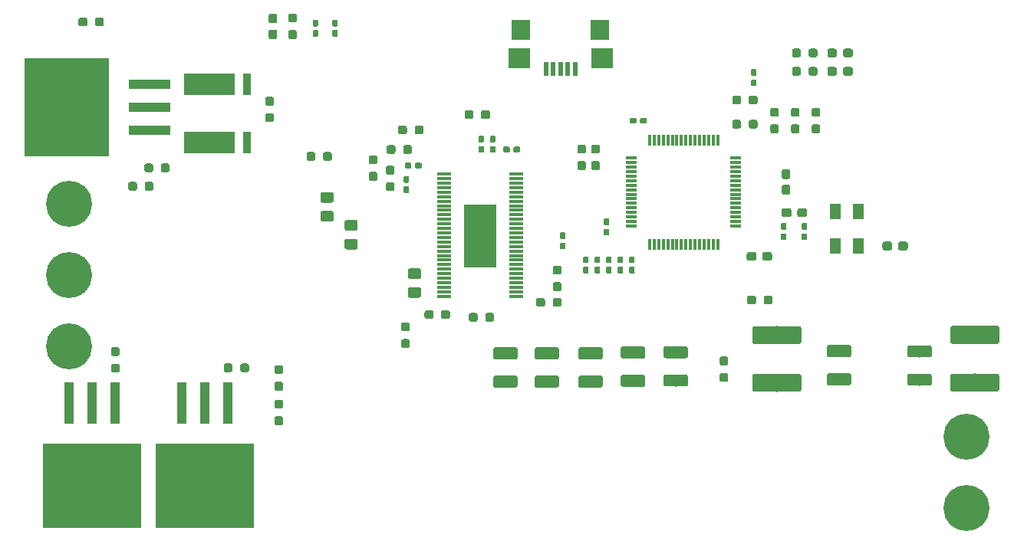
<source format=gbr>
G04 #@! TF.GenerationSoftware,KiCad,Pcbnew,(5.1.4)-1*
G04 #@! TF.CreationDate,2021-08-24T20:52:13-05:00*
G04 #@! TF.ProjectId,Mocos_2021,4d6f636f-735f-4323-9032-312e6b696361,rev?*
G04 #@! TF.SameCoordinates,Original*
G04 #@! TF.FileFunction,Paste,Top*
G04 #@! TF.FilePolarity,Positive*
%FSLAX46Y46*%
G04 Gerber Fmt 4.6, Leading zero omitted, Abs format (unit mm)*
G04 Created by KiCad (PCBNEW (5.1.4)-1) date 2021-08-24 20:52:13*
%MOMM*%
%LPD*%
G04 APERTURE LIST*
%ADD10R,1.100000X4.600001*%
%ADD11R,1.100000X4.600000*%
%ADD12R,10.800001X9.399999*%
%ADD13R,4.600001X1.100000*%
%ADD14R,4.600000X1.100000*%
%ADD15R,9.399999X10.800001*%
%ADD16R,0.889000X2.438400*%
%ADD17R,5.588000X2.438400*%
%ADD18R,1.198880X1.800860*%
%ADD19C,5.080000*%
%ADD20R,2.000000X2.200000*%
%ADD21R,2.400000X2.200000*%
%ADD22R,0.500000X1.500000*%
%ADD23R,0.300000X1.300480*%
%ADD24R,1.300480X0.300000*%
%ADD25R,3.599180X7.000240*%
%ADD26R,1.501140X0.299720*%
%ADD27C,0.100000*%
%ADD28C,0.950000*%
%ADD29C,0.620000*%
%ADD30C,1.325000*%
%ADD31C,1.175000*%
%ADD32C,1.975000*%
G04 APERTURE END LIST*
D10*
X87757000Y-113097000D03*
X85217000Y-113097000D03*
D11*
X82677000Y-113097000D03*
D12*
X85217000Y-122247000D03*
D10*
X100203000Y-113097000D03*
X97663000Y-113097000D03*
D11*
X95123000Y-113097000D03*
D12*
X97663000Y-122247000D03*
D13*
X91573000Y-82931000D03*
X91573000Y-80391000D03*
D14*
X91573000Y-77851000D03*
D15*
X82423000Y-80391000D03*
D16*
X102298500Y-84328000D03*
X102298500Y-77851000D03*
D17*
X98171000Y-84328000D03*
X98171000Y-77851000D03*
D18*
X169758360Y-95758000D03*
X167259000Y-95758000D03*
X167259000Y-91958160D03*
X169758360Y-91958160D03*
D19*
X181685600Y-116840000D03*
X181685600Y-124714000D03*
X82677000Y-91059000D03*
X82677000Y-98933000D03*
X82677000Y-106807000D03*
D20*
X132556000Y-71901000D03*
X141256000Y-71901000D03*
D21*
X132356000Y-74976000D03*
X141456000Y-74976000D03*
D22*
X138506000Y-76176000D03*
X137706000Y-76176000D03*
X136906000Y-76176000D03*
X136106000Y-76176000D03*
X135306000Y-76176000D03*
D23*
X154244040Y-95539560D03*
X153746200Y-95539560D03*
X153245820Y-95539560D03*
X152745440Y-95539560D03*
X152245060Y-95539560D03*
D24*
X144744440Y-93538040D03*
X144744440Y-93040200D03*
X144744440Y-92539820D03*
X144744440Y-92039440D03*
X144744440Y-91539060D03*
D23*
X146745960Y-84038440D03*
X147243800Y-84038440D03*
X147744180Y-84038440D03*
X148244560Y-84038440D03*
X148744940Y-84038440D03*
D24*
X156245560Y-86039960D03*
X156245560Y-86537800D03*
X156245560Y-87038180D03*
X156245560Y-87538560D03*
X156245560Y-88038940D03*
D23*
X151744680Y-95539560D03*
X151244300Y-95539560D03*
X150743920Y-95539560D03*
D24*
X144744440Y-91038680D03*
X144744440Y-90538300D03*
X144744440Y-90037920D03*
D23*
X149245320Y-84038440D03*
X149745700Y-84038440D03*
X150246080Y-84038440D03*
D24*
X156245560Y-88539320D03*
X156245560Y-89039700D03*
X156245560Y-89540080D03*
D23*
X150246080Y-95539560D03*
X149745700Y-95539560D03*
X149245320Y-95539560D03*
X148744940Y-95539560D03*
X148244560Y-95539560D03*
X147744180Y-95539560D03*
X147243800Y-95539560D03*
X146745960Y-95539560D03*
D24*
X144744440Y-89540080D03*
X144744440Y-89039700D03*
X144744440Y-88539320D03*
X144744440Y-88038940D03*
X144744440Y-87538560D03*
X144744440Y-87038180D03*
X144744440Y-86537800D03*
X144744440Y-86039960D03*
D23*
X150743920Y-84038440D03*
X151244300Y-84038440D03*
X151744680Y-84038440D03*
X152245060Y-84038440D03*
X152745440Y-84038440D03*
X153245820Y-84038440D03*
X153746200Y-84038440D03*
X154244040Y-84038440D03*
D24*
X156245560Y-92539820D03*
X156245560Y-93040200D03*
X156245560Y-93538040D03*
X156245560Y-90037920D03*
X156245560Y-90538300D03*
X156245560Y-91038680D03*
X156245560Y-91539060D03*
X156245560Y-92039440D03*
D25*
X128016000Y-94615000D03*
D26*
X124015500Y-101310440D03*
X124015500Y-100812600D03*
X124015500Y-100312220D03*
X124015500Y-99811840D03*
X124015500Y-99311460D03*
X124015500Y-98811080D03*
X124015500Y-98310700D03*
X124015500Y-97812860D03*
X132016500Y-87812880D03*
X132016500Y-88310720D03*
X132016500Y-88811100D03*
X132016500Y-89311480D03*
X132016500Y-96311720D03*
X132016500Y-96812100D03*
X132016500Y-97312480D03*
X132016500Y-97812860D03*
X132016500Y-98310700D03*
X132016500Y-98811080D03*
X132016500Y-99311460D03*
X132016500Y-99811840D03*
X132016500Y-100312220D03*
X132016500Y-100812600D03*
X132016500Y-101310440D03*
X132016500Y-89811860D03*
X132016500Y-90312240D03*
X132016500Y-90812620D03*
X132016500Y-91310460D03*
X132016500Y-91810840D03*
X132016500Y-92311220D03*
X132016500Y-92811600D03*
X124015500Y-89311480D03*
X132016500Y-93812360D03*
X132016500Y-94312740D03*
X132016500Y-94810580D03*
X132016500Y-95310960D03*
X132016500Y-95811340D03*
X124015500Y-91810840D03*
X124015500Y-91310460D03*
X124015500Y-90812620D03*
X124015500Y-90312240D03*
X124015500Y-89811860D03*
X132016500Y-93311980D03*
X124015500Y-88811100D03*
X124015500Y-88310720D03*
X124015500Y-87812880D03*
X124015500Y-97312480D03*
X124015500Y-96812100D03*
X124015500Y-96311720D03*
X124015500Y-95811340D03*
X124015500Y-95310960D03*
X124015500Y-94810580D03*
X124015500Y-94312740D03*
X124015500Y-93812360D03*
X124015500Y-93311980D03*
X124015500Y-92811600D03*
X124015500Y-92311220D03*
D27*
G36*
X106051779Y-112750644D02*
G01*
X106074834Y-112754063D01*
X106097443Y-112759727D01*
X106119387Y-112767579D01*
X106140457Y-112777544D01*
X106160448Y-112789526D01*
X106179168Y-112803410D01*
X106196438Y-112819062D01*
X106212090Y-112836332D01*
X106225974Y-112855052D01*
X106237956Y-112875043D01*
X106247921Y-112896113D01*
X106255773Y-112918057D01*
X106261437Y-112940666D01*
X106264856Y-112963721D01*
X106266000Y-112987000D01*
X106266000Y-113487000D01*
X106264856Y-113510279D01*
X106261437Y-113533334D01*
X106255773Y-113555943D01*
X106247921Y-113577887D01*
X106237956Y-113598957D01*
X106225974Y-113618948D01*
X106212090Y-113637668D01*
X106196438Y-113654938D01*
X106179168Y-113670590D01*
X106160448Y-113684474D01*
X106140457Y-113696456D01*
X106119387Y-113706421D01*
X106097443Y-113714273D01*
X106074834Y-113719937D01*
X106051779Y-113723356D01*
X106028500Y-113724500D01*
X105553500Y-113724500D01*
X105530221Y-113723356D01*
X105507166Y-113719937D01*
X105484557Y-113714273D01*
X105462613Y-113706421D01*
X105441543Y-113696456D01*
X105421552Y-113684474D01*
X105402832Y-113670590D01*
X105385562Y-113654938D01*
X105369910Y-113637668D01*
X105356026Y-113618948D01*
X105344044Y-113598957D01*
X105334079Y-113577887D01*
X105326227Y-113555943D01*
X105320563Y-113533334D01*
X105317144Y-113510279D01*
X105316000Y-113487000D01*
X105316000Y-112987000D01*
X105317144Y-112963721D01*
X105320563Y-112940666D01*
X105326227Y-112918057D01*
X105334079Y-112896113D01*
X105344044Y-112875043D01*
X105356026Y-112855052D01*
X105369910Y-112836332D01*
X105385562Y-112819062D01*
X105402832Y-112803410D01*
X105421552Y-112789526D01*
X105441543Y-112777544D01*
X105462613Y-112767579D01*
X105484557Y-112759727D01*
X105507166Y-112754063D01*
X105530221Y-112750644D01*
X105553500Y-112749500D01*
X106028500Y-112749500D01*
X106051779Y-112750644D01*
X106051779Y-112750644D01*
G37*
D28*
X105791000Y-113237000D03*
D27*
G36*
X106051779Y-114575644D02*
G01*
X106074834Y-114579063D01*
X106097443Y-114584727D01*
X106119387Y-114592579D01*
X106140457Y-114602544D01*
X106160448Y-114614526D01*
X106179168Y-114628410D01*
X106196438Y-114644062D01*
X106212090Y-114661332D01*
X106225974Y-114680052D01*
X106237956Y-114700043D01*
X106247921Y-114721113D01*
X106255773Y-114743057D01*
X106261437Y-114765666D01*
X106264856Y-114788721D01*
X106266000Y-114812000D01*
X106266000Y-115312000D01*
X106264856Y-115335279D01*
X106261437Y-115358334D01*
X106255773Y-115380943D01*
X106247921Y-115402887D01*
X106237956Y-115423957D01*
X106225974Y-115443948D01*
X106212090Y-115462668D01*
X106196438Y-115479938D01*
X106179168Y-115495590D01*
X106160448Y-115509474D01*
X106140457Y-115521456D01*
X106119387Y-115531421D01*
X106097443Y-115539273D01*
X106074834Y-115544937D01*
X106051779Y-115548356D01*
X106028500Y-115549500D01*
X105553500Y-115549500D01*
X105530221Y-115548356D01*
X105507166Y-115544937D01*
X105484557Y-115539273D01*
X105462613Y-115531421D01*
X105441543Y-115521456D01*
X105421552Y-115509474D01*
X105402832Y-115495590D01*
X105385562Y-115479938D01*
X105369910Y-115462668D01*
X105356026Y-115443948D01*
X105344044Y-115423957D01*
X105334079Y-115402887D01*
X105326227Y-115380943D01*
X105320563Y-115358334D01*
X105317144Y-115335279D01*
X105316000Y-115312000D01*
X105316000Y-114812000D01*
X105317144Y-114788721D01*
X105320563Y-114765666D01*
X105326227Y-114743057D01*
X105334079Y-114721113D01*
X105344044Y-114700043D01*
X105356026Y-114680052D01*
X105369910Y-114661332D01*
X105385562Y-114644062D01*
X105402832Y-114628410D01*
X105421552Y-114614526D01*
X105441543Y-114602544D01*
X105462613Y-114592579D01*
X105484557Y-114584727D01*
X105507166Y-114579063D01*
X105530221Y-114575644D01*
X105553500Y-114574500D01*
X106028500Y-114574500D01*
X106051779Y-114575644D01*
X106051779Y-114575644D01*
G37*
D28*
X105791000Y-115062000D03*
D27*
G36*
X106051779Y-108940644D02*
G01*
X106074834Y-108944063D01*
X106097443Y-108949727D01*
X106119387Y-108957579D01*
X106140457Y-108967544D01*
X106160448Y-108979526D01*
X106179168Y-108993410D01*
X106196438Y-109009062D01*
X106212090Y-109026332D01*
X106225974Y-109045052D01*
X106237956Y-109065043D01*
X106247921Y-109086113D01*
X106255773Y-109108057D01*
X106261437Y-109130666D01*
X106264856Y-109153721D01*
X106266000Y-109177000D01*
X106266000Y-109677000D01*
X106264856Y-109700279D01*
X106261437Y-109723334D01*
X106255773Y-109745943D01*
X106247921Y-109767887D01*
X106237956Y-109788957D01*
X106225974Y-109808948D01*
X106212090Y-109827668D01*
X106196438Y-109844938D01*
X106179168Y-109860590D01*
X106160448Y-109874474D01*
X106140457Y-109886456D01*
X106119387Y-109896421D01*
X106097443Y-109904273D01*
X106074834Y-109909937D01*
X106051779Y-109913356D01*
X106028500Y-109914500D01*
X105553500Y-109914500D01*
X105530221Y-109913356D01*
X105507166Y-109909937D01*
X105484557Y-109904273D01*
X105462613Y-109896421D01*
X105441543Y-109886456D01*
X105421552Y-109874474D01*
X105402832Y-109860590D01*
X105385562Y-109844938D01*
X105369910Y-109827668D01*
X105356026Y-109808948D01*
X105344044Y-109788957D01*
X105334079Y-109767887D01*
X105326227Y-109745943D01*
X105320563Y-109723334D01*
X105317144Y-109700279D01*
X105316000Y-109677000D01*
X105316000Y-109177000D01*
X105317144Y-109153721D01*
X105320563Y-109130666D01*
X105326227Y-109108057D01*
X105334079Y-109086113D01*
X105344044Y-109065043D01*
X105356026Y-109045052D01*
X105369910Y-109026332D01*
X105385562Y-109009062D01*
X105402832Y-108993410D01*
X105421552Y-108979526D01*
X105441543Y-108967544D01*
X105462613Y-108957579D01*
X105484557Y-108949727D01*
X105507166Y-108944063D01*
X105530221Y-108940644D01*
X105553500Y-108939500D01*
X106028500Y-108939500D01*
X106051779Y-108940644D01*
X106051779Y-108940644D01*
G37*
D28*
X105791000Y-109427000D03*
D27*
G36*
X106051779Y-110765644D02*
G01*
X106074834Y-110769063D01*
X106097443Y-110774727D01*
X106119387Y-110782579D01*
X106140457Y-110792544D01*
X106160448Y-110804526D01*
X106179168Y-110818410D01*
X106196438Y-110834062D01*
X106212090Y-110851332D01*
X106225974Y-110870052D01*
X106237956Y-110890043D01*
X106247921Y-110911113D01*
X106255773Y-110933057D01*
X106261437Y-110955666D01*
X106264856Y-110978721D01*
X106266000Y-111002000D01*
X106266000Y-111502000D01*
X106264856Y-111525279D01*
X106261437Y-111548334D01*
X106255773Y-111570943D01*
X106247921Y-111592887D01*
X106237956Y-111613957D01*
X106225974Y-111633948D01*
X106212090Y-111652668D01*
X106196438Y-111669938D01*
X106179168Y-111685590D01*
X106160448Y-111699474D01*
X106140457Y-111711456D01*
X106119387Y-111721421D01*
X106097443Y-111729273D01*
X106074834Y-111734937D01*
X106051779Y-111738356D01*
X106028500Y-111739500D01*
X105553500Y-111739500D01*
X105530221Y-111738356D01*
X105507166Y-111734937D01*
X105484557Y-111729273D01*
X105462613Y-111721421D01*
X105441543Y-111711456D01*
X105421552Y-111699474D01*
X105402832Y-111685590D01*
X105385562Y-111669938D01*
X105369910Y-111652668D01*
X105356026Y-111633948D01*
X105344044Y-111613957D01*
X105334079Y-111592887D01*
X105326227Y-111570943D01*
X105320563Y-111548334D01*
X105317144Y-111525279D01*
X105316000Y-111502000D01*
X105316000Y-111002000D01*
X105317144Y-110978721D01*
X105320563Y-110955666D01*
X105326227Y-110933057D01*
X105334079Y-110911113D01*
X105344044Y-110890043D01*
X105356026Y-110870052D01*
X105369910Y-110851332D01*
X105385562Y-110834062D01*
X105402832Y-110818410D01*
X105421552Y-110804526D01*
X105441543Y-110792544D01*
X105462613Y-110782579D01*
X105484557Y-110774727D01*
X105507166Y-110769063D01*
X105530221Y-110765644D01*
X105553500Y-110764500D01*
X106028500Y-110764500D01*
X106051779Y-110765644D01*
X106051779Y-110765644D01*
G37*
D28*
X105791000Y-111252000D03*
D27*
G36*
X88017779Y-106932144D02*
G01*
X88040834Y-106935563D01*
X88063443Y-106941227D01*
X88085387Y-106949079D01*
X88106457Y-106959044D01*
X88126448Y-106971026D01*
X88145168Y-106984910D01*
X88162438Y-107000562D01*
X88178090Y-107017832D01*
X88191974Y-107036552D01*
X88203956Y-107056543D01*
X88213921Y-107077613D01*
X88221773Y-107099557D01*
X88227437Y-107122166D01*
X88230856Y-107145221D01*
X88232000Y-107168500D01*
X88232000Y-107668500D01*
X88230856Y-107691779D01*
X88227437Y-107714834D01*
X88221773Y-107737443D01*
X88213921Y-107759387D01*
X88203956Y-107780457D01*
X88191974Y-107800448D01*
X88178090Y-107819168D01*
X88162438Y-107836438D01*
X88145168Y-107852090D01*
X88126448Y-107865974D01*
X88106457Y-107877956D01*
X88085387Y-107887921D01*
X88063443Y-107895773D01*
X88040834Y-107901437D01*
X88017779Y-107904856D01*
X87994500Y-107906000D01*
X87519500Y-107906000D01*
X87496221Y-107904856D01*
X87473166Y-107901437D01*
X87450557Y-107895773D01*
X87428613Y-107887921D01*
X87407543Y-107877956D01*
X87387552Y-107865974D01*
X87368832Y-107852090D01*
X87351562Y-107836438D01*
X87335910Y-107819168D01*
X87322026Y-107800448D01*
X87310044Y-107780457D01*
X87300079Y-107759387D01*
X87292227Y-107737443D01*
X87286563Y-107714834D01*
X87283144Y-107691779D01*
X87282000Y-107668500D01*
X87282000Y-107168500D01*
X87283144Y-107145221D01*
X87286563Y-107122166D01*
X87292227Y-107099557D01*
X87300079Y-107077613D01*
X87310044Y-107056543D01*
X87322026Y-107036552D01*
X87335910Y-107017832D01*
X87351562Y-107000562D01*
X87368832Y-106984910D01*
X87387552Y-106971026D01*
X87407543Y-106959044D01*
X87428613Y-106949079D01*
X87450557Y-106941227D01*
X87473166Y-106935563D01*
X87496221Y-106932144D01*
X87519500Y-106931000D01*
X87994500Y-106931000D01*
X88017779Y-106932144D01*
X88017779Y-106932144D01*
G37*
D28*
X87757000Y-107418500D03*
D27*
G36*
X88017779Y-108757144D02*
G01*
X88040834Y-108760563D01*
X88063443Y-108766227D01*
X88085387Y-108774079D01*
X88106457Y-108784044D01*
X88126448Y-108796026D01*
X88145168Y-108809910D01*
X88162438Y-108825562D01*
X88178090Y-108842832D01*
X88191974Y-108861552D01*
X88203956Y-108881543D01*
X88213921Y-108902613D01*
X88221773Y-108924557D01*
X88227437Y-108947166D01*
X88230856Y-108970221D01*
X88232000Y-108993500D01*
X88232000Y-109493500D01*
X88230856Y-109516779D01*
X88227437Y-109539834D01*
X88221773Y-109562443D01*
X88213921Y-109584387D01*
X88203956Y-109605457D01*
X88191974Y-109625448D01*
X88178090Y-109644168D01*
X88162438Y-109661438D01*
X88145168Y-109677090D01*
X88126448Y-109690974D01*
X88106457Y-109702956D01*
X88085387Y-109712921D01*
X88063443Y-109720773D01*
X88040834Y-109726437D01*
X88017779Y-109729856D01*
X87994500Y-109731000D01*
X87519500Y-109731000D01*
X87496221Y-109729856D01*
X87473166Y-109726437D01*
X87450557Y-109720773D01*
X87428613Y-109712921D01*
X87407543Y-109702956D01*
X87387552Y-109690974D01*
X87368832Y-109677090D01*
X87351562Y-109661438D01*
X87335910Y-109644168D01*
X87322026Y-109625448D01*
X87310044Y-109605457D01*
X87300079Y-109584387D01*
X87292227Y-109562443D01*
X87286563Y-109539834D01*
X87283144Y-109516779D01*
X87282000Y-109493500D01*
X87282000Y-108993500D01*
X87283144Y-108970221D01*
X87286563Y-108947166D01*
X87292227Y-108924557D01*
X87300079Y-108902613D01*
X87310044Y-108881543D01*
X87322026Y-108861552D01*
X87335910Y-108842832D01*
X87351562Y-108825562D01*
X87368832Y-108809910D01*
X87387552Y-108796026D01*
X87407543Y-108784044D01*
X87428613Y-108774079D01*
X87450557Y-108766227D01*
X87473166Y-108760563D01*
X87496221Y-108757144D01*
X87519500Y-108756000D01*
X87994500Y-108756000D01*
X88017779Y-108757144D01*
X88017779Y-108757144D01*
G37*
D28*
X87757000Y-109243500D03*
D27*
G36*
X91713279Y-86648144D02*
G01*
X91736334Y-86651563D01*
X91758943Y-86657227D01*
X91780887Y-86665079D01*
X91801957Y-86675044D01*
X91821948Y-86687026D01*
X91840668Y-86700910D01*
X91857938Y-86716562D01*
X91873590Y-86733832D01*
X91887474Y-86752552D01*
X91899456Y-86772543D01*
X91909421Y-86793613D01*
X91917273Y-86815557D01*
X91922937Y-86838166D01*
X91926356Y-86861221D01*
X91927500Y-86884500D01*
X91927500Y-87359500D01*
X91926356Y-87382779D01*
X91922937Y-87405834D01*
X91917273Y-87428443D01*
X91909421Y-87450387D01*
X91899456Y-87471457D01*
X91887474Y-87491448D01*
X91873590Y-87510168D01*
X91857938Y-87527438D01*
X91840668Y-87543090D01*
X91821948Y-87556974D01*
X91801957Y-87568956D01*
X91780887Y-87578921D01*
X91758943Y-87586773D01*
X91736334Y-87592437D01*
X91713279Y-87595856D01*
X91690000Y-87597000D01*
X91190000Y-87597000D01*
X91166721Y-87595856D01*
X91143666Y-87592437D01*
X91121057Y-87586773D01*
X91099113Y-87578921D01*
X91078043Y-87568956D01*
X91058052Y-87556974D01*
X91039332Y-87543090D01*
X91022062Y-87527438D01*
X91006410Y-87510168D01*
X90992526Y-87491448D01*
X90980544Y-87471457D01*
X90970579Y-87450387D01*
X90962727Y-87428443D01*
X90957063Y-87405834D01*
X90953644Y-87382779D01*
X90952500Y-87359500D01*
X90952500Y-86884500D01*
X90953644Y-86861221D01*
X90957063Y-86838166D01*
X90962727Y-86815557D01*
X90970579Y-86793613D01*
X90980544Y-86772543D01*
X90992526Y-86752552D01*
X91006410Y-86733832D01*
X91022062Y-86716562D01*
X91039332Y-86700910D01*
X91058052Y-86687026D01*
X91078043Y-86675044D01*
X91099113Y-86665079D01*
X91121057Y-86657227D01*
X91143666Y-86651563D01*
X91166721Y-86648144D01*
X91190000Y-86647000D01*
X91690000Y-86647000D01*
X91713279Y-86648144D01*
X91713279Y-86648144D01*
G37*
D28*
X91440000Y-87122000D03*
D27*
G36*
X93538279Y-86648144D02*
G01*
X93561334Y-86651563D01*
X93583943Y-86657227D01*
X93605887Y-86665079D01*
X93626957Y-86675044D01*
X93646948Y-86687026D01*
X93665668Y-86700910D01*
X93682938Y-86716562D01*
X93698590Y-86733832D01*
X93712474Y-86752552D01*
X93724456Y-86772543D01*
X93734421Y-86793613D01*
X93742273Y-86815557D01*
X93747937Y-86838166D01*
X93751356Y-86861221D01*
X93752500Y-86884500D01*
X93752500Y-87359500D01*
X93751356Y-87382779D01*
X93747937Y-87405834D01*
X93742273Y-87428443D01*
X93734421Y-87450387D01*
X93724456Y-87471457D01*
X93712474Y-87491448D01*
X93698590Y-87510168D01*
X93682938Y-87527438D01*
X93665668Y-87543090D01*
X93646948Y-87556974D01*
X93626957Y-87568956D01*
X93605887Y-87578921D01*
X93583943Y-87586773D01*
X93561334Y-87592437D01*
X93538279Y-87595856D01*
X93515000Y-87597000D01*
X93015000Y-87597000D01*
X92991721Y-87595856D01*
X92968666Y-87592437D01*
X92946057Y-87586773D01*
X92924113Y-87578921D01*
X92903043Y-87568956D01*
X92883052Y-87556974D01*
X92864332Y-87543090D01*
X92847062Y-87527438D01*
X92831410Y-87510168D01*
X92817526Y-87491448D01*
X92805544Y-87471457D01*
X92795579Y-87450387D01*
X92787727Y-87428443D01*
X92782063Y-87405834D01*
X92778644Y-87382779D01*
X92777500Y-87359500D01*
X92777500Y-86884500D01*
X92778644Y-86861221D01*
X92782063Y-86838166D01*
X92787727Y-86815557D01*
X92795579Y-86793613D01*
X92805544Y-86772543D01*
X92817526Y-86752552D01*
X92831410Y-86733832D01*
X92847062Y-86716562D01*
X92864332Y-86700910D01*
X92883052Y-86687026D01*
X92903043Y-86675044D01*
X92924113Y-86665079D01*
X92946057Y-86657227D01*
X92968666Y-86651563D01*
X92991721Y-86648144D01*
X93015000Y-86647000D01*
X93515000Y-86647000D01*
X93538279Y-86648144D01*
X93538279Y-86648144D01*
G37*
D28*
X93265000Y-87122000D03*
D27*
G36*
X91760279Y-88680144D02*
G01*
X91783334Y-88683563D01*
X91805943Y-88689227D01*
X91827887Y-88697079D01*
X91848957Y-88707044D01*
X91868948Y-88719026D01*
X91887668Y-88732910D01*
X91904938Y-88748562D01*
X91920590Y-88765832D01*
X91934474Y-88784552D01*
X91946456Y-88804543D01*
X91956421Y-88825613D01*
X91964273Y-88847557D01*
X91969937Y-88870166D01*
X91973356Y-88893221D01*
X91974500Y-88916500D01*
X91974500Y-89391500D01*
X91973356Y-89414779D01*
X91969937Y-89437834D01*
X91964273Y-89460443D01*
X91956421Y-89482387D01*
X91946456Y-89503457D01*
X91934474Y-89523448D01*
X91920590Y-89542168D01*
X91904938Y-89559438D01*
X91887668Y-89575090D01*
X91868948Y-89588974D01*
X91848957Y-89600956D01*
X91827887Y-89610921D01*
X91805943Y-89618773D01*
X91783334Y-89624437D01*
X91760279Y-89627856D01*
X91737000Y-89629000D01*
X91237000Y-89629000D01*
X91213721Y-89627856D01*
X91190666Y-89624437D01*
X91168057Y-89618773D01*
X91146113Y-89610921D01*
X91125043Y-89600956D01*
X91105052Y-89588974D01*
X91086332Y-89575090D01*
X91069062Y-89559438D01*
X91053410Y-89542168D01*
X91039526Y-89523448D01*
X91027544Y-89503457D01*
X91017579Y-89482387D01*
X91009727Y-89460443D01*
X91004063Y-89437834D01*
X91000644Y-89414779D01*
X90999500Y-89391500D01*
X90999500Y-88916500D01*
X91000644Y-88893221D01*
X91004063Y-88870166D01*
X91009727Y-88847557D01*
X91017579Y-88825613D01*
X91027544Y-88804543D01*
X91039526Y-88784552D01*
X91053410Y-88765832D01*
X91069062Y-88748562D01*
X91086332Y-88732910D01*
X91105052Y-88719026D01*
X91125043Y-88707044D01*
X91146113Y-88697079D01*
X91168057Y-88689227D01*
X91190666Y-88683563D01*
X91213721Y-88680144D01*
X91237000Y-88679000D01*
X91737000Y-88679000D01*
X91760279Y-88680144D01*
X91760279Y-88680144D01*
G37*
D28*
X91487000Y-89154000D03*
D27*
G36*
X89935279Y-88680144D02*
G01*
X89958334Y-88683563D01*
X89980943Y-88689227D01*
X90002887Y-88697079D01*
X90023957Y-88707044D01*
X90043948Y-88719026D01*
X90062668Y-88732910D01*
X90079938Y-88748562D01*
X90095590Y-88765832D01*
X90109474Y-88784552D01*
X90121456Y-88804543D01*
X90131421Y-88825613D01*
X90139273Y-88847557D01*
X90144937Y-88870166D01*
X90148356Y-88893221D01*
X90149500Y-88916500D01*
X90149500Y-89391500D01*
X90148356Y-89414779D01*
X90144937Y-89437834D01*
X90139273Y-89460443D01*
X90131421Y-89482387D01*
X90121456Y-89503457D01*
X90109474Y-89523448D01*
X90095590Y-89542168D01*
X90079938Y-89559438D01*
X90062668Y-89575090D01*
X90043948Y-89588974D01*
X90023957Y-89600956D01*
X90002887Y-89610921D01*
X89980943Y-89618773D01*
X89958334Y-89624437D01*
X89935279Y-89627856D01*
X89912000Y-89629000D01*
X89412000Y-89629000D01*
X89388721Y-89627856D01*
X89365666Y-89624437D01*
X89343057Y-89618773D01*
X89321113Y-89610921D01*
X89300043Y-89600956D01*
X89280052Y-89588974D01*
X89261332Y-89575090D01*
X89244062Y-89559438D01*
X89228410Y-89542168D01*
X89214526Y-89523448D01*
X89202544Y-89503457D01*
X89192579Y-89482387D01*
X89184727Y-89460443D01*
X89179063Y-89437834D01*
X89175644Y-89414779D01*
X89174500Y-89391500D01*
X89174500Y-88916500D01*
X89175644Y-88893221D01*
X89179063Y-88870166D01*
X89184727Y-88847557D01*
X89192579Y-88825613D01*
X89202544Y-88804543D01*
X89214526Y-88784552D01*
X89228410Y-88765832D01*
X89244062Y-88748562D01*
X89261332Y-88732910D01*
X89280052Y-88719026D01*
X89300043Y-88707044D01*
X89321113Y-88697079D01*
X89343057Y-88689227D01*
X89365666Y-88683563D01*
X89388721Y-88680144D01*
X89412000Y-88679000D01*
X89912000Y-88679000D01*
X89935279Y-88680144D01*
X89935279Y-88680144D01*
G37*
D28*
X89662000Y-89154000D03*
D27*
G36*
X102301279Y-108746144D02*
G01*
X102324334Y-108749563D01*
X102346943Y-108755227D01*
X102368887Y-108763079D01*
X102389957Y-108773044D01*
X102409948Y-108785026D01*
X102428668Y-108798910D01*
X102445938Y-108814562D01*
X102461590Y-108831832D01*
X102475474Y-108850552D01*
X102487456Y-108870543D01*
X102497421Y-108891613D01*
X102505273Y-108913557D01*
X102510937Y-108936166D01*
X102514356Y-108959221D01*
X102515500Y-108982500D01*
X102515500Y-109457500D01*
X102514356Y-109480779D01*
X102510937Y-109503834D01*
X102505273Y-109526443D01*
X102497421Y-109548387D01*
X102487456Y-109569457D01*
X102475474Y-109589448D01*
X102461590Y-109608168D01*
X102445938Y-109625438D01*
X102428668Y-109641090D01*
X102409948Y-109654974D01*
X102389957Y-109666956D01*
X102368887Y-109676921D01*
X102346943Y-109684773D01*
X102324334Y-109690437D01*
X102301279Y-109693856D01*
X102278000Y-109695000D01*
X101778000Y-109695000D01*
X101754721Y-109693856D01*
X101731666Y-109690437D01*
X101709057Y-109684773D01*
X101687113Y-109676921D01*
X101666043Y-109666956D01*
X101646052Y-109654974D01*
X101627332Y-109641090D01*
X101610062Y-109625438D01*
X101594410Y-109608168D01*
X101580526Y-109589448D01*
X101568544Y-109569457D01*
X101558579Y-109548387D01*
X101550727Y-109526443D01*
X101545063Y-109503834D01*
X101541644Y-109480779D01*
X101540500Y-109457500D01*
X101540500Y-108982500D01*
X101541644Y-108959221D01*
X101545063Y-108936166D01*
X101550727Y-108913557D01*
X101558579Y-108891613D01*
X101568544Y-108870543D01*
X101580526Y-108850552D01*
X101594410Y-108831832D01*
X101610062Y-108814562D01*
X101627332Y-108798910D01*
X101646052Y-108785026D01*
X101666043Y-108773044D01*
X101687113Y-108763079D01*
X101709057Y-108755227D01*
X101731666Y-108749563D01*
X101754721Y-108746144D01*
X101778000Y-108745000D01*
X102278000Y-108745000D01*
X102301279Y-108746144D01*
X102301279Y-108746144D01*
G37*
D28*
X102028000Y-109220000D03*
D27*
G36*
X100476279Y-108746144D02*
G01*
X100499334Y-108749563D01*
X100521943Y-108755227D01*
X100543887Y-108763079D01*
X100564957Y-108773044D01*
X100584948Y-108785026D01*
X100603668Y-108798910D01*
X100620938Y-108814562D01*
X100636590Y-108831832D01*
X100650474Y-108850552D01*
X100662456Y-108870543D01*
X100672421Y-108891613D01*
X100680273Y-108913557D01*
X100685937Y-108936166D01*
X100689356Y-108959221D01*
X100690500Y-108982500D01*
X100690500Y-109457500D01*
X100689356Y-109480779D01*
X100685937Y-109503834D01*
X100680273Y-109526443D01*
X100672421Y-109548387D01*
X100662456Y-109569457D01*
X100650474Y-109589448D01*
X100636590Y-109608168D01*
X100620938Y-109625438D01*
X100603668Y-109641090D01*
X100584948Y-109654974D01*
X100564957Y-109666956D01*
X100543887Y-109676921D01*
X100521943Y-109684773D01*
X100499334Y-109690437D01*
X100476279Y-109693856D01*
X100453000Y-109695000D01*
X99953000Y-109695000D01*
X99929721Y-109693856D01*
X99906666Y-109690437D01*
X99884057Y-109684773D01*
X99862113Y-109676921D01*
X99841043Y-109666956D01*
X99821052Y-109654974D01*
X99802332Y-109641090D01*
X99785062Y-109625438D01*
X99769410Y-109608168D01*
X99755526Y-109589448D01*
X99743544Y-109569457D01*
X99733579Y-109548387D01*
X99725727Y-109526443D01*
X99720063Y-109503834D01*
X99716644Y-109480779D01*
X99715500Y-109457500D01*
X99715500Y-108982500D01*
X99716644Y-108959221D01*
X99720063Y-108936166D01*
X99725727Y-108913557D01*
X99733579Y-108891613D01*
X99743544Y-108870543D01*
X99755526Y-108850552D01*
X99769410Y-108831832D01*
X99785062Y-108814562D01*
X99802332Y-108798910D01*
X99821052Y-108785026D01*
X99841043Y-108773044D01*
X99862113Y-108763079D01*
X99884057Y-108755227D01*
X99906666Y-108749563D01*
X99929721Y-108746144D01*
X99953000Y-108745000D01*
X100453000Y-108745000D01*
X100476279Y-108746144D01*
X100476279Y-108746144D01*
G37*
D28*
X100203000Y-109220000D03*
D27*
G36*
X105035779Y-81094644D02*
G01*
X105058834Y-81098063D01*
X105081443Y-81103727D01*
X105103387Y-81111579D01*
X105124457Y-81121544D01*
X105144448Y-81133526D01*
X105163168Y-81147410D01*
X105180438Y-81163062D01*
X105196090Y-81180332D01*
X105209974Y-81199052D01*
X105221956Y-81219043D01*
X105231921Y-81240113D01*
X105239773Y-81262057D01*
X105245437Y-81284666D01*
X105248856Y-81307721D01*
X105250000Y-81331000D01*
X105250000Y-81831000D01*
X105248856Y-81854279D01*
X105245437Y-81877334D01*
X105239773Y-81899943D01*
X105231921Y-81921887D01*
X105221956Y-81942957D01*
X105209974Y-81962948D01*
X105196090Y-81981668D01*
X105180438Y-81998938D01*
X105163168Y-82014590D01*
X105144448Y-82028474D01*
X105124457Y-82040456D01*
X105103387Y-82050421D01*
X105081443Y-82058273D01*
X105058834Y-82063937D01*
X105035779Y-82067356D01*
X105012500Y-82068500D01*
X104537500Y-82068500D01*
X104514221Y-82067356D01*
X104491166Y-82063937D01*
X104468557Y-82058273D01*
X104446613Y-82050421D01*
X104425543Y-82040456D01*
X104405552Y-82028474D01*
X104386832Y-82014590D01*
X104369562Y-81998938D01*
X104353910Y-81981668D01*
X104340026Y-81962948D01*
X104328044Y-81942957D01*
X104318079Y-81921887D01*
X104310227Y-81899943D01*
X104304563Y-81877334D01*
X104301144Y-81854279D01*
X104300000Y-81831000D01*
X104300000Y-81331000D01*
X104301144Y-81307721D01*
X104304563Y-81284666D01*
X104310227Y-81262057D01*
X104318079Y-81240113D01*
X104328044Y-81219043D01*
X104340026Y-81199052D01*
X104353910Y-81180332D01*
X104369562Y-81163062D01*
X104386832Y-81147410D01*
X104405552Y-81133526D01*
X104425543Y-81121544D01*
X104446613Y-81111579D01*
X104468557Y-81103727D01*
X104491166Y-81098063D01*
X104514221Y-81094644D01*
X104537500Y-81093500D01*
X105012500Y-81093500D01*
X105035779Y-81094644D01*
X105035779Y-81094644D01*
G37*
D28*
X104775000Y-81581000D03*
D27*
G36*
X105035779Y-79269644D02*
G01*
X105058834Y-79273063D01*
X105081443Y-79278727D01*
X105103387Y-79286579D01*
X105124457Y-79296544D01*
X105144448Y-79308526D01*
X105163168Y-79322410D01*
X105180438Y-79338062D01*
X105196090Y-79355332D01*
X105209974Y-79374052D01*
X105221956Y-79394043D01*
X105231921Y-79415113D01*
X105239773Y-79437057D01*
X105245437Y-79459666D01*
X105248856Y-79482721D01*
X105250000Y-79506000D01*
X105250000Y-80006000D01*
X105248856Y-80029279D01*
X105245437Y-80052334D01*
X105239773Y-80074943D01*
X105231921Y-80096887D01*
X105221956Y-80117957D01*
X105209974Y-80137948D01*
X105196090Y-80156668D01*
X105180438Y-80173938D01*
X105163168Y-80189590D01*
X105144448Y-80203474D01*
X105124457Y-80215456D01*
X105103387Y-80225421D01*
X105081443Y-80233273D01*
X105058834Y-80238937D01*
X105035779Y-80242356D01*
X105012500Y-80243500D01*
X104537500Y-80243500D01*
X104514221Y-80242356D01*
X104491166Y-80238937D01*
X104468557Y-80233273D01*
X104446613Y-80225421D01*
X104425543Y-80215456D01*
X104405552Y-80203474D01*
X104386832Y-80189590D01*
X104369562Y-80173938D01*
X104353910Y-80156668D01*
X104340026Y-80137948D01*
X104328044Y-80117957D01*
X104318079Y-80096887D01*
X104310227Y-80074943D01*
X104304563Y-80052334D01*
X104301144Y-80029279D01*
X104300000Y-80006000D01*
X104300000Y-79506000D01*
X104301144Y-79482721D01*
X104304563Y-79459666D01*
X104310227Y-79437057D01*
X104318079Y-79415113D01*
X104328044Y-79394043D01*
X104340026Y-79374052D01*
X104353910Y-79355332D01*
X104369562Y-79338062D01*
X104386832Y-79322410D01*
X104405552Y-79308526D01*
X104425543Y-79296544D01*
X104446613Y-79286579D01*
X104468557Y-79278727D01*
X104491166Y-79273063D01*
X104514221Y-79269644D01*
X104537500Y-79268500D01*
X105012500Y-79268500D01*
X105035779Y-79269644D01*
X105035779Y-79269644D01*
G37*
D28*
X104775000Y-79756000D03*
D27*
G36*
X111445279Y-85378144D02*
G01*
X111468334Y-85381563D01*
X111490943Y-85387227D01*
X111512887Y-85395079D01*
X111533957Y-85405044D01*
X111553948Y-85417026D01*
X111572668Y-85430910D01*
X111589938Y-85446562D01*
X111605590Y-85463832D01*
X111619474Y-85482552D01*
X111631456Y-85502543D01*
X111641421Y-85523613D01*
X111649273Y-85545557D01*
X111654937Y-85568166D01*
X111658356Y-85591221D01*
X111659500Y-85614500D01*
X111659500Y-86089500D01*
X111658356Y-86112779D01*
X111654937Y-86135834D01*
X111649273Y-86158443D01*
X111641421Y-86180387D01*
X111631456Y-86201457D01*
X111619474Y-86221448D01*
X111605590Y-86240168D01*
X111589938Y-86257438D01*
X111572668Y-86273090D01*
X111553948Y-86286974D01*
X111533957Y-86298956D01*
X111512887Y-86308921D01*
X111490943Y-86316773D01*
X111468334Y-86322437D01*
X111445279Y-86325856D01*
X111422000Y-86327000D01*
X110922000Y-86327000D01*
X110898721Y-86325856D01*
X110875666Y-86322437D01*
X110853057Y-86316773D01*
X110831113Y-86308921D01*
X110810043Y-86298956D01*
X110790052Y-86286974D01*
X110771332Y-86273090D01*
X110754062Y-86257438D01*
X110738410Y-86240168D01*
X110724526Y-86221448D01*
X110712544Y-86201457D01*
X110702579Y-86180387D01*
X110694727Y-86158443D01*
X110689063Y-86135834D01*
X110685644Y-86112779D01*
X110684500Y-86089500D01*
X110684500Y-85614500D01*
X110685644Y-85591221D01*
X110689063Y-85568166D01*
X110694727Y-85545557D01*
X110702579Y-85523613D01*
X110712544Y-85502543D01*
X110724526Y-85482552D01*
X110738410Y-85463832D01*
X110754062Y-85446562D01*
X110771332Y-85430910D01*
X110790052Y-85417026D01*
X110810043Y-85405044D01*
X110831113Y-85395079D01*
X110853057Y-85387227D01*
X110875666Y-85381563D01*
X110898721Y-85378144D01*
X110922000Y-85377000D01*
X111422000Y-85377000D01*
X111445279Y-85378144D01*
X111445279Y-85378144D01*
G37*
D28*
X111172000Y-85852000D03*
D27*
G36*
X109620279Y-85378144D02*
G01*
X109643334Y-85381563D01*
X109665943Y-85387227D01*
X109687887Y-85395079D01*
X109708957Y-85405044D01*
X109728948Y-85417026D01*
X109747668Y-85430910D01*
X109764938Y-85446562D01*
X109780590Y-85463832D01*
X109794474Y-85482552D01*
X109806456Y-85502543D01*
X109816421Y-85523613D01*
X109824273Y-85545557D01*
X109829937Y-85568166D01*
X109833356Y-85591221D01*
X109834500Y-85614500D01*
X109834500Y-86089500D01*
X109833356Y-86112779D01*
X109829937Y-86135834D01*
X109824273Y-86158443D01*
X109816421Y-86180387D01*
X109806456Y-86201457D01*
X109794474Y-86221448D01*
X109780590Y-86240168D01*
X109764938Y-86257438D01*
X109747668Y-86273090D01*
X109728948Y-86286974D01*
X109708957Y-86298956D01*
X109687887Y-86308921D01*
X109665943Y-86316773D01*
X109643334Y-86322437D01*
X109620279Y-86325856D01*
X109597000Y-86327000D01*
X109097000Y-86327000D01*
X109073721Y-86325856D01*
X109050666Y-86322437D01*
X109028057Y-86316773D01*
X109006113Y-86308921D01*
X108985043Y-86298956D01*
X108965052Y-86286974D01*
X108946332Y-86273090D01*
X108929062Y-86257438D01*
X108913410Y-86240168D01*
X108899526Y-86221448D01*
X108887544Y-86201457D01*
X108877579Y-86180387D01*
X108869727Y-86158443D01*
X108864063Y-86135834D01*
X108860644Y-86112779D01*
X108859500Y-86089500D01*
X108859500Y-85614500D01*
X108860644Y-85591221D01*
X108864063Y-85568166D01*
X108869727Y-85545557D01*
X108877579Y-85523613D01*
X108887544Y-85502543D01*
X108899526Y-85482552D01*
X108913410Y-85463832D01*
X108929062Y-85446562D01*
X108946332Y-85430910D01*
X108965052Y-85417026D01*
X108985043Y-85405044D01*
X109006113Y-85395079D01*
X109028057Y-85387227D01*
X109050666Y-85381563D01*
X109073721Y-85378144D01*
X109097000Y-85377000D01*
X109597000Y-85377000D01*
X109620279Y-85378144D01*
X109620279Y-85378144D01*
G37*
D28*
X109347000Y-85852000D03*
D27*
G36*
X86275779Y-70519144D02*
G01*
X86298834Y-70522563D01*
X86321443Y-70528227D01*
X86343387Y-70536079D01*
X86364457Y-70546044D01*
X86384448Y-70558026D01*
X86403168Y-70571910D01*
X86420438Y-70587562D01*
X86436090Y-70604832D01*
X86449974Y-70623552D01*
X86461956Y-70643543D01*
X86471921Y-70664613D01*
X86479773Y-70686557D01*
X86485437Y-70709166D01*
X86488856Y-70732221D01*
X86490000Y-70755500D01*
X86490000Y-71230500D01*
X86488856Y-71253779D01*
X86485437Y-71276834D01*
X86479773Y-71299443D01*
X86471921Y-71321387D01*
X86461956Y-71342457D01*
X86449974Y-71362448D01*
X86436090Y-71381168D01*
X86420438Y-71398438D01*
X86403168Y-71414090D01*
X86384448Y-71427974D01*
X86364457Y-71439956D01*
X86343387Y-71449921D01*
X86321443Y-71457773D01*
X86298834Y-71463437D01*
X86275779Y-71466856D01*
X86252500Y-71468000D01*
X85752500Y-71468000D01*
X85729221Y-71466856D01*
X85706166Y-71463437D01*
X85683557Y-71457773D01*
X85661613Y-71449921D01*
X85640543Y-71439956D01*
X85620552Y-71427974D01*
X85601832Y-71414090D01*
X85584562Y-71398438D01*
X85568910Y-71381168D01*
X85555026Y-71362448D01*
X85543044Y-71342457D01*
X85533079Y-71321387D01*
X85525227Y-71299443D01*
X85519563Y-71276834D01*
X85516144Y-71253779D01*
X85515000Y-71230500D01*
X85515000Y-70755500D01*
X85516144Y-70732221D01*
X85519563Y-70709166D01*
X85525227Y-70686557D01*
X85533079Y-70664613D01*
X85543044Y-70643543D01*
X85555026Y-70623552D01*
X85568910Y-70604832D01*
X85584562Y-70587562D01*
X85601832Y-70571910D01*
X85620552Y-70558026D01*
X85640543Y-70546044D01*
X85661613Y-70536079D01*
X85683557Y-70528227D01*
X85706166Y-70522563D01*
X85729221Y-70519144D01*
X85752500Y-70518000D01*
X86252500Y-70518000D01*
X86275779Y-70519144D01*
X86275779Y-70519144D01*
G37*
D28*
X86002500Y-70993000D03*
D27*
G36*
X84450779Y-70519144D02*
G01*
X84473834Y-70522563D01*
X84496443Y-70528227D01*
X84518387Y-70536079D01*
X84539457Y-70546044D01*
X84559448Y-70558026D01*
X84578168Y-70571910D01*
X84595438Y-70587562D01*
X84611090Y-70604832D01*
X84624974Y-70623552D01*
X84636956Y-70643543D01*
X84646921Y-70664613D01*
X84654773Y-70686557D01*
X84660437Y-70709166D01*
X84663856Y-70732221D01*
X84665000Y-70755500D01*
X84665000Y-71230500D01*
X84663856Y-71253779D01*
X84660437Y-71276834D01*
X84654773Y-71299443D01*
X84646921Y-71321387D01*
X84636956Y-71342457D01*
X84624974Y-71362448D01*
X84611090Y-71381168D01*
X84595438Y-71398438D01*
X84578168Y-71414090D01*
X84559448Y-71427974D01*
X84539457Y-71439956D01*
X84518387Y-71449921D01*
X84496443Y-71457773D01*
X84473834Y-71463437D01*
X84450779Y-71466856D01*
X84427500Y-71468000D01*
X83927500Y-71468000D01*
X83904221Y-71466856D01*
X83881166Y-71463437D01*
X83858557Y-71457773D01*
X83836613Y-71449921D01*
X83815543Y-71439956D01*
X83795552Y-71427974D01*
X83776832Y-71414090D01*
X83759562Y-71398438D01*
X83743910Y-71381168D01*
X83730026Y-71362448D01*
X83718044Y-71342457D01*
X83708079Y-71321387D01*
X83700227Y-71299443D01*
X83694563Y-71276834D01*
X83691144Y-71253779D01*
X83690000Y-71230500D01*
X83690000Y-70755500D01*
X83691144Y-70732221D01*
X83694563Y-70709166D01*
X83700227Y-70686557D01*
X83708079Y-70664613D01*
X83718044Y-70643543D01*
X83730026Y-70623552D01*
X83743910Y-70604832D01*
X83759562Y-70587562D01*
X83776832Y-70571910D01*
X83795552Y-70558026D01*
X83815543Y-70546044D01*
X83836613Y-70536079D01*
X83858557Y-70528227D01*
X83881166Y-70522563D01*
X83904221Y-70519144D01*
X83927500Y-70518000D01*
X84427500Y-70518000D01*
X84450779Y-70519144D01*
X84450779Y-70519144D01*
G37*
D28*
X84177500Y-70993000D03*
D27*
G36*
X160788779Y-82317644D02*
G01*
X160811834Y-82321063D01*
X160834443Y-82326727D01*
X160856387Y-82334579D01*
X160877457Y-82344544D01*
X160897448Y-82356526D01*
X160916168Y-82370410D01*
X160933438Y-82386062D01*
X160949090Y-82403332D01*
X160962974Y-82422052D01*
X160974956Y-82442043D01*
X160984921Y-82463113D01*
X160992773Y-82485057D01*
X160998437Y-82507666D01*
X161001856Y-82530721D01*
X161003000Y-82554000D01*
X161003000Y-83054000D01*
X161001856Y-83077279D01*
X160998437Y-83100334D01*
X160992773Y-83122943D01*
X160984921Y-83144887D01*
X160974956Y-83165957D01*
X160962974Y-83185948D01*
X160949090Y-83204668D01*
X160933438Y-83221938D01*
X160916168Y-83237590D01*
X160897448Y-83251474D01*
X160877457Y-83263456D01*
X160856387Y-83273421D01*
X160834443Y-83281273D01*
X160811834Y-83286937D01*
X160788779Y-83290356D01*
X160765500Y-83291500D01*
X160290500Y-83291500D01*
X160267221Y-83290356D01*
X160244166Y-83286937D01*
X160221557Y-83281273D01*
X160199613Y-83273421D01*
X160178543Y-83263456D01*
X160158552Y-83251474D01*
X160139832Y-83237590D01*
X160122562Y-83221938D01*
X160106910Y-83204668D01*
X160093026Y-83185948D01*
X160081044Y-83165957D01*
X160071079Y-83144887D01*
X160063227Y-83122943D01*
X160057563Y-83100334D01*
X160054144Y-83077279D01*
X160053000Y-83054000D01*
X160053000Y-82554000D01*
X160054144Y-82530721D01*
X160057563Y-82507666D01*
X160063227Y-82485057D01*
X160071079Y-82463113D01*
X160081044Y-82442043D01*
X160093026Y-82422052D01*
X160106910Y-82403332D01*
X160122562Y-82386062D01*
X160139832Y-82370410D01*
X160158552Y-82356526D01*
X160178543Y-82344544D01*
X160199613Y-82334579D01*
X160221557Y-82326727D01*
X160244166Y-82321063D01*
X160267221Y-82317644D01*
X160290500Y-82316500D01*
X160765500Y-82316500D01*
X160788779Y-82317644D01*
X160788779Y-82317644D01*
G37*
D28*
X160528000Y-82804000D03*
D27*
G36*
X160788779Y-80492644D02*
G01*
X160811834Y-80496063D01*
X160834443Y-80501727D01*
X160856387Y-80509579D01*
X160877457Y-80519544D01*
X160897448Y-80531526D01*
X160916168Y-80545410D01*
X160933438Y-80561062D01*
X160949090Y-80578332D01*
X160962974Y-80597052D01*
X160974956Y-80617043D01*
X160984921Y-80638113D01*
X160992773Y-80660057D01*
X160998437Y-80682666D01*
X161001856Y-80705721D01*
X161003000Y-80729000D01*
X161003000Y-81229000D01*
X161001856Y-81252279D01*
X160998437Y-81275334D01*
X160992773Y-81297943D01*
X160984921Y-81319887D01*
X160974956Y-81340957D01*
X160962974Y-81360948D01*
X160949090Y-81379668D01*
X160933438Y-81396938D01*
X160916168Y-81412590D01*
X160897448Y-81426474D01*
X160877457Y-81438456D01*
X160856387Y-81448421D01*
X160834443Y-81456273D01*
X160811834Y-81461937D01*
X160788779Y-81465356D01*
X160765500Y-81466500D01*
X160290500Y-81466500D01*
X160267221Y-81465356D01*
X160244166Y-81461937D01*
X160221557Y-81456273D01*
X160199613Y-81448421D01*
X160178543Y-81438456D01*
X160158552Y-81426474D01*
X160139832Y-81412590D01*
X160122562Y-81396938D01*
X160106910Y-81379668D01*
X160093026Y-81360948D01*
X160081044Y-81340957D01*
X160071079Y-81319887D01*
X160063227Y-81297943D01*
X160057563Y-81275334D01*
X160054144Y-81252279D01*
X160053000Y-81229000D01*
X160053000Y-80729000D01*
X160054144Y-80705721D01*
X160057563Y-80682666D01*
X160063227Y-80660057D01*
X160071079Y-80638113D01*
X160081044Y-80617043D01*
X160093026Y-80597052D01*
X160106910Y-80578332D01*
X160122562Y-80561062D01*
X160139832Y-80545410D01*
X160158552Y-80531526D01*
X160178543Y-80519544D01*
X160199613Y-80509579D01*
X160221557Y-80501727D01*
X160244166Y-80496063D01*
X160267221Y-80492644D01*
X160290500Y-80491500D01*
X160765500Y-80491500D01*
X160788779Y-80492644D01*
X160788779Y-80492644D01*
G37*
D28*
X160528000Y-80979000D03*
D27*
G36*
X163074779Y-82317644D02*
G01*
X163097834Y-82321063D01*
X163120443Y-82326727D01*
X163142387Y-82334579D01*
X163163457Y-82344544D01*
X163183448Y-82356526D01*
X163202168Y-82370410D01*
X163219438Y-82386062D01*
X163235090Y-82403332D01*
X163248974Y-82422052D01*
X163260956Y-82442043D01*
X163270921Y-82463113D01*
X163278773Y-82485057D01*
X163284437Y-82507666D01*
X163287856Y-82530721D01*
X163289000Y-82554000D01*
X163289000Y-83054000D01*
X163287856Y-83077279D01*
X163284437Y-83100334D01*
X163278773Y-83122943D01*
X163270921Y-83144887D01*
X163260956Y-83165957D01*
X163248974Y-83185948D01*
X163235090Y-83204668D01*
X163219438Y-83221938D01*
X163202168Y-83237590D01*
X163183448Y-83251474D01*
X163163457Y-83263456D01*
X163142387Y-83273421D01*
X163120443Y-83281273D01*
X163097834Y-83286937D01*
X163074779Y-83290356D01*
X163051500Y-83291500D01*
X162576500Y-83291500D01*
X162553221Y-83290356D01*
X162530166Y-83286937D01*
X162507557Y-83281273D01*
X162485613Y-83273421D01*
X162464543Y-83263456D01*
X162444552Y-83251474D01*
X162425832Y-83237590D01*
X162408562Y-83221938D01*
X162392910Y-83204668D01*
X162379026Y-83185948D01*
X162367044Y-83165957D01*
X162357079Y-83144887D01*
X162349227Y-83122943D01*
X162343563Y-83100334D01*
X162340144Y-83077279D01*
X162339000Y-83054000D01*
X162339000Y-82554000D01*
X162340144Y-82530721D01*
X162343563Y-82507666D01*
X162349227Y-82485057D01*
X162357079Y-82463113D01*
X162367044Y-82442043D01*
X162379026Y-82422052D01*
X162392910Y-82403332D01*
X162408562Y-82386062D01*
X162425832Y-82370410D01*
X162444552Y-82356526D01*
X162464543Y-82344544D01*
X162485613Y-82334579D01*
X162507557Y-82326727D01*
X162530166Y-82321063D01*
X162553221Y-82317644D01*
X162576500Y-82316500D01*
X163051500Y-82316500D01*
X163074779Y-82317644D01*
X163074779Y-82317644D01*
G37*
D28*
X162814000Y-82804000D03*
D27*
G36*
X163074779Y-80492644D02*
G01*
X163097834Y-80496063D01*
X163120443Y-80501727D01*
X163142387Y-80509579D01*
X163163457Y-80519544D01*
X163183448Y-80531526D01*
X163202168Y-80545410D01*
X163219438Y-80561062D01*
X163235090Y-80578332D01*
X163248974Y-80597052D01*
X163260956Y-80617043D01*
X163270921Y-80638113D01*
X163278773Y-80660057D01*
X163284437Y-80682666D01*
X163287856Y-80705721D01*
X163289000Y-80729000D01*
X163289000Y-81229000D01*
X163287856Y-81252279D01*
X163284437Y-81275334D01*
X163278773Y-81297943D01*
X163270921Y-81319887D01*
X163260956Y-81340957D01*
X163248974Y-81360948D01*
X163235090Y-81379668D01*
X163219438Y-81396938D01*
X163202168Y-81412590D01*
X163183448Y-81426474D01*
X163163457Y-81438456D01*
X163142387Y-81448421D01*
X163120443Y-81456273D01*
X163097834Y-81461937D01*
X163074779Y-81465356D01*
X163051500Y-81466500D01*
X162576500Y-81466500D01*
X162553221Y-81465356D01*
X162530166Y-81461937D01*
X162507557Y-81456273D01*
X162485613Y-81448421D01*
X162464543Y-81438456D01*
X162444552Y-81426474D01*
X162425832Y-81412590D01*
X162408562Y-81396938D01*
X162392910Y-81379668D01*
X162379026Y-81360948D01*
X162367044Y-81340957D01*
X162357079Y-81319887D01*
X162349227Y-81297943D01*
X162343563Y-81275334D01*
X162340144Y-81252279D01*
X162339000Y-81229000D01*
X162339000Y-80729000D01*
X162340144Y-80705721D01*
X162343563Y-80682666D01*
X162349227Y-80660057D01*
X162357079Y-80638113D01*
X162367044Y-80617043D01*
X162379026Y-80597052D01*
X162392910Y-80578332D01*
X162408562Y-80561062D01*
X162425832Y-80545410D01*
X162444552Y-80531526D01*
X162464543Y-80519544D01*
X162485613Y-80509579D01*
X162507557Y-80501727D01*
X162530166Y-80496063D01*
X162553221Y-80492644D01*
X162576500Y-80491500D01*
X163051500Y-80491500D01*
X163074779Y-80492644D01*
X163074779Y-80492644D01*
G37*
D28*
X162814000Y-80979000D03*
D27*
G36*
X165360779Y-82317644D02*
G01*
X165383834Y-82321063D01*
X165406443Y-82326727D01*
X165428387Y-82334579D01*
X165449457Y-82344544D01*
X165469448Y-82356526D01*
X165488168Y-82370410D01*
X165505438Y-82386062D01*
X165521090Y-82403332D01*
X165534974Y-82422052D01*
X165546956Y-82442043D01*
X165556921Y-82463113D01*
X165564773Y-82485057D01*
X165570437Y-82507666D01*
X165573856Y-82530721D01*
X165575000Y-82554000D01*
X165575000Y-83054000D01*
X165573856Y-83077279D01*
X165570437Y-83100334D01*
X165564773Y-83122943D01*
X165556921Y-83144887D01*
X165546956Y-83165957D01*
X165534974Y-83185948D01*
X165521090Y-83204668D01*
X165505438Y-83221938D01*
X165488168Y-83237590D01*
X165469448Y-83251474D01*
X165449457Y-83263456D01*
X165428387Y-83273421D01*
X165406443Y-83281273D01*
X165383834Y-83286937D01*
X165360779Y-83290356D01*
X165337500Y-83291500D01*
X164862500Y-83291500D01*
X164839221Y-83290356D01*
X164816166Y-83286937D01*
X164793557Y-83281273D01*
X164771613Y-83273421D01*
X164750543Y-83263456D01*
X164730552Y-83251474D01*
X164711832Y-83237590D01*
X164694562Y-83221938D01*
X164678910Y-83204668D01*
X164665026Y-83185948D01*
X164653044Y-83165957D01*
X164643079Y-83144887D01*
X164635227Y-83122943D01*
X164629563Y-83100334D01*
X164626144Y-83077279D01*
X164625000Y-83054000D01*
X164625000Y-82554000D01*
X164626144Y-82530721D01*
X164629563Y-82507666D01*
X164635227Y-82485057D01*
X164643079Y-82463113D01*
X164653044Y-82442043D01*
X164665026Y-82422052D01*
X164678910Y-82403332D01*
X164694562Y-82386062D01*
X164711832Y-82370410D01*
X164730552Y-82356526D01*
X164750543Y-82344544D01*
X164771613Y-82334579D01*
X164793557Y-82326727D01*
X164816166Y-82321063D01*
X164839221Y-82317644D01*
X164862500Y-82316500D01*
X165337500Y-82316500D01*
X165360779Y-82317644D01*
X165360779Y-82317644D01*
G37*
D28*
X165100000Y-82804000D03*
D27*
G36*
X165360779Y-80492644D02*
G01*
X165383834Y-80496063D01*
X165406443Y-80501727D01*
X165428387Y-80509579D01*
X165449457Y-80519544D01*
X165469448Y-80531526D01*
X165488168Y-80545410D01*
X165505438Y-80561062D01*
X165521090Y-80578332D01*
X165534974Y-80597052D01*
X165546956Y-80617043D01*
X165556921Y-80638113D01*
X165564773Y-80660057D01*
X165570437Y-80682666D01*
X165573856Y-80705721D01*
X165575000Y-80729000D01*
X165575000Y-81229000D01*
X165573856Y-81252279D01*
X165570437Y-81275334D01*
X165564773Y-81297943D01*
X165556921Y-81319887D01*
X165546956Y-81340957D01*
X165534974Y-81360948D01*
X165521090Y-81379668D01*
X165505438Y-81396938D01*
X165488168Y-81412590D01*
X165469448Y-81426474D01*
X165449457Y-81438456D01*
X165428387Y-81448421D01*
X165406443Y-81456273D01*
X165383834Y-81461937D01*
X165360779Y-81465356D01*
X165337500Y-81466500D01*
X164862500Y-81466500D01*
X164839221Y-81465356D01*
X164816166Y-81461937D01*
X164793557Y-81456273D01*
X164771613Y-81448421D01*
X164750543Y-81438456D01*
X164730552Y-81426474D01*
X164711832Y-81412590D01*
X164694562Y-81396938D01*
X164678910Y-81379668D01*
X164665026Y-81360948D01*
X164653044Y-81340957D01*
X164643079Y-81319887D01*
X164635227Y-81297943D01*
X164629563Y-81275334D01*
X164626144Y-81252279D01*
X164625000Y-81229000D01*
X164625000Y-80729000D01*
X164626144Y-80705721D01*
X164629563Y-80682666D01*
X164635227Y-80660057D01*
X164643079Y-80638113D01*
X164653044Y-80617043D01*
X164665026Y-80597052D01*
X164678910Y-80578332D01*
X164694562Y-80561062D01*
X164711832Y-80545410D01*
X164730552Y-80531526D01*
X164750543Y-80519544D01*
X164771613Y-80509579D01*
X164793557Y-80501727D01*
X164816166Y-80496063D01*
X164839221Y-80492644D01*
X164862500Y-80491500D01*
X165337500Y-80491500D01*
X165360779Y-80492644D01*
X165360779Y-80492644D01*
G37*
D28*
X165100000Y-80979000D03*
D27*
G36*
X120288279Y-84616144D02*
G01*
X120311334Y-84619563D01*
X120333943Y-84625227D01*
X120355887Y-84633079D01*
X120376957Y-84643044D01*
X120396948Y-84655026D01*
X120415668Y-84668910D01*
X120432938Y-84684562D01*
X120448590Y-84701832D01*
X120462474Y-84720552D01*
X120474456Y-84740543D01*
X120484421Y-84761613D01*
X120492273Y-84783557D01*
X120497937Y-84806166D01*
X120501356Y-84829221D01*
X120502500Y-84852500D01*
X120502500Y-85327500D01*
X120501356Y-85350779D01*
X120497937Y-85373834D01*
X120492273Y-85396443D01*
X120484421Y-85418387D01*
X120474456Y-85439457D01*
X120462474Y-85459448D01*
X120448590Y-85478168D01*
X120432938Y-85495438D01*
X120415668Y-85511090D01*
X120396948Y-85524974D01*
X120376957Y-85536956D01*
X120355887Y-85546921D01*
X120333943Y-85554773D01*
X120311334Y-85560437D01*
X120288279Y-85563856D01*
X120265000Y-85565000D01*
X119765000Y-85565000D01*
X119741721Y-85563856D01*
X119718666Y-85560437D01*
X119696057Y-85554773D01*
X119674113Y-85546921D01*
X119653043Y-85536956D01*
X119633052Y-85524974D01*
X119614332Y-85511090D01*
X119597062Y-85495438D01*
X119581410Y-85478168D01*
X119567526Y-85459448D01*
X119555544Y-85439457D01*
X119545579Y-85418387D01*
X119537727Y-85396443D01*
X119532063Y-85373834D01*
X119528644Y-85350779D01*
X119527500Y-85327500D01*
X119527500Y-84852500D01*
X119528644Y-84829221D01*
X119532063Y-84806166D01*
X119537727Y-84783557D01*
X119545579Y-84761613D01*
X119555544Y-84740543D01*
X119567526Y-84720552D01*
X119581410Y-84701832D01*
X119597062Y-84684562D01*
X119614332Y-84668910D01*
X119633052Y-84655026D01*
X119653043Y-84643044D01*
X119674113Y-84633079D01*
X119696057Y-84625227D01*
X119718666Y-84619563D01*
X119741721Y-84616144D01*
X119765000Y-84615000D01*
X120265000Y-84615000D01*
X120288279Y-84616144D01*
X120288279Y-84616144D01*
G37*
D28*
X120015000Y-85090000D03*
D27*
G36*
X118463279Y-84616144D02*
G01*
X118486334Y-84619563D01*
X118508943Y-84625227D01*
X118530887Y-84633079D01*
X118551957Y-84643044D01*
X118571948Y-84655026D01*
X118590668Y-84668910D01*
X118607938Y-84684562D01*
X118623590Y-84701832D01*
X118637474Y-84720552D01*
X118649456Y-84740543D01*
X118659421Y-84761613D01*
X118667273Y-84783557D01*
X118672937Y-84806166D01*
X118676356Y-84829221D01*
X118677500Y-84852500D01*
X118677500Y-85327500D01*
X118676356Y-85350779D01*
X118672937Y-85373834D01*
X118667273Y-85396443D01*
X118659421Y-85418387D01*
X118649456Y-85439457D01*
X118637474Y-85459448D01*
X118623590Y-85478168D01*
X118607938Y-85495438D01*
X118590668Y-85511090D01*
X118571948Y-85524974D01*
X118551957Y-85536956D01*
X118530887Y-85546921D01*
X118508943Y-85554773D01*
X118486334Y-85560437D01*
X118463279Y-85563856D01*
X118440000Y-85565000D01*
X117940000Y-85565000D01*
X117916721Y-85563856D01*
X117893666Y-85560437D01*
X117871057Y-85554773D01*
X117849113Y-85546921D01*
X117828043Y-85536956D01*
X117808052Y-85524974D01*
X117789332Y-85511090D01*
X117772062Y-85495438D01*
X117756410Y-85478168D01*
X117742526Y-85459448D01*
X117730544Y-85439457D01*
X117720579Y-85418387D01*
X117712727Y-85396443D01*
X117707063Y-85373834D01*
X117703644Y-85350779D01*
X117702500Y-85327500D01*
X117702500Y-84852500D01*
X117703644Y-84829221D01*
X117707063Y-84806166D01*
X117712727Y-84783557D01*
X117720579Y-84761613D01*
X117730544Y-84740543D01*
X117742526Y-84720552D01*
X117756410Y-84701832D01*
X117772062Y-84684562D01*
X117789332Y-84668910D01*
X117808052Y-84655026D01*
X117828043Y-84643044D01*
X117849113Y-84633079D01*
X117871057Y-84625227D01*
X117893666Y-84619563D01*
X117916721Y-84616144D01*
X117940000Y-84615000D01*
X118440000Y-84615000D01*
X118463279Y-84616144D01*
X118463279Y-84616144D01*
G37*
D28*
X118190000Y-85090000D03*
D27*
G36*
X116465779Y-85746644D02*
G01*
X116488834Y-85750063D01*
X116511443Y-85755727D01*
X116533387Y-85763579D01*
X116554457Y-85773544D01*
X116574448Y-85785526D01*
X116593168Y-85799410D01*
X116610438Y-85815062D01*
X116626090Y-85832332D01*
X116639974Y-85851052D01*
X116651956Y-85871043D01*
X116661921Y-85892113D01*
X116669773Y-85914057D01*
X116675437Y-85936666D01*
X116678856Y-85959721D01*
X116680000Y-85983000D01*
X116680000Y-86483000D01*
X116678856Y-86506279D01*
X116675437Y-86529334D01*
X116669773Y-86551943D01*
X116661921Y-86573887D01*
X116651956Y-86594957D01*
X116639974Y-86614948D01*
X116626090Y-86633668D01*
X116610438Y-86650938D01*
X116593168Y-86666590D01*
X116574448Y-86680474D01*
X116554457Y-86692456D01*
X116533387Y-86702421D01*
X116511443Y-86710273D01*
X116488834Y-86715937D01*
X116465779Y-86719356D01*
X116442500Y-86720500D01*
X115967500Y-86720500D01*
X115944221Y-86719356D01*
X115921166Y-86715937D01*
X115898557Y-86710273D01*
X115876613Y-86702421D01*
X115855543Y-86692456D01*
X115835552Y-86680474D01*
X115816832Y-86666590D01*
X115799562Y-86650938D01*
X115783910Y-86633668D01*
X115770026Y-86614948D01*
X115758044Y-86594957D01*
X115748079Y-86573887D01*
X115740227Y-86551943D01*
X115734563Y-86529334D01*
X115731144Y-86506279D01*
X115730000Y-86483000D01*
X115730000Y-85983000D01*
X115731144Y-85959721D01*
X115734563Y-85936666D01*
X115740227Y-85914057D01*
X115748079Y-85892113D01*
X115758044Y-85871043D01*
X115770026Y-85851052D01*
X115783910Y-85832332D01*
X115799562Y-85815062D01*
X115816832Y-85799410D01*
X115835552Y-85785526D01*
X115855543Y-85773544D01*
X115876613Y-85763579D01*
X115898557Y-85755727D01*
X115921166Y-85750063D01*
X115944221Y-85746644D01*
X115967500Y-85745500D01*
X116442500Y-85745500D01*
X116465779Y-85746644D01*
X116465779Y-85746644D01*
G37*
D28*
X116205000Y-86233000D03*
D27*
G36*
X116465779Y-87571644D02*
G01*
X116488834Y-87575063D01*
X116511443Y-87580727D01*
X116533387Y-87588579D01*
X116554457Y-87598544D01*
X116574448Y-87610526D01*
X116593168Y-87624410D01*
X116610438Y-87640062D01*
X116626090Y-87657332D01*
X116639974Y-87676052D01*
X116651956Y-87696043D01*
X116661921Y-87717113D01*
X116669773Y-87739057D01*
X116675437Y-87761666D01*
X116678856Y-87784721D01*
X116680000Y-87808000D01*
X116680000Y-88308000D01*
X116678856Y-88331279D01*
X116675437Y-88354334D01*
X116669773Y-88376943D01*
X116661921Y-88398887D01*
X116651956Y-88419957D01*
X116639974Y-88439948D01*
X116626090Y-88458668D01*
X116610438Y-88475938D01*
X116593168Y-88491590D01*
X116574448Y-88505474D01*
X116554457Y-88517456D01*
X116533387Y-88527421D01*
X116511443Y-88535273D01*
X116488834Y-88540937D01*
X116465779Y-88544356D01*
X116442500Y-88545500D01*
X115967500Y-88545500D01*
X115944221Y-88544356D01*
X115921166Y-88540937D01*
X115898557Y-88535273D01*
X115876613Y-88527421D01*
X115855543Y-88517456D01*
X115835552Y-88505474D01*
X115816832Y-88491590D01*
X115799562Y-88475938D01*
X115783910Y-88458668D01*
X115770026Y-88439948D01*
X115758044Y-88419957D01*
X115748079Y-88398887D01*
X115740227Y-88376943D01*
X115734563Y-88354334D01*
X115731144Y-88331279D01*
X115730000Y-88308000D01*
X115730000Y-87808000D01*
X115731144Y-87784721D01*
X115734563Y-87761666D01*
X115740227Y-87739057D01*
X115748079Y-87717113D01*
X115758044Y-87696043D01*
X115770026Y-87676052D01*
X115783910Y-87657332D01*
X115799562Y-87640062D01*
X115816832Y-87624410D01*
X115835552Y-87610526D01*
X115855543Y-87598544D01*
X115876613Y-87588579D01*
X115898557Y-87580727D01*
X115921166Y-87575063D01*
X115944221Y-87571644D01*
X115967500Y-87570500D01*
X116442500Y-87570500D01*
X116465779Y-87571644D01*
X116465779Y-87571644D01*
G37*
D28*
X116205000Y-88058000D03*
D27*
G36*
X118370779Y-88714644D02*
G01*
X118393834Y-88718063D01*
X118416443Y-88723727D01*
X118438387Y-88731579D01*
X118459457Y-88741544D01*
X118479448Y-88753526D01*
X118498168Y-88767410D01*
X118515438Y-88783062D01*
X118531090Y-88800332D01*
X118544974Y-88819052D01*
X118556956Y-88839043D01*
X118566921Y-88860113D01*
X118574773Y-88882057D01*
X118580437Y-88904666D01*
X118583856Y-88927721D01*
X118585000Y-88951000D01*
X118585000Y-89451000D01*
X118583856Y-89474279D01*
X118580437Y-89497334D01*
X118574773Y-89519943D01*
X118566921Y-89541887D01*
X118556956Y-89562957D01*
X118544974Y-89582948D01*
X118531090Y-89601668D01*
X118515438Y-89618938D01*
X118498168Y-89634590D01*
X118479448Y-89648474D01*
X118459457Y-89660456D01*
X118438387Y-89670421D01*
X118416443Y-89678273D01*
X118393834Y-89683937D01*
X118370779Y-89687356D01*
X118347500Y-89688500D01*
X117872500Y-89688500D01*
X117849221Y-89687356D01*
X117826166Y-89683937D01*
X117803557Y-89678273D01*
X117781613Y-89670421D01*
X117760543Y-89660456D01*
X117740552Y-89648474D01*
X117721832Y-89634590D01*
X117704562Y-89618938D01*
X117688910Y-89601668D01*
X117675026Y-89582948D01*
X117663044Y-89562957D01*
X117653079Y-89541887D01*
X117645227Y-89519943D01*
X117639563Y-89497334D01*
X117636144Y-89474279D01*
X117635000Y-89451000D01*
X117635000Y-88951000D01*
X117636144Y-88927721D01*
X117639563Y-88904666D01*
X117645227Y-88882057D01*
X117653079Y-88860113D01*
X117663044Y-88839043D01*
X117675026Y-88819052D01*
X117688910Y-88800332D01*
X117704562Y-88783062D01*
X117721832Y-88767410D01*
X117740552Y-88753526D01*
X117760543Y-88741544D01*
X117781613Y-88731579D01*
X117803557Y-88723727D01*
X117826166Y-88718063D01*
X117849221Y-88714644D01*
X117872500Y-88713500D01*
X118347500Y-88713500D01*
X118370779Y-88714644D01*
X118370779Y-88714644D01*
G37*
D28*
X118110000Y-89201000D03*
D27*
G36*
X118370779Y-86889644D02*
G01*
X118393834Y-86893063D01*
X118416443Y-86898727D01*
X118438387Y-86906579D01*
X118459457Y-86916544D01*
X118479448Y-86928526D01*
X118498168Y-86942410D01*
X118515438Y-86958062D01*
X118531090Y-86975332D01*
X118544974Y-86994052D01*
X118556956Y-87014043D01*
X118566921Y-87035113D01*
X118574773Y-87057057D01*
X118580437Y-87079666D01*
X118583856Y-87102721D01*
X118585000Y-87126000D01*
X118585000Y-87626000D01*
X118583856Y-87649279D01*
X118580437Y-87672334D01*
X118574773Y-87694943D01*
X118566921Y-87716887D01*
X118556956Y-87737957D01*
X118544974Y-87757948D01*
X118531090Y-87776668D01*
X118515438Y-87793938D01*
X118498168Y-87809590D01*
X118479448Y-87823474D01*
X118459457Y-87835456D01*
X118438387Y-87845421D01*
X118416443Y-87853273D01*
X118393834Y-87858937D01*
X118370779Y-87862356D01*
X118347500Y-87863500D01*
X117872500Y-87863500D01*
X117849221Y-87862356D01*
X117826166Y-87858937D01*
X117803557Y-87853273D01*
X117781613Y-87845421D01*
X117760543Y-87835456D01*
X117740552Y-87823474D01*
X117721832Y-87809590D01*
X117704562Y-87793938D01*
X117688910Y-87776668D01*
X117675026Y-87757948D01*
X117663044Y-87737957D01*
X117653079Y-87716887D01*
X117645227Y-87694943D01*
X117639563Y-87672334D01*
X117636144Y-87649279D01*
X117635000Y-87626000D01*
X117635000Y-87126000D01*
X117636144Y-87102721D01*
X117639563Y-87079666D01*
X117645227Y-87057057D01*
X117653079Y-87035113D01*
X117663044Y-87014043D01*
X117675026Y-86994052D01*
X117688910Y-86975332D01*
X117704562Y-86958062D01*
X117721832Y-86942410D01*
X117740552Y-86928526D01*
X117760543Y-86916544D01*
X117781613Y-86906579D01*
X117803557Y-86898727D01*
X117826166Y-86893063D01*
X117849221Y-86889644D01*
X117872500Y-86888500D01*
X118347500Y-86888500D01*
X118370779Y-86889644D01*
X118370779Y-86889644D01*
G37*
D28*
X118110000Y-87376000D03*
D27*
G36*
X121558279Y-82457144D02*
G01*
X121581334Y-82460563D01*
X121603943Y-82466227D01*
X121625887Y-82474079D01*
X121646957Y-82484044D01*
X121666948Y-82496026D01*
X121685668Y-82509910D01*
X121702938Y-82525562D01*
X121718590Y-82542832D01*
X121732474Y-82561552D01*
X121744456Y-82581543D01*
X121754421Y-82602613D01*
X121762273Y-82624557D01*
X121767937Y-82647166D01*
X121771356Y-82670221D01*
X121772500Y-82693500D01*
X121772500Y-83168500D01*
X121771356Y-83191779D01*
X121767937Y-83214834D01*
X121762273Y-83237443D01*
X121754421Y-83259387D01*
X121744456Y-83280457D01*
X121732474Y-83300448D01*
X121718590Y-83319168D01*
X121702938Y-83336438D01*
X121685668Y-83352090D01*
X121666948Y-83365974D01*
X121646957Y-83377956D01*
X121625887Y-83387921D01*
X121603943Y-83395773D01*
X121581334Y-83401437D01*
X121558279Y-83404856D01*
X121535000Y-83406000D01*
X121035000Y-83406000D01*
X121011721Y-83404856D01*
X120988666Y-83401437D01*
X120966057Y-83395773D01*
X120944113Y-83387921D01*
X120923043Y-83377956D01*
X120903052Y-83365974D01*
X120884332Y-83352090D01*
X120867062Y-83336438D01*
X120851410Y-83319168D01*
X120837526Y-83300448D01*
X120825544Y-83280457D01*
X120815579Y-83259387D01*
X120807727Y-83237443D01*
X120802063Y-83214834D01*
X120798644Y-83191779D01*
X120797500Y-83168500D01*
X120797500Y-82693500D01*
X120798644Y-82670221D01*
X120802063Y-82647166D01*
X120807727Y-82624557D01*
X120815579Y-82602613D01*
X120825544Y-82581543D01*
X120837526Y-82561552D01*
X120851410Y-82542832D01*
X120867062Y-82525562D01*
X120884332Y-82509910D01*
X120903052Y-82496026D01*
X120923043Y-82484044D01*
X120944113Y-82474079D01*
X120966057Y-82466227D01*
X120988666Y-82460563D01*
X121011721Y-82457144D01*
X121035000Y-82456000D01*
X121535000Y-82456000D01*
X121558279Y-82457144D01*
X121558279Y-82457144D01*
G37*
D28*
X121285000Y-82931000D03*
D27*
G36*
X119733279Y-82457144D02*
G01*
X119756334Y-82460563D01*
X119778943Y-82466227D01*
X119800887Y-82474079D01*
X119821957Y-82484044D01*
X119841948Y-82496026D01*
X119860668Y-82509910D01*
X119877938Y-82525562D01*
X119893590Y-82542832D01*
X119907474Y-82561552D01*
X119919456Y-82581543D01*
X119929421Y-82602613D01*
X119937273Y-82624557D01*
X119942937Y-82647166D01*
X119946356Y-82670221D01*
X119947500Y-82693500D01*
X119947500Y-83168500D01*
X119946356Y-83191779D01*
X119942937Y-83214834D01*
X119937273Y-83237443D01*
X119929421Y-83259387D01*
X119919456Y-83280457D01*
X119907474Y-83300448D01*
X119893590Y-83319168D01*
X119877938Y-83336438D01*
X119860668Y-83352090D01*
X119841948Y-83365974D01*
X119821957Y-83377956D01*
X119800887Y-83387921D01*
X119778943Y-83395773D01*
X119756334Y-83401437D01*
X119733279Y-83404856D01*
X119710000Y-83406000D01*
X119210000Y-83406000D01*
X119186721Y-83404856D01*
X119163666Y-83401437D01*
X119141057Y-83395773D01*
X119119113Y-83387921D01*
X119098043Y-83377956D01*
X119078052Y-83365974D01*
X119059332Y-83352090D01*
X119042062Y-83336438D01*
X119026410Y-83319168D01*
X119012526Y-83300448D01*
X119000544Y-83280457D01*
X118990579Y-83259387D01*
X118982727Y-83237443D01*
X118977063Y-83214834D01*
X118973644Y-83191779D01*
X118972500Y-83168500D01*
X118972500Y-82693500D01*
X118973644Y-82670221D01*
X118977063Y-82647166D01*
X118982727Y-82624557D01*
X118990579Y-82602613D01*
X119000544Y-82581543D01*
X119012526Y-82561552D01*
X119026410Y-82542832D01*
X119042062Y-82525562D01*
X119059332Y-82509910D01*
X119078052Y-82496026D01*
X119098043Y-82484044D01*
X119119113Y-82474079D01*
X119141057Y-82466227D01*
X119163666Y-82460563D01*
X119186721Y-82457144D01*
X119210000Y-82456000D01*
X119710000Y-82456000D01*
X119733279Y-82457144D01*
X119733279Y-82457144D01*
G37*
D28*
X119460000Y-82931000D03*
D27*
G36*
X127073879Y-80755344D02*
G01*
X127096934Y-80758763D01*
X127119543Y-80764427D01*
X127141487Y-80772279D01*
X127162557Y-80782244D01*
X127182548Y-80794226D01*
X127201268Y-80808110D01*
X127218538Y-80823762D01*
X127234190Y-80841032D01*
X127248074Y-80859752D01*
X127260056Y-80879743D01*
X127270021Y-80900813D01*
X127277873Y-80922757D01*
X127283537Y-80945366D01*
X127286956Y-80968421D01*
X127288100Y-80991700D01*
X127288100Y-81466700D01*
X127286956Y-81489979D01*
X127283537Y-81513034D01*
X127277873Y-81535643D01*
X127270021Y-81557587D01*
X127260056Y-81578657D01*
X127248074Y-81598648D01*
X127234190Y-81617368D01*
X127218538Y-81634638D01*
X127201268Y-81650290D01*
X127182548Y-81664174D01*
X127162557Y-81676156D01*
X127141487Y-81686121D01*
X127119543Y-81693973D01*
X127096934Y-81699637D01*
X127073879Y-81703056D01*
X127050600Y-81704200D01*
X126550600Y-81704200D01*
X126527321Y-81703056D01*
X126504266Y-81699637D01*
X126481657Y-81693973D01*
X126459713Y-81686121D01*
X126438643Y-81676156D01*
X126418652Y-81664174D01*
X126399932Y-81650290D01*
X126382662Y-81634638D01*
X126367010Y-81617368D01*
X126353126Y-81598648D01*
X126341144Y-81578657D01*
X126331179Y-81557587D01*
X126323327Y-81535643D01*
X126317663Y-81513034D01*
X126314244Y-81489979D01*
X126313100Y-81466700D01*
X126313100Y-80991700D01*
X126314244Y-80968421D01*
X126317663Y-80945366D01*
X126323327Y-80922757D01*
X126331179Y-80900813D01*
X126341144Y-80879743D01*
X126353126Y-80859752D01*
X126367010Y-80841032D01*
X126382662Y-80823762D01*
X126399932Y-80808110D01*
X126418652Y-80794226D01*
X126438643Y-80782244D01*
X126459713Y-80772279D01*
X126481657Y-80764427D01*
X126504266Y-80758763D01*
X126527321Y-80755344D01*
X126550600Y-80754200D01*
X127050600Y-80754200D01*
X127073879Y-80755344D01*
X127073879Y-80755344D01*
G37*
D28*
X126800600Y-81229200D03*
D27*
G36*
X128898879Y-80755344D02*
G01*
X128921934Y-80758763D01*
X128944543Y-80764427D01*
X128966487Y-80772279D01*
X128987557Y-80782244D01*
X129007548Y-80794226D01*
X129026268Y-80808110D01*
X129043538Y-80823762D01*
X129059190Y-80841032D01*
X129073074Y-80859752D01*
X129085056Y-80879743D01*
X129095021Y-80900813D01*
X129102873Y-80922757D01*
X129108537Y-80945366D01*
X129111956Y-80968421D01*
X129113100Y-80991700D01*
X129113100Y-81466700D01*
X129111956Y-81489979D01*
X129108537Y-81513034D01*
X129102873Y-81535643D01*
X129095021Y-81557587D01*
X129085056Y-81578657D01*
X129073074Y-81598648D01*
X129059190Y-81617368D01*
X129043538Y-81634638D01*
X129026268Y-81650290D01*
X129007548Y-81664174D01*
X128987557Y-81676156D01*
X128966487Y-81686121D01*
X128944543Y-81693973D01*
X128921934Y-81699637D01*
X128898879Y-81703056D01*
X128875600Y-81704200D01*
X128375600Y-81704200D01*
X128352321Y-81703056D01*
X128329266Y-81699637D01*
X128306657Y-81693973D01*
X128284713Y-81686121D01*
X128263643Y-81676156D01*
X128243652Y-81664174D01*
X128224932Y-81650290D01*
X128207662Y-81634638D01*
X128192010Y-81617368D01*
X128178126Y-81598648D01*
X128166144Y-81578657D01*
X128156179Y-81557587D01*
X128148327Y-81535643D01*
X128142663Y-81513034D01*
X128139244Y-81489979D01*
X128138100Y-81466700D01*
X128138100Y-80991700D01*
X128139244Y-80968421D01*
X128142663Y-80945366D01*
X128148327Y-80922757D01*
X128156179Y-80900813D01*
X128166144Y-80879743D01*
X128178126Y-80859752D01*
X128192010Y-80841032D01*
X128207662Y-80823762D01*
X128224932Y-80808110D01*
X128243652Y-80794226D01*
X128263643Y-80782244D01*
X128284713Y-80772279D01*
X128306657Y-80764427D01*
X128329266Y-80758763D01*
X128352321Y-80755344D01*
X128375600Y-80754200D01*
X128875600Y-80754200D01*
X128898879Y-80755344D01*
X128898879Y-80755344D01*
G37*
D28*
X128625600Y-81229200D03*
D27*
G36*
X120047179Y-104212444D02*
G01*
X120070234Y-104215863D01*
X120092843Y-104221527D01*
X120114787Y-104229379D01*
X120135857Y-104239344D01*
X120155848Y-104251326D01*
X120174568Y-104265210D01*
X120191838Y-104280862D01*
X120207490Y-104298132D01*
X120221374Y-104316852D01*
X120233356Y-104336843D01*
X120243321Y-104357913D01*
X120251173Y-104379857D01*
X120256837Y-104402466D01*
X120260256Y-104425521D01*
X120261400Y-104448800D01*
X120261400Y-104948800D01*
X120260256Y-104972079D01*
X120256837Y-104995134D01*
X120251173Y-105017743D01*
X120243321Y-105039687D01*
X120233356Y-105060757D01*
X120221374Y-105080748D01*
X120207490Y-105099468D01*
X120191838Y-105116738D01*
X120174568Y-105132390D01*
X120155848Y-105146274D01*
X120135857Y-105158256D01*
X120114787Y-105168221D01*
X120092843Y-105176073D01*
X120070234Y-105181737D01*
X120047179Y-105185156D01*
X120023900Y-105186300D01*
X119548900Y-105186300D01*
X119525621Y-105185156D01*
X119502566Y-105181737D01*
X119479957Y-105176073D01*
X119458013Y-105168221D01*
X119436943Y-105158256D01*
X119416952Y-105146274D01*
X119398232Y-105132390D01*
X119380962Y-105116738D01*
X119365310Y-105099468D01*
X119351426Y-105080748D01*
X119339444Y-105060757D01*
X119329479Y-105039687D01*
X119321627Y-105017743D01*
X119315963Y-104995134D01*
X119312544Y-104972079D01*
X119311400Y-104948800D01*
X119311400Y-104448800D01*
X119312544Y-104425521D01*
X119315963Y-104402466D01*
X119321627Y-104379857D01*
X119329479Y-104357913D01*
X119339444Y-104336843D01*
X119351426Y-104316852D01*
X119365310Y-104298132D01*
X119380962Y-104280862D01*
X119398232Y-104265210D01*
X119416952Y-104251326D01*
X119436943Y-104239344D01*
X119458013Y-104229379D01*
X119479957Y-104221527D01*
X119502566Y-104215863D01*
X119525621Y-104212444D01*
X119548900Y-104211300D01*
X120023900Y-104211300D01*
X120047179Y-104212444D01*
X120047179Y-104212444D01*
G37*
D28*
X119786400Y-104698800D03*
D27*
G36*
X120047179Y-106037444D02*
G01*
X120070234Y-106040863D01*
X120092843Y-106046527D01*
X120114787Y-106054379D01*
X120135857Y-106064344D01*
X120155848Y-106076326D01*
X120174568Y-106090210D01*
X120191838Y-106105862D01*
X120207490Y-106123132D01*
X120221374Y-106141852D01*
X120233356Y-106161843D01*
X120243321Y-106182913D01*
X120251173Y-106204857D01*
X120256837Y-106227466D01*
X120260256Y-106250521D01*
X120261400Y-106273800D01*
X120261400Y-106773800D01*
X120260256Y-106797079D01*
X120256837Y-106820134D01*
X120251173Y-106842743D01*
X120243321Y-106864687D01*
X120233356Y-106885757D01*
X120221374Y-106905748D01*
X120207490Y-106924468D01*
X120191838Y-106941738D01*
X120174568Y-106957390D01*
X120155848Y-106971274D01*
X120135857Y-106983256D01*
X120114787Y-106993221D01*
X120092843Y-107001073D01*
X120070234Y-107006737D01*
X120047179Y-107010156D01*
X120023900Y-107011300D01*
X119548900Y-107011300D01*
X119525621Y-107010156D01*
X119502566Y-107006737D01*
X119479957Y-107001073D01*
X119458013Y-106993221D01*
X119436943Y-106983256D01*
X119416952Y-106971274D01*
X119398232Y-106957390D01*
X119380962Y-106941738D01*
X119365310Y-106924468D01*
X119351426Y-106905748D01*
X119339444Y-106885757D01*
X119329479Y-106864687D01*
X119321627Y-106842743D01*
X119315963Y-106820134D01*
X119312544Y-106797079D01*
X119311400Y-106773800D01*
X119311400Y-106273800D01*
X119312544Y-106250521D01*
X119315963Y-106227466D01*
X119321627Y-106204857D01*
X119329479Y-106182913D01*
X119339444Y-106161843D01*
X119351426Y-106141852D01*
X119365310Y-106123132D01*
X119380962Y-106105862D01*
X119398232Y-106090210D01*
X119416952Y-106076326D01*
X119436943Y-106064344D01*
X119458013Y-106054379D01*
X119479957Y-106046527D01*
X119502566Y-106040863D01*
X119525621Y-106037444D01*
X119548900Y-106036300D01*
X120023900Y-106036300D01*
X120047179Y-106037444D01*
X120047179Y-106037444D01*
G37*
D28*
X119786400Y-106523800D03*
D27*
G36*
X122654279Y-102853344D02*
G01*
X122677334Y-102856763D01*
X122699943Y-102862427D01*
X122721887Y-102870279D01*
X122742957Y-102880244D01*
X122762948Y-102892226D01*
X122781668Y-102906110D01*
X122798938Y-102921762D01*
X122814590Y-102939032D01*
X122828474Y-102957752D01*
X122840456Y-102977743D01*
X122850421Y-102998813D01*
X122858273Y-103020757D01*
X122863937Y-103043366D01*
X122867356Y-103066421D01*
X122868500Y-103089700D01*
X122868500Y-103564700D01*
X122867356Y-103587979D01*
X122863937Y-103611034D01*
X122858273Y-103633643D01*
X122850421Y-103655587D01*
X122840456Y-103676657D01*
X122828474Y-103696648D01*
X122814590Y-103715368D01*
X122798938Y-103732638D01*
X122781668Y-103748290D01*
X122762948Y-103762174D01*
X122742957Y-103774156D01*
X122721887Y-103784121D01*
X122699943Y-103791973D01*
X122677334Y-103797637D01*
X122654279Y-103801056D01*
X122631000Y-103802200D01*
X122131000Y-103802200D01*
X122107721Y-103801056D01*
X122084666Y-103797637D01*
X122062057Y-103791973D01*
X122040113Y-103784121D01*
X122019043Y-103774156D01*
X121999052Y-103762174D01*
X121980332Y-103748290D01*
X121963062Y-103732638D01*
X121947410Y-103715368D01*
X121933526Y-103696648D01*
X121921544Y-103676657D01*
X121911579Y-103655587D01*
X121903727Y-103633643D01*
X121898063Y-103611034D01*
X121894644Y-103587979D01*
X121893500Y-103564700D01*
X121893500Y-103089700D01*
X121894644Y-103066421D01*
X121898063Y-103043366D01*
X121903727Y-103020757D01*
X121911579Y-102998813D01*
X121921544Y-102977743D01*
X121933526Y-102957752D01*
X121947410Y-102939032D01*
X121963062Y-102921762D01*
X121980332Y-102906110D01*
X121999052Y-102892226D01*
X122019043Y-102880244D01*
X122040113Y-102870279D01*
X122062057Y-102862427D01*
X122084666Y-102856763D01*
X122107721Y-102853344D01*
X122131000Y-102852200D01*
X122631000Y-102852200D01*
X122654279Y-102853344D01*
X122654279Y-102853344D01*
G37*
D28*
X122381000Y-103327200D03*
D27*
G36*
X124479279Y-102853344D02*
G01*
X124502334Y-102856763D01*
X124524943Y-102862427D01*
X124546887Y-102870279D01*
X124567957Y-102880244D01*
X124587948Y-102892226D01*
X124606668Y-102906110D01*
X124623938Y-102921762D01*
X124639590Y-102939032D01*
X124653474Y-102957752D01*
X124665456Y-102977743D01*
X124675421Y-102998813D01*
X124683273Y-103020757D01*
X124688937Y-103043366D01*
X124692356Y-103066421D01*
X124693500Y-103089700D01*
X124693500Y-103564700D01*
X124692356Y-103587979D01*
X124688937Y-103611034D01*
X124683273Y-103633643D01*
X124675421Y-103655587D01*
X124665456Y-103676657D01*
X124653474Y-103696648D01*
X124639590Y-103715368D01*
X124623938Y-103732638D01*
X124606668Y-103748290D01*
X124587948Y-103762174D01*
X124567957Y-103774156D01*
X124546887Y-103784121D01*
X124524943Y-103791973D01*
X124502334Y-103797637D01*
X124479279Y-103801056D01*
X124456000Y-103802200D01*
X123956000Y-103802200D01*
X123932721Y-103801056D01*
X123909666Y-103797637D01*
X123887057Y-103791973D01*
X123865113Y-103784121D01*
X123844043Y-103774156D01*
X123824052Y-103762174D01*
X123805332Y-103748290D01*
X123788062Y-103732638D01*
X123772410Y-103715368D01*
X123758526Y-103696648D01*
X123746544Y-103676657D01*
X123736579Y-103655587D01*
X123728727Y-103633643D01*
X123723063Y-103611034D01*
X123719644Y-103587979D01*
X123718500Y-103564700D01*
X123718500Y-103089700D01*
X123719644Y-103066421D01*
X123723063Y-103043366D01*
X123728727Y-103020757D01*
X123736579Y-102998813D01*
X123746544Y-102977743D01*
X123758526Y-102957752D01*
X123772410Y-102939032D01*
X123788062Y-102921762D01*
X123805332Y-102906110D01*
X123824052Y-102892226D01*
X123844043Y-102880244D01*
X123865113Y-102870279D01*
X123887057Y-102862427D01*
X123909666Y-102856763D01*
X123932721Y-102853344D01*
X123956000Y-102852200D01*
X124456000Y-102852200D01*
X124479279Y-102853344D01*
X124479279Y-102853344D01*
G37*
D28*
X124206000Y-103327200D03*
D27*
G36*
X127527279Y-103158144D02*
G01*
X127550334Y-103161563D01*
X127572943Y-103167227D01*
X127594887Y-103175079D01*
X127615957Y-103185044D01*
X127635948Y-103197026D01*
X127654668Y-103210910D01*
X127671938Y-103226562D01*
X127687590Y-103243832D01*
X127701474Y-103262552D01*
X127713456Y-103282543D01*
X127723421Y-103303613D01*
X127731273Y-103325557D01*
X127736937Y-103348166D01*
X127740356Y-103371221D01*
X127741500Y-103394500D01*
X127741500Y-103869500D01*
X127740356Y-103892779D01*
X127736937Y-103915834D01*
X127731273Y-103938443D01*
X127723421Y-103960387D01*
X127713456Y-103981457D01*
X127701474Y-104001448D01*
X127687590Y-104020168D01*
X127671938Y-104037438D01*
X127654668Y-104053090D01*
X127635948Y-104066974D01*
X127615957Y-104078956D01*
X127594887Y-104088921D01*
X127572943Y-104096773D01*
X127550334Y-104102437D01*
X127527279Y-104105856D01*
X127504000Y-104107000D01*
X127004000Y-104107000D01*
X126980721Y-104105856D01*
X126957666Y-104102437D01*
X126935057Y-104096773D01*
X126913113Y-104088921D01*
X126892043Y-104078956D01*
X126872052Y-104066974D01*
X126853332Y-104053090D01*
X126836062Y-104037438D01*
X126820410Y-104020168D01*
X126806526Y-104001448D01*
X126794544Y-103981457D01*
X126784579Y-103960387D01*
X126776727Y-103938443D01*
X126771063Y-103915834D01*
X126767644Y-103892779D01*
X126766500Y-103869500D01*
X126766500Y-103394500D01*
X126767644Y-103371221D01*
X126771063Y-103348166D01*
X126776727Y-103325557D01*
X126784579Y-103303613D01*
X126794544Y-103282543D01*
X126806526Y-103262552D01*
X126820410Y-103243832D01*
X126836062Y-103226562D01*
X126853332Y-103210910D01*
X126872052Y-103197026D01*
X126892043Y-103185044D01*
X126913113Y-103175079D01*
X126935057Y-103167227D01*
X126957666Y-103161563D01*
X126980721Y-103158144D01*
X127004000Y-103157000D01*
X127504000Y-103157000D01*
X127527279Y-103158144D01*
X127527279Y-103158144D01*
G37*
D28*
X127254000Y-103632000D03*
D27*
G36*
X129352279Y-103158144D02*
G01*
X129375334Y-103161563D01*
X129397943Y-103167227D01*
X129419887Y-103175079D01*
X129440957Y-103185044D01*
X129460948Y-103197026D01*
X129479668Y-103210910D01*
X129496938Y-103226562D01*
X129512590Y-103243832D01*
X129526474Y-103262552D01*
X129538456Y-103282543D01*
X129548421Y-103303613D01*
X129556273Y-103325557D01*
X129561937Y-103348166D01*
X129565356Y-103371221D01*
X129566500Y-103394500D01*
X129566500Y-103869500D01*
X129565356Y-103892779D01*
X129561937Y-103915834D01*
X129556273Y-103938443D01*
X129548421Y-103960387D01*
X129538456Y-103981457D01*
X129526474Y-104001448D01*
X129512590Y-104020168D01*
X129496938Y-104037438D01*
X129479668Y-104053090D01*
X129460948Y-104066974D01*
X129440957Y-104078956D01*
X129419887Y-104088921D01*
X129397943Y-104096773D01*
X129375334Y-104102437D01*
X129352279Y-104105856D01*
X129329000Y-104107000D01*
X128829000Y-104107000D01*
X128805721Y-104105856D01*
X128782666Y-104102437D01*
X128760057Y-104096773D01*
X128738113Y-104088921D01*
X128717043Y-104078956D01*
X128697052Y-104066974D01*
X128678332Y-104053090D01*
X128661062Y-104037438D01*
X128645410Y-104020168D01*
X128631526Y-104001448D01*
X128619544Y-103981457D01*
X128609579Y-103960387D01*
X128601727Y-103938443D01*
X128596063Y-103915834D01*
X128592644Y-103892779D01*
X128591500Y-103869500D01*
X128591500Y-103394500D01*
X128592644Y-103371221D01*
X128596063Y-103348166D01*
X128601727Y-103325557D01*
X128609579Y-103303613D01*
X128619544Y-103282543D01*
X128631526Y-103262552D01*
X128645410Y-103243832D01*
X128661062Y-103226562D01*
X128678332Y-103210910D01*
X128697052Y-103197026D01*
X128717043Y-103185044D01*
X128738113Y-103175079D01*
X128760057Y-103167227D01*
X128782666Y-103161563D01*
X128805721Y-103158144D01*
X128829000Y-103157000D01*
X129329000Y-103157000D01*
X129352279Y-103158144D01*
X129352279Y-103158144D01*
G37*
D28*
X129079000Y-103632000D03*
D27*
G36*
X136798279Y-101507144D02*
G01*
X136821334Y-101510563D01*
X136843943Y-101516227D01*
X136865887Y-101524079D01*
X136886957Y-101534044D01*
X136906948Y-101546026D01*
X136925668Y-101559910D01*
X136942938Y-101575562D01*
X136958590Y-101592832D01*
X136972474Y-101611552D01*
X136984456Y-101631543D01*
X136994421Y-101652613D01*
X137002273Y-101674557D01*
X137007937Y-101697166D01*
X137011356Y-101720221D01*
X137012500Y-101743500D01*
X137012500Y-102218500D01*
X137011356Y-102241779D01*
X137007937Y-102264834D01*
X137002273Y-102287443D01*
X136994421Y-102309387D01*
X136984456Y-102330457D01*
X136972474Y-102350448D01*
X136958590Y-102369168D01*
X136942938Y-102386438D01*
X136925668Y-102402090D01*
X136906948Y-102415974D01*
X136886957Y-102427956D01*
X136865887Y-102437921D01*
X136843943Y-102445773D01*
X136821334Y-102451437D01*
X136798279Y-102454856D01*
X136775000Y-102456000D01*
X136275000Y-102456000D01*
X136251721Y-102454856D01*
X136228666Y-102451437D01*
X136206057Y-102445773D01*
X136184113Y-102437921D01*
X136163043Y-102427956D01*
X136143052Y-102415974D01*
X136124332Y-102402090D01*
X136107062Y-102386438D01*
X136091410Y-102369168D01*
X136077526Y-102350448D01*
X136065544Y-102330457D01*
X136055579Y-102309387D01*
X136047727Y-102287443D01*
X136042063Y-102264834D01*
X136038644Y-102241779D01*
X136037500Y-102218500D01*
X136037500Y-101743500D01*
X136038644Y-101720221D01*
X136042063Y-101697166D01*
X136047727Y-101674557D01*
X136055579Y-101652613D01*
X136065544Y-101631543D01*
X136077526Y-101611552D01*
X136091410Y-101592832D01*
X136107062Y-101575562D01*
X136124332Y-101559910D01*
X136143052Y-101546026D01*
X136163043Y-101534044D01*
X136184113Y-101524079D01*
X136206057Y-101516227D01*
X136228666Y-101510563D01*
X136251721Y-101507144D01*
X136275000Y-101506000D01*
X136775000Y-101506000D01*
X136798279Y-101507144D01*
X136798279Y-101507144D01*
G37*
D28*
X136525000Y-101981000D03*
D27*
G36*
X134973279Y-101507144D02*
G01*
X134996334Y-101510563D01*
X135018943Y-101516227D01*
X135040887Y-101524079D01*
X135061957Y-101534044D01*
X135081948Y-101546026D01*
X135100668Y-101559910D01*
X135117938Y-101575562D01*
X135133590Y-101592832D01*
X135147474Y-101611552D01*
X135159456Y-101631543D01*
X135169421Y-101652613D01*
X135177273Y-101674557D01*
X135182937Y-101697166D01*
X135186356Y-101720221D01*
X135187500Y-101743500D01*
X135187500Y-102218500D01*
X135186356Y-102241779D01*
X135182937Y-102264834D01*
X135177273Y-102287443D01*
X135169421Y-102309387D01*
X135159456Y-102330457D01*
X135147474Y-102350448D01*
X135133590Y-102369168D01*
X135117938Y-102386438D01*
X135100668Y-102402090D01*
X135081948Y-102415974D01*
X135061957Y-102427956D01*
X135040887Y-102437921D01*
X135018943Y-102445773D01*
X134996334Y-102451437D01*
X134973279Y-102454856D01*
X134950000Y-102456000D01*
X134450000Y-102456000D01*
X134426721Y-102454856D01*
X134403666Y-102451437D01*
X134381057Y-102445773D01*
X134359113Y-102437921D01*
X134338043Y-102427956D01*
X134318052Y-102415974D01*
X134299332Y-102402090D01*
X134282062Y-102386438D01*
X134266410Y-102369168D01*
X134252526Y-102350448D01*
X134240544Y-102330457D01*
X134230579Y-102309387D01*
X134222727Y-102287443D01*
X134217063Y-102264834D01*
X134213644Y-102241779D01*
X134212500Y-102218500D01*
X134212500Y-101743500D01*
X134213644Y-101720221D01*
X134217063Y-101697166D01*
X134222727Y-101674557D01*
X134230579Y-101652613D01*
X134240544Y-101631543D01*
X134252526Y-101611552D01*
X134266410Y-101592832D01*
X134282062Y-101575562D01*
X134299332Y-101559910D01*
X134318052Y-101546026D01*
X134338043Y-101534044D01*
X134359113Y-101524079D01*
X134381057Y-101516227D01*
X134403666Y-101510563D01*
X134426721Y-101507144D01*
X134450000Y-101506000D01*
X134950000Y-101506000D01*
X134973279Y-101507144D01*
X134973279Y-101507144D01*
G37*
D28*
X134700000Y-101981000D03*
D27*
G36*
X136785779Y-99763644D02*
G01*
X136808834Y-99767063D01*
X136831443Y-99772727D01*
X136853387Y-99780579D01*
X136874457Y-99790544D01*
X136894448Y-99802526D01*
X136913168Y-99816410D01*
X136930438Y-99832062D01*
X136946090Y-99849332D01*
X136959974Y-99868052D01*
X136971956Y-99888043D01*
X136981921Y-99909113D01*
X136989773Y-99931057D01*
X136995437Y-99953666D01*
X136998856Y-99976721D01*
X137000000Y-100000000D01*
X137000000Y-100500000D01*
X136998856Y-100523279D01*
X136995437Y-100546334D01*
X136989773Y-100568943D01*
X136981921Y-100590887D01*
X136971956Y-100611957D01*
X136959974Y-100631948D01*
X136946090Y-100650668D01*
X136930438Y-100667938D01*
X136913168Y-100683590D01*
X136894448Y-100697474D01*
X136874457Y-100709456D01*
X136853387Y-100719421D01*
X136831443Y-100727273D01*
X136808834Y-100732937D01*
X136785779Y-100736356D01*
X136762500Y-100737500D01*
X136287500Y-100737500D01*
X136264221Y-100736356D01*
X136241166Y-100732937D01*
X136218557Y-100727273D01*
X136196613Y-100719421D01*
X136175543Y-100709456D01*
X136155552Y-100697474D01*
X136136832Y-100683590D01*
X136119562Y-100667938D01*
X136103910Y-100650668D01*
X136090026Y-100631948D01*
X136078044Y-100611957D01*
X136068079Y-100590887D01*
X136060227Y-100568943D01*
X136054563Y-100546334D01*
X136051144Y-100523279D01*
X136050000Y-100500000D01*
X136050000Y-100000000D01*
X136051144Y-99976721D01*
X136054563Y-99953666D01*
X136060227Y-99931057D01*
X136068079Y-99909113D01*
X136078044Y-99888043D01*
X136090026Y-99868052D01*
X136103910Y-99849332D01*
X136119562Y-99832062D01*
X136136832Y-99816410D01*
X136155552Y-99802526D01*
X136175543Y-99790544D01*
X136196613Y-99780579D01*
X136218557Y-99772727D01*
X136241166Y-99767063D01*
X136264221Y-99763644D01*
X136287500Y-99762500D01*
X136762500Y-99762500D01*
X136785779Y-99763644D01*
X136785779Y-99763644D01*
G37*
D28*
X136525000Y-100250000D03*
D27*
G36*
X136785779Y-97938644D02*
G01*
X136808834Y-97942063D01*
X136831443Y-97947727D01*
X136853387Y-97955579D01*
X136874457Y-97965544D01*
X136894448Y-97977526D01*
X136913168Y-97991410D01*
X136930438Y-98007062D01*
X136946090Y-98024332D01*
X136959974Y-98043052D01*
X136971956Y-98063043D01*
X136981921Y-98084113D01*
X136989773Y-98106057D01*
X136995437Y-98128666D01*
X136998856Y-98151721D01*
X137000000Y-98175000D01*
X137000000Y-98675000D01*
X136998856Y-98698279D01*
X136995437Y-98721334D01*
X136989773Y-98743943D01*
X136981921Y-98765887D01*
X136971956Y-98786957D01*
X136959974Y-98806948D01*
X136946090Y-98825668D01*
X136930438Y-98842938D01*
X136913168Y-98858590D01*
X136894448Y-98872474D01*
X136874457Y-98884456D01*
X136853387Y-98894421D01*
X136831443Y-98902273D01*
X136808834Y-98907937D01*
X136785779Y-98911356D01*
X136762500Y-98912500D01*
X136287500Y-98912500D01*
X136264221Y-98911356D01*
X136241166Y-98907937D01*
X136218557Y-98902273D01*
X136196613Y-98894421D01*
X136175543Y-98884456D01*
X136155552Y-98872474D01*
X136136832Y-98858590D01*
X136119562Y-98842938D01*
X136103910Y-98825668D01*
X136090026Y-98806948D01*
X136078044Y-98786957D01*
X136068079Y-98765887D01*
X136060227Y-98743943D01*
X136054563Y-98721334D01*
X136051144Y-98698279D01*
X136050000Y-98675000D01*
X136050000Y-98175000D01*
X136051144Y-98151721D01*
X136054563Y-98128666D01*
X136060227Y-98106057D01*
X136068079Y-98084113D01*
X136078044Y-98063043D01*
X136090026Y-98043052D01*
X136103910Y-98024332D01*
X136119562Y-98007062D01*
X136136832Y-97991410D01*
X136155552Y-97977526D01*
X136175543Y-97965544D01*
X136196613Y-97955579D01*
X136218557Y-97947727D01*
X136241166Y-97942063D01*
X136264221Y-97938644D01*
X136287500Y-97937500D01*
X136762500Y-97937500D01*
X136785779Y-97938644D01*
X136785779Y-97938644D01*
G37*
D28*
X136525000Y-98425000D03*
D27*
G36*
X107575779Y-70078644D02*
G01*
X107598834Y-70082063D01*
X107621443Y-70087727D01*
X107643387Y-70095579D01*
X107664457Y-70105544D01*
X107684448Y-70117526D01*
X107703168Y-70131410D01*
X107720438Y-70147062D01*
X107736090Y-70164332D01*
X107749974Y-70183052D01*
X107761956Y-70203043D01*
X107771921Y-70224113D01*
X107779773Y-70246057D01*
X107785437Y-70268666D01*
X107788856Y-70291721D01*
X107790000Y-70315000D01*
X107790000Y-70815000D01*
X107788856Y-70838279D01*
X107785437Y-70861334D01*
X107779773Y-70883943D01*
X107771921Y-70905887D01*
X107761956Y-70926957D01*
X107749974Y-70946948D01*
X107736090Y-70965668D01*
X107720438Y-70982938D01*
X107703168Y-70998590D01*
X107684448Y-71012474D01*
X107664457Y-71024456D01*
X107643387Y-71034421D01*
X107621443Y-71042273D01*
X107598834Y-71047937D01*
X107575779Y-71051356D01*
X107552500Y-71052500D01*
X107077500Y-71052500D01*
X107054221Y-71051356D01*
X107031166Y-71047937D01*
X107008557Y-71042273D01*
X106986613Y-71034421D01*
X106965543Y-71024456D01*
X106945552Y-71012474D01*
X106926832Y-70998590D01*
X106909562Y-70982938D01*
X106893910Y-70965668D01*
X106880026Y-70946948D01*
X106868044Y-70926957D01*
X106858079Y-70905887D01*
X106850227Y-70883943D01*
X106844563Y-70861334D01*
X106841144Y-70838279D01*
X106840000Y-70815000D01*
X106840000Y-70315000D01*
X106841144Y-70291721D01*
X106844563Y-70268666D01*
X106850227Y-70246057D01*
X106858079Y-70224113D01*
X106868044Y-70203043D01*
X106880026Y-70183052D01*
X106893910Y-70164332D01*
X106909562Y-70147062D01*
X106926832Y-70131410D01*
X106945552Y-70117526D01*
X106965543Y-70105544D01*
X106986613Y-70095579D01*
X107008557Y-70087727D01*
X107031166Y-70082063D01*
X107054221Y-70078644D01*
X107077500Y-70077500D01*
X107552500Y-70077500D01*
X107575779Y-70078644D01*
X107575779Y-70078644D01*
G37*
D28*
X107315000Y-70565000D03*
D27*
G36*
X107575779Y-71903644D02*
G01*
X107598834Y-71907063D01*
X107621443Y-71912727D01*
X107643387Y-71920579D01*
X107664457Y-71930544D01*
X107684448Y-71942526D01*
X107703168Y-71956410D01*
X107720438Y-71972062D01*
X107736090Y-71989332D01*
X107749974Y-72008052D01*
X107761956Y-72028043D01*
X107771921Y-72049113D01*
X107779773Y-72071057D01*
X107785437Y-72093666D01*
X107788856Y-72116721D01*
X107790000Y-72140000D01*
X107790000Y-72640000D01*
X107788856Y-72663279D01*
X107785437Y-72686334D01*
X107779773Y-72708943D01*
X107771921Y-72730887D01*
X107761956Y-72751957D01*
X107749974Y-72771948D01*
X107736090Y-72790668D01*
X107720438Y-72807938D01*
X107703168Y-72823590D01*
X107684448Y-72837474D01*
X107664457Y-72849456D01*
X107643387Y-72859421D01*
X107621443Y-72867273D01*
X107598834Y-72872937D01*
X107575779Y-72876356D01*
X107552500Y-72877500D01*
X107077500Y-72877500D01*
X107054221Y-72876356D01*
X107031166Y-72872937D01*
X107008557Y-72867273D01*
X106986613Y-72859421D01*
X106965543Y-72849456D01*
X106945552Y-72837474D01*
X106926832Y-72823590D01*
X106909562Y-72807938D01*
X106893910Y-72790668D01*
X106880026Y-72771948D01*
X106868044Y-72751957D01*
X106858079Y-72730887D01*
X106850227Y-72708943D01*
X106844563Y-72686334D01*
X106841144Y-72663279D01*
X106840000Y-72640000D01*
X106840000Y-72140000D01*
X106841144Y-72116721D01*
X106844563Y-72093666D01*
X106850227Y-72071057D01*
X106858079Y-72049113D01*
X106868044Y-72028043D01*
X106880026Y-72008052D01*
X106893910Y-71989332D01*
X106909562Y-71972062D01*
X106926832Y-71956410D01*
X106945552Y-71942526D01*
X106965543Y-71930544D01*
X106986613Y-71920579D01*
X107008557Y-71912727D01*
X107031166Y-71907063D01*
X107054221Y-71903644D01*
X107077500Y-71902500D01*
X107552500Y-71902500D01*
X107575779Y-71903644D01*
X107575779Y-71903644D01*
G37*
D28*
X107315000Y-72390000D03*
D27*
G36*
X141022499Y-84562364D02*
G01*
X141045554Y-84565783D01*
X141068163Y-84571447D01*
X141090107Y-84579299D01*
X141111177Y-84589264D01*
X141131168Y-84601246D01*
X141149888Y-84615130D01*
X141167158Y-84630782D01*
X141182810Y-84648052D01*
X141196694Y-84666772D01*
X141208676Y-84686763D01*
X141218641Y-84707833D01*
X141226493Y-84729777D01*
X141232157Y-84752386D01*
X141235576Y-84775441D01*
X141236720Y-84798720D01*
X141236720Y-85298720D01*
X141235576Y-85321999D01*
X141232157Y-85345054D01*
X141226493Y-85367663D01*
X141218641Y-85389607D01*
X141208676Y-85410677D01*
X141196694Y-85430668D01*
X141182810Y-85449388D01*
X141167158Y-85466658D01*
X141149888Y-85482310D01*
X141131168Y-85496194D01*
X141111177Y-85508176D01*
X141090107Y-85518141D01*
X141068163Y-85525993D01*
X141045554Y-85531657D01*
X141022499Y-85535076D01*
X140999220Y-85536220D01*
X140524220Y-85536220D01*
X140500941Y-85535076D01*
X140477886Y-85531657D01*
X140455277Y-85525993D01*
X140433333Y-85518141D01*
X140412263Y-85508176D01*
X140392272Y-85496194D01*
X140373552Y-85482310D01*
X140356282Y-85466658D01*
X140340630Y-85449388D01*
X140326746Y-85430668D01*
X140314764Y-85410677D01*
X140304799Y-85389607D01*
X140296947Y-85367663D01*
X140291283Y-85345054D01*
X140287864Y-85321999D01*
X140286720Y-85298720D01*
X140286720Y-84798720D01*
X140287864Y-84775441D01*
X140291283Y-84752386D01*
X140296947Y-84729777D01*
X140304799Y-84707833D01*
X140314764Y-84686763D01*
X140326746Y-84666772D01*
X140340630Y-84648052D01*
X140356282Y-84630782D01*
X140373552Y-84615130D01*
X140392272Y-84601246D01*
X140412263Y-84589264D01*
X140433333Y-84579299D01*
X140455277Y-84571447D01*
X140477886Y-84565783D01*
X140500941Y-84562364D01*
X140524220Y-84561220D01*
X140999220Y-84561220D01*
X141022499Y-84562364D01*
X141022499Y-84562364D01*
G37*
D28*
X140761720Y-85048720D03*
D27*
G36*
X141022499Y-86387364D02*
G01*
X141045554Y-86390783D01*
X141068163Y-86396447D01*
X141090107Y-86404299D01*
X141111177Y-86414264D01*
X141131168Y-86426246D01*
X141149888Y-86440130D01*
X141167158Y-86455782D01*
X141182810Y-86473052D01*
X141196694Y-86491772D01*
X141208676Y-86511763D01*
X141218641Y-86532833D01*
X141226493Y-86554777D01*
X141232157Y-86577386D01*
X141235576Y-86600441D01*
X141236720Y-86623720D01*
X141236720Y-87123720D01*
X141235576Y-87146999D01*
X141232157Y-87170054D01*
X141226493Y-87192663D01*
X141218641Y-87214607D01*
X141208676Y-87235677D01*
X141196694Y-87255668D01*
X141182810Y-87274388D01*
X141167158Y-87291658D01*
X141149888Y-87307310D01*
X141131168Y-87321194D01*
X141111177Y-87333176D01*
X141090107Y-87343141D01*
X141068163Y-87350993D01*
X141045554Y-87356657D01*
X141022499Y-87360076D01*
X140999220Y-87361220D01*
X140524220Y-87361220D01*
X140500941Y-87360076D01*
X140477886Y-87356657D01*
X140455277Y-87350993D01*
X140433333Y-87343141D01*
X140412263Y-87333176D01*
X140392272Y-87321194D01*
X140373552Y-87307310D01*
X140356282Y-87291658D01*
X140340630Y-87274388D01*
X140326746Y-87255668D01*
X140314764Y-87235677D01*
X140304799Y-87214607D01*
X140296947Y-87192663D01*
X140291283Y-87170054D01*
X140287864Y-87146999D01*
X140286720Y-87123720D01*
X140286720Y-86623720D01*
X140287864Y-86600441D01*
X140291283Y-86577386D01*
X140296947Y-86554777D01*
X140304799Y-86532833D01*
X140314764Y-86511763D01*
X140326746Y-86491772D01*
X140340630Y-86473052D01*
X140356282Y-86455782D01*
X140373552Y-86440130D01*
X140392272Y-86426246D01*
X140412263Y-86414264D01*
X140433333Y-86404299D01*
X140455277Y-86396447D01*
X140477886Y-86390783D01*
X140500941Y-86387364D01*
X140524220Y-86386220D01*
X140999220Y-86386220D01*
X141022499Y-86387364D01*
X141022499Y-86387364D01*
G37*
D28*
X140761720Y-86873720D03*
D27*
G36*
X139485799Y-86386724D02*
G01*
X139508854Y-86390143D01*
X139531463Y-86395807D01*
X139553407Y-86403659D01*
X139574477Y-86413624D01*
X139594468Y-86425606D01*
X139613188Y-86439490D01*
X139630458Y-86455142D01*
X139646110Y-86472412D01*
X139659994Y-86491132D01*
X139671976Y-86511123D01*
X139681941Y-86532193D01*
X139689793Y-86554137D01*
X139695457Y-86576746D01*
X139698876Y-86599801D01*
X139700020Y-86623080D01*
X139700020Y-87123080D01*
X139698876Y-87146359D01*
X139695457Y-87169414D01*
X139689793Y-87192023D01*
X139681941Y-87213967D01*
X139671976Y-87235037D01*
X139659994Y-87255028D01*
X139646110Y-87273748D01*
X139630458Y-87291018D01*
X139613188Y-87306670D01*
X139594468Y-87320554D01*
X139574477Y-87332536D01*
X139553407Y-87342501D01*
X139531463Y-87350353D01*
X139508854Y-87356017D01*
X139485799Y-87359436D01*
X139462520Y-87360580D01*
X138987520Y-87360580D01*
X138964241Y-87359436D01*
X138941186Y-87356017D01*
X138918577Y-87350353D01*
X138896633Y-87342501D01*
X138875563Y-87332536D01*
X138855572Y-87320554D01*
X138836852Y-87306670D01*
X138819582Y-87291018D01*
X138803930Y-87273748D01*
X138790046Y-87255028D01*
X138778064Y-87235037D01*
X138768099Y-87213967D01*
X138760247Y-87192023D01*
X138754583Y-87169414D01*
X138751164Y-87146359D01*
X138750020Y-87123080D01*
X138750020Y-86623080D01*
X138751164Y-86599801D01*
X138754583Y-86576746D01*
X138760247Y-86554137D01*
X138768099Y-86532193D01*
X138778064Y-86511123D01*
X138790046Y-86491132D01*
X138803930Y-86472412D01*
X138819582Y-86455142D01*
X138836852Y-86439490D01*
X138855572Y-86425606D01*
X138875563Y-86413624D01*
X138896633Y-86403659D01*
X138918577Y-86395807D01*
X138941186Y-86390143D01*
X138964241Y-86386724D01*
X138987520Y-86385580D01*
X139462520Y-86385580D01*
X139485799Y-86386724D01*
X139485799Y-86386724D01*
G37*
D28*
X139225020Y-86873080D03*
D27*
G36*
X139485799Y-84561724D02*
G01*
X139508854Y-84565143D01*
X139531463Y-84570807D01*
X139553407Y-84578659D01*
X139574477Y-84588624D01*
X139594468Y-84600606D01*
X139613188Y-84614490D01*
X139630458Y-84630142D01*
X139646110Y-84647412D01*
X139659994Y-84666132D01*
X139671976Y-84686123D01*
X139681941Y-84707193D01*
X139689793Y-84729137D01*
X139695457Y-84751746D01*
X139698876Y-84774801D01*
X139700020Y-84798080D01*
X139700020Y-85298080D01*
X139698876Y-85321359D01*
X139695457Y-85344414D01*
X139689793Y-85367023D01*
X139681941Y-85388967D01*
X139671976Y-85410037D01*
X139659994Y-85430028D01*
X139646110Y-85448748D01*
X139630458Y-85466018D01*
X139613188Y-85481670D01*
X139594468Y-85495554D01*
X139574477Y-85507536D01*
X139553407Y-85517501D01*
X139531463Y-85525353D01*
X139508854Y-85531017D01*
X139485799Y-85534436D01*
X139462520Y-85535580D01*
X138987520Y-85535580D01*
X138964241Y-85534436D01*
X138941186Y-85531017D01*
X138918577Y-85525353D01*
X138896633Y-85517501D01*
X138875563Y-85507536D01*
X138855572Y-85495554D01*
X138836852Y-85481670D01*
X138819582Y-85466018D01*
X138803930Y-85448748D01*
X138790046Y-85430028D01*
X138778064Y-85410037D01*
X138768099Y-85388967D01*
X138760247Y-85367023D01*
X138754583Y-85344414D01*
X138751164Y-85321359D01*
X138750020Y-85298080D01*
X138750020Y-84798080D01*
X138751164Y-84774801D01*
X138754583Y-84751746D01*
X138760247Y-84729137D01*
X138768099Y-84707193D01*
X138778064Y-84686123D01*
X138790046Y-84666132D01*
X138803930Y-84647412D01*
X138819582Y-84630142D01*
X138836852Y-84614490D01*
X138855572Y-84600606D01*
X138875563Y-84588624D01*
X138896633Y-84578659D01*
X138918577Y-84570807D01*
X138941186Y-84565143D01*
X138964241Y-84561724D01*
X138987520Y-84560580D01*
X139462520Y-84560580D01*
X139485799Y-84561724D01*
X139485799Y-84561724D01*
G37*
D28*
X139225020Y-85048080D03*
D27*
G36*
X165039279Y-75980144D02*
G01*
X165062334Y-75983563D01*
X165084943Y-75989227D01*
X165106887Y-75997079D01*
X165127957Y-76007044D01*
X165147948Y-76019026D01*
X165166668Y-76032910D01*
X165183938Y-76048562D01*
X165199590Y-76065832D01*
X165213474Y-76084552D01*
X165225456Y-76104543D01*
X165235421Y-76125613D01*
X165243273Y-76147557D01*
X165248937Y-76170166D01*
X165252356Y-76193221D01*
X165253500Y-76216500D01*
X165253500Y-76691500D01*
X165252356Y-76714779D01*
X165248937Y-76737834D01*
X165243273Y-76760443D01*
X165235421Y-76782387D01*
X165225456Y-76803457D01*
X165213474Y-76823448D01*
X165199590Y-76842168D01*
X165183938Y-76859438D01*
X165166668Y-76875090D01*
X165147948Y-76888974D01*
X165127957Y-76900956D01*
X165106887Y-76910921D01*
X165084943Y-76918773D01*
X165062334Y-76924437D01*
X165039279Y-76927856D01*
X165016000Y-76929000D01*
X164516000Y-76929000D01*
X164492721Y-76927856D01*
X164469666Y-76924437D01*
X164447057Y-76918773D01*
X164425113Y-76910921D01*
X164404043Y-76900956D01*
X164384052Y-76888974D01*
X164365332Y-76875090D01*
X164348062Y-76859438D01*
X164332410Y-76842168D01*
X164318526Y-76823448D01*
X164306544Y-76803457D01*
X164296579Y-76782387D01*
X164288727Y-76760443D01*
X164283063Y-76737834D01*
X164279644Y-76714779D01*
X164278500Y-76691500D01*
X164278500Y-76216500D01*
X164279644Y-76193221D01*
X164283063Y-76170166D01*
X164288727Y-76147557D01*
X164296579Y-76125613D01*
X164306544Y-76104543D01*
X164318526Y-76084552D01*
X164332410Y-76065832D01*
X164348062Y-76048562D01*
X164365332Y-76032910D01*
X164384052Y-76019026D01*
X164404043Y-76007044D01*
X164425113Y-75997079D01*
X164447057Y-75989227D01*
X164469666Y-75983563D01*
X164492721Y-75980144D01*
X164516000Y-75979000D01*
X165016000Y-75979000D01*
X165039279Y-75980144D01*
X165039279Y-75980144D01*
G37*
D28*
X164766000Y-76454000D03*
D27*
G36*
X163214279Y-75980144D02*
G01*
X163237334Y-75983563D01*
X163259943Y-75989227D01*
X163281887Y-75997079D01*
X163302957Y-76007044D01*
X163322948Y-76019026D01*
X163341668Y-76032910D01*
X163358938Y-76048562D01*
X163374590Y-76065832D01*
X163388474Y-76084552D01*
X163400456Y-76104543D01*
X163410421Y-76125613D01*
X163418273Y-76147557D01*
X163423937Y-76170166D01*
X163427356Y-76193221D01*
X163428500Y-76216500D01*
X163428500Y-76691500D01*
X163427356Y-76714779D01*
X163423937Y-76737834D01*
X163418273Y-76760443D01*
X163410421Y-76782387D01*
X163400456Y-76803457D01*
X163388474Y-76823448D01*
X163374590Y-76842168D01*
X163358938Y-76859438D01*
X163341668Y-76875090D01*
X163322948Y-76888974D01*
X163302957Y-76900956D01*
X163281887Y-76910921D01*
X163259943Y-76918773D01*
X163237334Y-76924437D01*
X163214279Y-76927856D01*
X163191000Y-76929000D01*
X162691000Y-76929000D01*
X162667721Y-76927856D01*
X162644666Y-76924437D01*
X162622057Y-76918773D01*
X162600113Y-76910921D01*
X162579043Y-76900956D01*
X162559052Y-76888974D01*
X162540332Y-76875090D01*
X162523062Y-76859438D01*
X162507410Y-76842168D01*
X162493526Y-76823448D01*
X162481544Y-76803457D01*
X162471579Y-76782387D01*
X162463727Y-76760443D01*
X162458063Y-76737834D01*
X162454644Y-76714779D01*
X162453500Y-76691500D01*
X162453500Y-76216500D01*
X162454644Y-76193221D01*
X162458063Y-76170166D01*
X162463727Y-76147557D01*
X162471579Y-76125613D01*
X162481544Y-76104543D01*
X162493526Y-76084552D01*
X162507410Y-76065832D01*
X162523062Y-76048562D01*
X162540332Y-76032910D01*
X162559052Y-76019026D01*
X162579043Y-76007044D01*
X162600113Y-75997079D01*
X162622057Y-75989227D01*
X162644666Y-75983563D01*
X162667721Y-75980144D01*
X162691000Y-75979000D01*
X163191000Y-75979000D01*
X163214279Y-75980144D01*
X163214279Y-75980144D01*
G37*
D28*
X162941000Y-76454000D03*
D27*
G36*
X165039279Y-73948144D02*
G01*
X165062334Y-73951563D01*
X165084943Y-73957227D01*
X165106887Y-73965079D01*
X165127957Y-73975044D01*
X165147948Y-73987026D01*
X165166668Y-74000910D01*
X165183938Y-74016562D01*
X165199590Y-74033832D01*
X165213474Y-74052552D01*
X165225456Y-74072543D01*
X165235421Y-74093613D01*
X165243273Y-74115557D01*
X165248937Y-74138166D01*
X165252356Y-74161221D01*
X165253500Y-74184500D01*
X165253500Y-74659500D01*
X165252356Y-74682779D01*
X165248937Y-74705834D01*
X165243273Y-74728443D01*
X165235421Y-74750387D01*
X165225456Y-74771457D01*
X165213474Y-74791448D01*
X165199590Y-74810168D01*
X165183938Y-74827438D01*
X165166668Y-74843090D01*
X165147948Y-74856974D01*
X165127957Y-74868956D01*
X165106887Y-74878921D01*
X165084943Y-74886773D01*
X165062334Y-74892437D01*
X165039279Y-74895856D01*
X165016000Y-74897000D01*
X164516000Y-74897000D01*
X164492721Y-74895856D01*
X164469666Y-74892437D01*
X164447057Y-74886773D01*
X164425113Y-74878921D01*
X164404043Y-74868956D01*
X164384052Y-74856974D01*
X164365332Y-74843090D01*
X164348062Y-74827438D01*
X164332410Y-74810168D01*
X164318526Y-74791448D01*
X164306544Y-74771457D01*
X164296579Y-74750387D01*
X164288727Y-74728443D01*
X164283063Y-74705834D01*
X164279644Y-74682779D01*
X164278500Y-74659500D01*
X164278500Y-74184500D01*
X164279644Y-74161221D01*
X164283063Y-74138166D01*
X164288727Y-74115557D01*
X164296579Y-74093613D01*
X164306544Y-74072543D01*
X164318526Y-74052552D01*
X164332410Y-74033832D01*
X164348062Y-74016562D01*
X164365332Y-74000910D01*
X164384052Y-73987026D01*
X164404043Y-73975044D01*
X164425113Y-73965079D01*
X164447057Y-73957227D01*
X164469666Y-73951563D01*
X164492721Y-73948144D01*
X164516000Y-73947000D01*
X165016000Y-73947000D01*
X165039279Y-73948144D01*
X165039279Y-73948144D01*
G37*
D28*
X164766000Y-74422000D03*
D27*
G36*
X163214279Y-73948144D02*
G01*
X163237334Y-73951563D01*
X163259943Y-73957227D01*
X163281887Y-73965079D01*
X163302957Y-73975044D01*
X163322948Y-73987026D01*
X163341668Y-74000910D01*
X163358938Y-74016562D01*
X163374590Y-74033832D01*
X163388474Y-74052552D01*
X163400456Y-74072543D01*
X163410421Y-74093613D01*
X163418273Y-74115557D01*
X163423937Y-74138166D01*
X163427356Y-74161221D01*
X163428500Y-74184500D01*
X163428500Y-74659500D01*
X163427356Y-74682779D01*
X163423937Y-74705834D01*
X163418273Y-74728443D01*
X163410421Y-74750387D01*
X163400456Y-74771457D01*
X163388474Y-74791448D01*
X163374590Y-74810168D01*
X163358938Y-74827438D01*
X163341668Y-74843090D01*
X163322948Y-74856974D01*
X163302957Y-74868956D01*
X163281887Y-74878921D01*
X163259943Y-74886773D01*
X163237334Y-74892437D01*
X163214279Y-74895856D01*
X163191000Y-74897000D01*
X162691000Y-74897000D01*
X162667721Y-74895856D01*
X162644666Y-74892437D01*
X162622057Y-74886773D01*
X162600113Y-74878921D01*
X162579043Y-74868956D01*
X162559052Y-74856974D01*
X162540332Y-74843090D01*
X162523062Y-74827438D01*
X162507410Y-74810168D01*
X162493526Y-74791448D01*
X162481544Y-74771457D01*
X162471579Y-74750387D01*
X162463727Y-74728443D01*
X162458063Y-74705834D01*
X162454644Y-74682779D01*
X162453500Y-74659500D01*
X162453500Y-74184500D01*
X162454644Y-74161221D01*
X162458063Y-74138166D01*
X162463727Y-74115557D01*
X162471579Y-74093613D01*
X162481544Y-74072543D01*
X162493526Y-74052552D01*
X162507410Y-74033832D01*
X162523062Y-74016562D01*
X162540332Y-74000910D01*
X162559052Y-73987026D01*
X162579043Y-73975044D01*
X162600113Y-73965079D01*
X162622057Y-73957227D01*
X162644666Y-73951563D01*
X162667721Y-73948144D01*
X162691000Y-73947000D01*
X163191000Y-73947000D01*
X163214279Y-73948144D01*
X163214279Y-73948144D01*
G37*
D28*
X162941000Y-74422000D03*
D27*
G36*
X158435279Y-79155144D02*
G01*
X158458334Y-79158563D01*
X158480943Y-79164227D01*
X158502887Y-79172079D01*
X158523957Y-79182044D01*
X158543948Y-79194026D01*
X158562668Y-79207910D01*
X158579938Y-79223562D01*
X158595590Y-79240832D01*
X158609474Y-79259552D01*
X158621456Y-79279543D01*
X158631421Y-79300613D01*
X158639273Y-79322557D01*
X158644937Y-79345166D01*
X158648356Y-79368221D01*
X158649500Y-79391500D01*
X158649500Y-79866500D01*
X158648356Y-79889779D01*
X158644937Y-79912834D01*
X158639273Y-79935443D01*
X158631421Y-79957387D01*
X158621456Y-79978457D01*
X158609474Y-79998448D01*
X158595590Y-80017168D01*
X158579938Y-80034438D01*
X158562668Y-80050090D01*
X158543948Y-80063974D01*
X158523957Y-80075956D01*
X158502887Y-80085921D01*
X158480943Y-80093773D01*
X158458334Y-80099437D01*
X158435279Y-80102856D01*
X158412000Y-80104000D01*
X157912000Y-80104000D01*
X157888721Y-80102856D01*
X157865666Y-80099437D01*
X157843057Y-80093773D01*
X157821113Y-80085921D01*
X157800043Y-80075956D01*
X157780052Y-80063974D01*
X157761332Y-80050090D01*
X157744062Y-80034438D01*
X157728410Y-80017168D01*
X157714526Y-79998448D01*
X157702544Y-79978457D01*
X157692579Y-79957387D01*
X157684727Y-79935443D01*
X157679063Y-79912834D01*
X157675644Y-79889779D01*
X157674500Y-79866500D01*
X157674500Y-79391500D01*
X157675644Y-79368221D01*
X157679063Y-79345166D01*
X157684727Y-79322557D01*
X157692579Y-79300613D01*
X157702544Y-79279543D01*
X157714526Y-79259552D01*
X157728410Y-79240832D01*
X157744062Y-79223562D01*
X157761332Y-79207910D01*
X157780052Y-79194026D01*
X157800043Y-79182044D01*
X157821113Y-79172079D01*
X157843057Y-79164227D01*
X157865666Y-79158563D01*
X157888721Y-79155144D01*
X157912000Y-79154000D01*
X158412000Y-79154000D01*
X158435279Y-79155144D01*
X158435279Y-79155144D01*
G37*
D28*
X158162000Y-79629000D03*
D27*
G36*
X156610279Y-79155144D02*
G01*
X156633334Y-79158563D01*
X156655943Y-79164227D01*
X156677887Y-79172079D01*
X156698957Y-79182044D01*
X156718948Y-79194026D01*
X156737668Y-79207910D01*
X156754938Y-79223562D01*
X156770590Y-79240832D01*
X156784474Y-79259552D01*
X156796456Y-79279543D01*
X156806421Y-79300613D01*
X156814273Y-79322557D01*
X156819937Y-79345166D01*
X156823356Y-79368221D01*
X156824500Y-79391500D01*
X156824500Y-79866500D01*
X156823356Y-79889779D01*
X156819937Y-79912834D01*
X156814273Y-79935443D01*
X156806421Y-79957387D01*
X156796456Y-79978457D01*
X156784474Y-79998448D01*
X156770590Y-80017168D01*
X156754938Y-80034438D01*
X156737668Y-80050090D01*
X156718948Y-80063974D01*
X156698957Y-80075956D01*
X156677887Y-80085921D01*
X156655943Y-80093773D01*
X156633334Y-80099437D01*
X156610279Y-80102856D01*
X156587000Y-80104000D01*
X156087000Y-80104000D01*
X156063721Y-80102856D01*
X156040666Y-80099437D01*
X156018057Y-80093773D01*
X155996113Y-80085921D01*
X155975043Y-80075956D01*
X155955052Y-80063974D01*
X155936332Y-80050090D01*
X155919062Y-80034438D01*
X155903410Y-80017168D01*
X155889526Y-79998448D01*
X155877544Y-79978457D01*
X155867579Y-79957387D01*
X155859727Y-79935443D01*
X155854063Y-79912834D01*
X155850644Y-79889779D01*
X155849500Y-79866500D01*
X155849500Y-79391500D01*
X155850644Y-79368221D01*
X155854063Y-79345166D01*
X155859727Y-79322557D01*
X155867579Y-79300613D01*
X155877544Y-79279543D01*
X155889526Y-79259552D01*
X155903410Y-79240832D01*
X155919062Y-79223562D01*
X155936332Y-79207910D01*
X155955052Y-79194026D01*
X155975043Y-79182044D01*
X155996113Y-79172079D01*
X156018057Y-79164227D01*
X156040666Y-79158563D01*
X156063721Y-79155144D01*
X156087000Y-79154000D01*
X156587000Y-79154000D01*
X156610279Y-79155144D01*
X156610279Y-79155144D01*
G37*
D28*
X156337000Y-79629000D03*
D27*
G36*
X156610279Y-81822144D02*
G01*
X156633334Y-81825563D01*
X156655943Y-81831227D01*
X156677887Y-81839079D01*
X156698957Y-81849044D01*
X156718948Y-81861026D01*
X156737668Y-81874910D01*
X156754938Y-81890562D01*
X156770590Y-81907832D01*
X156784474Y-81926552D01*
X156796456Y-81946543D01*
X156806421Y-81967613D01*
X156814273Y-81989557D01*
X156819937Y-82012166D01*
X156823356Y-82035221D01*
X156824500Y-82058500D01*
X156824500Y-82533500D01*
X156823356Y-82556779D01*
X156819937Y-82579834D01*
X156814273Y-82602443D01*
X156806421Y-82624387D01*
X156796456Y-82645457D01*
X156784474Y-82665448D01*
X156770590Y-82684168D01*
X156754938Y-82701438D01*
X156737668Y-82717090D01*
X156718948Y-82730974D01*
X156698957Y-82742956D01*
X156677887Y-82752921D01*
X156655943Y-82760773D01*
X156633334Y-82766437D01*
X156610279Y-82769856D01*
X156587000Y-82771000D01*
X156087000Y-82771000D01*
X156063721Y-82769856D01*
X156040666Y-82766437D01*
X156018057Y-82760773D01*
X155996113Y-82752921D01*
X155975043Y-82742956D01*
X155955052Y-82730974D01*
X155936332Y-82717090D01*
X155919062Y-82701438D01*
X155903410Y-82684168D01*
X155889526Y-82665448D01*
X155877544Y-82645457D01*
X155867579Y-82624387D01*
X155859727Y-82602443D01*
X155854063Y-82579834D01*
X155850644Y-82556779D01*
X155849500Y-82533500D01*
X155849500Y-82058500D01*
X155850644Y-82035221D01*
X155854063Y-82012166D01*
X155859727Y-81989557D01*
X155867579Y-81967613D01*
X155877544Y-81946543D01*
X155889526Y-81926552D01*
X155903410Y-81907832D01*
X155919062Y-81890562D01*
X155936332Y-81874910D01*
X155955052Y-81861026D01*
X155975043Y-81849044D01*
X155996113Y-81839079D01*
X156018057Y-81831227D01*
X156040666Y-81825563D01*
X156063721Y-81822144D01*
X156087000Y-81821000D01*
X156587000Y-81821000D01*
X156610279Y-81822144D01*
X156610279Y-81822144D01*
G37*
D28*
X156337000Y-82296000D03*
D27*
G36*
X158435279Y-81822144D02*
G01*
X158458334Y-81825563D01*
X158480943Y-81831227D01*
X158502887Y-81839079D01*
X158523957Y-81849044D01*
X158543948Y-81861026D01*
X158562668Y-81874910D01*
X158579938Y-81890562D01*
X158595590Y-81907832D01*
X158609474Y-81926552D01*
X158621456Y-81946543D01*
X158631421Y-81967613D01*
X158639273Y-81989557D01*
X158644937Y-82012166D01*
X158648356Y-82035221D01*
X158649500Y-82058500D01*
X158649500Y-82533500D01*
X158648356Y-82556779D01*
X158644937Y-82579834D01*
X158639273Y-82602443D01*
X158631421Y-82624387D01*
X158621456Y-82645457D01*
X158609474Y-82665448D01*
X158595590Y-82684168D01*
X158579938Y-82701438D01*
X158562668Y-82717090D01*
X158543948Y-82730974D01*
X158523957Y-82742956D01*
X158502887Y-82752921D01*
X158480943Y-82760773D01*
X158458334Y-82766437D01*
X158435279Y-82769856D01*
X158412000Y-82771000D01*
X157912000Y-82771000D01*
X157888721Y-82769856D01*
X157865666Y-82766437D01*
X157843057Y-82760773D01*
X157821113Y-82752921D01*
X157800043Y-82742956D01*
X157780052Y-82730974D01*
X157761332Y-82717090D01*
X157744062Y-82701438D01*
X157728410Y-82684168D01*
X157714526Y-82665448D01*
X157702544Y-82645457D01*
X157692579Y-82624387D01*
X157684727Y-82602443D01*
X157679063Y-82579834D01*
X157675644Y-82556779D01*
X157674500Y-82533500D01*
X157674500Y-82058500D01*
X157675644Y-82035221D01*
X157679063Y-82012166D01*
X157684727Y-81989557D01*
X157692579Y-81967613D01*
X157702544Y-81946543D01*
X157714526Y-81926552D01*
X157728410Y-81907832D01*
X157744062Y-81890562D01*
X157761332Y-81874910D01*
X157780052Y-81861026D01*
X157800043Y-81849044D01*
X157821113Y-81839079D01*
X157843057Y-81831227D01*
X157865666Y-81825563D01*
X157888721Y-81822144D01*
X157912000Y-81821000D01*
X158412000Y-81821000D01*
X158435279Y-81822144D01*
X158435279Y-81822144D01*
G37*
D28*
X158162000Y-82296000D03*
D27*
G36*
X160086279Y-101253144D02*
G01*
X160109334Y-101256563D01*
X160131943Y-101262227D01*
X160153887Y-101270079D01*
X160174957Y-101280044D01*
X160194948Y-101292026D01*
X160213668Y-101305910D01*
X160230938Y-101321562D01*
X160246590Y-101338832D01*
X160260474Y-101357552D01*
X160272456Y-101377543D01*
X160282421Y-101398613D01*
X160290273Y-101420557D01*
X160295937Y-101443166D01*
X160299356Y-101466221D01*
X160300500Y-101489500D01*
X160300500Y-101964500D01*
X160299356Y-101987779D01*
X160295937Y-102010834D01*
X160290273Y-102033443D01*
X160282421Y-102055387D01*
X160272456Y-102076457D01*
X160260474Y-102096448D01*
X160246590Y-102115168D01*
X160230938Y-102132438D01*
X160213668Y-102148090D01*
X160194948Y-102161974D01*
X160174957Y-102173956D01*
X160153887Y-102183921D01*
X160131943Y-102191773D01*
X160109334Y-102197437D01*
X160086279Y-102200856D01*
X160063000Y-102202000D01*
X159563000Y-102202000D01*
X159539721Y-102200856D01*
X159516666Y-102197437D01*
X159494057Y-102191773D01*
X159472113Y-102183921D01*
X159451043Y-102173956D01*
X159431052Y-102161974D01*
X159412332Y-102148090D01*
X159395062Y-102132438D01*
X159379410Y-102115168D01*
X159365526Y-102096448D01*
X159353544Y-102076457D01*
X159343579Y-102055387D01*
X159335727Y-102033443D01*
X159330063Y-102010834D01*
X159326644Y-101987779D01*
X159325500Y-101964500D01*
X159325500Y-101489500D01*
X159326644Y-101466221D01*
X159330063Y-101443166D01*
X159335727Y-101420557D01*
X159343579Y-101398613D01*
X159353544Y-101377543D01*
X159365526Y-101357552D01*
X159379410Y-101338832D01*
X159395062Y-101321562D01*
X159412332Y-101305910D01*
X159431052Y-101292026D01*
X159451043Y-101280044D01*
X159472113Y-101270079D01*
X159494057Y-101262227D01*
X159516666Y-101256563D01*
X159539721Y-101253144D01*
X159563000Y-101252000D01*
X160063000Y-101252000D01*
X160086279Y-101253144D01*
X160086279Y-101253144D01*
G37*
D28*
X159813000Y-101727000D03*
D27*
G36*
X158261279Y-101253144D02*
G01*
X158284334Y-101256563D01*
X158306943Y-101262227D01*
X158328887Y-101270079D01*
X158349957Y-101280044D01*
X158369948Y-101292026D01*
X158388668Y-101305910D01*
X158405938Y-101321562D01*
X158421590Y-101338832D01*
X158435474Y-101357552D01*
X158447456Y-101377543D01*
X158457421Y-101398613D01*
X158465273Y-101420557D01*
X158470937Y-101443166D01*
X158474356Y-101466221D01*
X158475500Y-101489500D01*
X158475500Y-101964500D01*
X158474356Y-101987779D01*
X158470937Y-102010834D01*
X158465273Y-102033443D01*
X158457421Y-102055387D01*
X158447456Y-102076457D01*
X158435474Y-102096448D01*
X158421590Y-102115168D01*
X158405938Y-102132438D01*
X158388668Y-102148090D01*
X158369948Y-102161974D01*
X158349957Y-102173956D01*
X158328887Y-102183921D01*
X158306943Y-102191773D01*
X158284334Y-102197437D01*
X158261279Y-102200856D01*
X158238000Y-102202000D01*
X157738000Y-102202000D01*
X157714721Y-102200856D01*
X157691666Y-102197437D01*
X157669057Y-102191773D01*
X157647113Y-102183921D01*
X157626043Y-102173956D01*
X157606052Y-102161974D01*
X157587332Y-102148090D01*
X157570062Y-102132438D01*
X157554410Y-102115168D01*
X157540526Y-102096448D01*
X157528544Y-102076457D01*
X157518579Y-102055387D01*
X157510727Y-102033443D01*
X157505063Y-102010834D01*
X157501644Y-101987779D01*
X157500500Y-101964500D01*
X157500500Y-101489500D01*
X157501644Y-101466221D01*
X157505063Y-101443166D01*
X157510727Y-101420557D01*
X157518579Y-101398613D01*
X157528544Y-101377543D01*
X157540526Y-101357552D01*
X157554410Y-101338832D01*
X157570062Y-101321562D01*
X157587332Y-101305910D01*
X157606052Y-101292026D01*
X157626043Y-101280044D01*
X157647113Y-101270079D01*
X157669057Y-101262227D01*
X157691666Y-101256563D01*
X157714721Y-101253144D01*
X157738000Y-101252000D01*
X158238000Y-101252000D01*
X158261279Y-101253144D01*
X158261279Y-101253144D01*
G37*
D28*
X157988000Y-101727000D03*
D27*
G36*
X155200779Y-107971644D02*
G01*
X155223834Y-107975063D01*
X155246443Y-107980727D01*
X155268387Y-107988579D01*
X155289457Y-107998544D01*
X155309448Y-108010526D01*
X155328168Y-108024410D01*
X155345438Y-108040062D01*
X155361090Y-108057332D01*
X155374974Y-108076052D01*
X155386956Y-108096043D01*
X155396921Y-108117113D01*
X155404773Y-108139057D01*
X155410437Y-108161666D01*
X155413856Y-108184721D01*
X155415000Y-108208000D01*
X155415000Y-108708000D01*
X155413856Y-108731279D01*
X155410437Y-108754334D01*
X155404773Y-108776943D01*
X155396921Y-108798887D01*
X155386956Y-108819957D01*
X155374974Y-108839948D01*
X155361090Y-108858668D01*
X155345438Y-108875938D01*
X155328168Y-108891590D01*
X155309448Y-108905474D01*
X155289457Y-108917456D01*
X155268387Y-108927421D01*
X155246443Y-108935273D01*
X155223834Y-108940937D01*
X155200779Y-108944356D01*
X155177500Y-108945500D01*
X154702500Y-108945500D01*
X154679221Y-108944356D01*
X154656166Y-108940937D01*
X154633557Y-108935273D01*
X154611613Y-108927421D01*
X154590543Y-108917456D01*
X154570552Y-108905474D01*
X154551832Y-108891590D01*
X154534562Y-108875938D01*
X154518910Y-108858668D01*
X154505026Y-108839948D01*
X154493044Y-108819957D01*
X154483079Y-108798887D01*
X154475227Y-108776943D01*
X154469563Y-108754334D01*
X154466144Y-108731279D01*
X154465000Y-108708000D01*
X154465000Y-108208000D01*
X154466144Y-108184721D01*
X154469563Y-108161666D01*
X154475227Y-108139057D01*
X154483079Y-108117113D01*
X154493044Y-108096043D01*
X154505026Y-108076052D01*
X154518910Y-108057332D01*
X154534562Y-108040062D01*
X154551832Y-108024410D01*
X154570552Y-108010526D01*
X154590543Y-107998544D01*
X154611613Y-107988579D01*
X154633557Y-107980727D01*
X154656166Y-107975063D01*
X154679221Y-107971644D01*
X154702500Y-107970500D01*
X155177500Y-107970500D01*
X155200779Y-107971644D01*
X155200779Y-107971644D01*
G37*
D28*
X154940000Y-108458000D03*
D27*
G36*
X155200779Y-109796644D02*
G01*
X155223834Y-109800063D01*
X155246443Y-109805727D01*
X155268387Y-109813579D01*
X155289457Y-109823544D01*
X155309448Y-109835526D01*
X155328168Y-109849410D01*
X155345438Y-109865062D01*
X155361090Y-109882332D01*
X155374974Y-109901052D01*
X155386956Y-109921043D01*
X155396921Y-109942113D01*
X155404773Y-109964057D01*
X155410437Y-109986666D01*
X155413856Y-110009721D01*
X155415000Y-110033000D01*
X155415000Y-110533000D01*
X155413856Y-110556279D01*
X155410437Y-110579334D01*
X155404773Y-110601943D01*
X155396921Y-110623887D01*
X155386956Y-110644957D01*
X155374974Y-110664948D01*
X155361090Y-110683668D01*
X155345438Y-110700938D01*
X155328168Y-110716590D01*
X155309448Y-110730474D01*
X155289457Y-110742456D01*
X155268387Y-110752421D01*
X155246443Y-110760273D01*
X155223834Y-110765937D01*
X155200779Y-110769356D01*
X155177500Y-110770500D01*
X154702500Y-110770500D01*
X154679221Y-110769356D01*
X154656166Y-110765937D01*
X154633557Y-110760273D01*
X154611613Y-110752421D01*
X154590543Y-110742456D01*
X154570552Y-110730474D01*
X154551832Y-110716590D01*
X154534562Y-110700938D01*
X154518910Y-110683668D01*
X154505026Y-110664948D01*
X154493044Y-110644957D01*
X154483079Y-110623887D01*
X154475227Y-110601943D01*
X154469563Y-110579334D01*
X154466144Y-110556279D01*
X154465000Y-110533000D01*
X154465000Y-110033000D01*
X154466144Y-110009721D01*
X154469563Y-109986666D01*
X154475227Y-109964057D01*
X154483079Y-109942113D01*
X154493044Y-109921043D01*
X154505026Y-109901052D01*
X154518910Y-109882332D01*
X154534562Y-109865062D01*
X154551832Y-109849410D01*
X154570552Y-109835526D01*
X154590543Y-109823544D01*
X154611613Y-109813579D01*
X154633557Y-109805727D01*
X154656166Y-109800063D01*
X154679221Y-109796644D01*
X154702500Y-109795500D01*
X155177500Y-109795500D01*
X155200779Y-109796644D01*
X155200779Y-109796644D01*
G37*
D28*
X154940000Y-110283000D03*
D27*
G36*
X105416779Y-70088144D02*
G01*
X105439834Y-70091563D01*
X105462443Y-70097227D01*
X105484387Y-70105079D01*
X105505457Y-70115044D01*
X105525448Y-70127026D01*
X105544168Y-70140910D01*
X105561438Y-70156562D01*
X105577090Y-70173832D01*
X105590974Y-70192552D01*
X105602956Y-70212543D01*
X105612921Y-70233613D01*
X105620773Y-70255557D01*
X105626437Y-70278166D01*
X105629856Y-70301221D01*
X105631000Y-70324500D01*
X105631000Y-70899500D01*
X105629856Y-70922779D01*
X105626437Y-70945834D01*
X105620773Y-70968443D01*
X105612921Y-70990387D01*
X105602956Y-71011457D01*
X105590974Y-71031448D01*
X105577090Y-71050168D01*
X105561438Y-71067438D01*
X105544168Y-71083090D01*
X105525448Y-71096974D01*
X105505457Y-71108956D01*
X105484387Y-71118921D01*
X105462443Y-71126773D01*
X105439834Y-71132437D01*
X105416779Y-71135856D01*
X105393500Y-71137000D01*
X104918500Y-71137000D01*
X104895221Y-71135856D01*
X104872166Y-71132437D01*
X104849557Y-71126773D01*
X104827613Y-71118921D01*
X104806543Y-71108956D01*
X104786552Y-71096974D01*
X104767832Y-71083090D01*
X104750562Y-71067438D01*
X104734910Y-71050168D01*
X104721026Y-71031448D01*
X104709044Y-71011457D01*
X104699079Y-70990387D01*
X104691227Y-70968443D01*
X104685563Y-70945834D01*
X104682144Y-70922779D01*
X104681000Y-70899500D01*
X104681000Y-70324500D01*
X104682144Y-70301221D01*
X104685563Y-70278166D01*
X104691227Y-70255557D01*
X104699079Y-70233613D01*
X104709044Y-70212543D01*
X104721026Y-70192552D01*
X104734910Y-70173832D01*
X104750562Y-70156562D01*
X104767832Y-70140910D01*
X104786552Y-70127026D01*
X104806543Y-70115044D01*
X104827613Y-70105079D01*
X104849557Y-70097227D01*
X104872166Y-70091563D01*
X104895221Y-70088144D01*
X104918500Y-70087000D01*
X105393500Y-70087000D01*
X105416779Y-70088144D01*
X105416779Y-70088144D01*
G37*
D28*
X105156000Y-70612000D03*
D27*
G36*
X105416779Y-71838144D02*
G01*
X105439834Y-71841563D01*
X105462443Y-71847227D01*
X105484387Y-71855079D01*
X105505457Y-71865044D01*
X105525448Y-71877026D01*
X105544168Y-71890910D01*
X105561438Y-71906562D01*
X105577090Y-71923832D01*
X105590974Y-71942552D01*
X105602956Y-71962543D01*
X105612921Y-71983613D01*
X105620773Y-72005557D01*
X105626437Y-72028166D01*
X105629856Y-72051221D01*
X105631000Y-72074500D01*
X105631000Y-72649500D01*
X105629856Y-72672779D01*
X105626437Y-72695834D01*
X105620773Y-72718443D01*
X105612921Y-72740387D01*
X105602956Y-72761457D01*
X105590974Y-72781448D01*
X105577090Y-72800168D01*
X105561438Y-72817438D01*
X105544168Y-72833090D01*
X105525448Y-72846974D01*
X105505457Y-72858956D01*
X105484387Y-72868921D01*
X105462443Y-72876773D01*
X105439834Y-72882437D01*
X105416779Y-72885856D01*
X105393500Y-72887000D01*
X104918500Y-72887000D01*
X104895221Y-72885856D01*
X104872166Y-72882437D01*
X104849557Y-72876773D01*
X104827613Y-72868921D01*
X104806543Y-72858956D01*
X104786552Y-72846974D01*
X104767832Y-72833090D01*
X104750562Y-72817438D01*
X104734910Y-72800168D01*
X104721026Y-72781448D01*
X104709044Y-72761457D01*
X104699079Y-72740387D01*
X104691227Y-72718443D01*
X104685563Y-72695834D01*
X104682144Y-72672779D01*
X104681000Y-72649500D01*
X104681000Y-72074500D01*
X104682144Y-72051221D01*
X104685563Y-72028166D01*
X104691227Y-72005557D01*
X104699079Y-71983613D01*
X104709044Y-71962543D01*
X104721026Y-71942552D01*
X104734910Y-71923832D01*
X104750562Y-71906562D01*
X104767832Y-71890910D01*
X104786552Y-71877026D01*
X104806543Y-71865044D01*
X104827613Y-71855079D01*
X104849557Y-71847227D01*
X104872166Y-71841563D01*
X104895221Y-71838144D01*
X104918500Y-71837000D01*
X105393500Y-71837000D01*
X105416779Y-71838144D01*
X105416779Y-71838144D01*
G37*
D28*
X105156000Y-72362000D03*
D27*
G36*
X167188779Y-75980144D02*
G01*
X167211834Y-75983563D01*
X167234443Y-75989227D01*
X167256387Y-75997079D01*
X167277457Y-76007044D01*
X167297448Y-76019026D01*
X167316168Y-76032910D01*
X167333438Y-76048562D01*
X167349090Y-76065832D01*
X167362974Y-76084552D01*
X167374956Y-76104543D01*
X167384921Y-76125613D01*
X167392773Y-76147557D01*
X167398437Y-76170166D01*
X167401856Y-76193221D01*
X167403000Y-76216500D01*
X167403000Y-76691500D01*
X167401856Y-76714779D01*
X167398437Y-76737834D01*
X167392773Y-76760443D01*
X167384921Y-76782387D01*
X167374956Y-76803457D01*
X167362974Y-76823448D01*
X167349090Y-76842168D01*
X167333438Y-76859438D01*
X167316168Y-76875090D01*
X167297448Y-76888974D01*
X167277457Y-76900956D01*
X167256387Y-76910921D01*
X167234443Y-76918773D01*
X167211834Y-76924437D01*
X167188779Y-76927856D01*
X167165500Y-76929000D01*
X166590500Y-76929000D01*
X166567221Y-76927856D01*
X166544166Y-76924437D01*
X166521557Y-76918773D01*
X166499613Y-76910921D01*
X166478543Y-76900956D01*
X166458552Y-76888974D01*
X166439832Y-76875090D01*
X166422562Y-76859438D01*
X166406910Y-76842168D01*
X166393026Y-76823448D01*
X166381044Y-76803457D01*
X166371079Y-76782387D01*
X166363227Y-76760443D01*
X166357563Y-76737834D01*
X166354144Y-76714779D01*
X166353000Y-76691500D01*
X166353000Y-76216500D01*
X166354144Y-76193221D01*
X166357563Y-76170166D01*
X166363227Y-76147557D01*
X166371079Y-76125613D01*
X166381044Y-76104543D01*
X166393026Y-76084552D01*
X166406910Y-76065832D01*
X166422562Y-76048562D01*
X166439832Y-76032910D01*
X166458552Y-76019026D01*
X166478543Y-76007044D01*
X166499613Y-75997079D01*
X166521557Y-75989227D01*
X166544166Y-75983563D01*
X166567221Y-75980144D01*
X166590500Y-75979000D01*
X167165500Y-75979000D01*
X167188779Y-75980144D01*
X167188779Y-75980144D01*
G37*
D28*
X166878000Y-76454000D03*
D27*
G36*
X168938779Y-75980144D02*
G01*
X168961834Y-75983563D01*
X168984443Y-75989227D01*
X169006387Y-75997079D01*
X169027457Y-76007044D01*
X169047448Y-76019026D01*
X169066168Y-76032910D01*
X169083438Y-76048562D01*
X169099090Y-76065832D01*
X169112974Y-76084552D01*
X169124956Y-76104543D01*
X169134921Y-76125613D01*
X169142773Y-76147557D01*
X169148437Y-76170166D01*
X169151856Y-76193221D01*
X169153000Y-76216500D01*
X169153000Y-76691500D01*
X169151856Y-76714779D01*
X169148437Y-76737834D01*
X169142773Y-76760443D01*
X169134921Y-76782387D01*
X169124956Y-76803457D01*
X169112974Y-76823448D01*
X169099090Y-76842168D01*
X169083438Y-76859438D01*
X169066168Y-76875090D01*
X169047448Y-76888974D01*
X169027457Y-76900956D01*
X169006387Y-76910921D01*
X168984443Y-76918773D01*
X168961834Y-76924437D01*
X168938779Y-76927856D01*
X168915500Y-76929000D01*
X168340500Y-76929000D01*
X168317221Y-76927856D01*
X168294166Y-76924437D01*
X168271557Y-76918773D01*
X168249613Y-76910921D01*
X168228543Y-76900956D01*
X168208552Y-76888974D01*
X168189832Y-76875090D01*
X168172562Y-76859438D01*
X168156910Y-76842168D01*
X168143026Y-76823448D01*
X168131044Y-76803457D01*
X168121079Y-76782387D01*
X168113227Y-76760443D01*
X168107563Y-76737834D01*
X168104144Y-76714779D01*
X168103000Y-76691500D01*
X168103000Y-76216500D01*
X168104144Y-76193221D01*
X168107563Y-76170166D01*
X168113227Y-76147557D01*
X168121079Y-76125613D01*
X168131044Y-76104543D01*
X168143026Y-76084552D01*
X168156910Y-76065832D01*
X168172562Y-76048562D01*
X168189832Y-76032910D01*
X168208552Y-76019026D01*
X168228543Y-76007044D01*
X168249613Y-75997079D01*
X168271557Y-75989227D01*
X168294166Y-75983563D01*
X168317221Y-75980144D01*
X168340500Y-75979000D01*
X168915500Y-75979000D01*
X168938779Y-75980144D01*
X168938779Y-75980144D01*
G37*
D28*
X168628000Y-76454000D03*
D27*
G36*
X167188779Y-73948144D02*
G01*
X167211834Y-73951563D01*
X167234443Y-73957227D01*
X167256387Y-73965079D01*
X167277457Y-73975044D01*
X167297448Y-73987026D01*
X167316168Y-74000910D01*
X167333438Y-74016562D01*
X167349090Y-74033832D01*
X167362974Y-74052552D01*
X167374956Y-74072543D01*
X167384921Y-74093613D01*
X167392773Y-74115557D01*
X167398437Y-74138166D01*
X167401856Y-74161221D01*
X167403000Y-74184500D01*
X167403000Y-74659500D01*
X167401856Y-74682779D01*
X167398437Y-74705834D01*
X167392773Y-74728443D01*
X167384921Y-74750387D01*
X167374956Y-74771457D01*
X167362974Y-74791448D01*
X167349090Y-74810168D01*
X167333438Y-74827438D01*
X167316168Y-74843090D01*
X167297448Y-74856974D01*
X167277457Y-74868956D01*
X167256387Y-74878921D01*
X167234443Y-74886773D01*
X167211834Y-74892437D01*
X167188779Y-74895856D01*
X167165500Y-74897000D01*
X166590500Y-74897000D01*
X166567221Y-74895856D01*
X166544166Y-74892437D01*
X166521557Y-74886773D01*
X166499613Y-74878921D01*
X166478543Y-74868956D01*
X166458552Y-74856974D01*
X166439832Y-74843090D01*
X166422562Y-74827438D01*
X166406910Y-74810168D01*
X166393026Y-74791448D01*
X166381044Y-74771457D01*
X166371079Y-74750387D01*
X166363227Y-74728443D01*
X166357563Y-74705834D01*
X166354144Y-74682779D01*
X166353000Y-74659500D01*
X166353000Y-74184500D01*
X166354144Y-74161221D01*
X166357563Y-74138166D01*
X166363227Y-74115557D01*
X166371079Y-74093613D01*
X166381044Y-74072543D01*
X166393026Y-74052552D01*
X166406910Y-74033832D01*
X166422562Y-74016562D01*
X166439832Y-74000910D01*
X166458552Y-73987026D01*
X166478543Y-73975044D01*
X166499613Y-73965079D01*
X166521557Y-73957227D01*
X166544166Y-73951563D01*
X166567221Y-73948144D01*
X166590500Y-73947000D01*
X167165500Y-73947000D01*
X167188779Y-73948144D01*
X167188779Y-73948144D01*
G37*
D28*
X166878000Y-74422000D03*
D27*
G36*
X168938779Y-73948144D02*
G01*
X168961834Y-73951563D01*
X168984443Y-73957227D01*
X169006387Y-73965079D01*
X169027457Y-73975044D01*
X169047448Y-73987026D01*
X169066168Y-74000910D01*
X169083438Y-74016562D01*
X169099090Y-74033832D01*
X169112974Y-74052552D01*
X169124956Y-74072543D01*
X169134921Y-74093613D01*
X169142773Y-74115557D01*
X169148437Y-74138166D01*
X169151856Y-74161221D01*
X169153000Y-74184500D01*
X169153000Y-74659500D01*
X169151856Y-74682779D01*
X169148437Y-74705834D01*
X169142773Y-74728443D01*
X169134921Y-74750387D01*
X169124956Y-74771457D01*
X169112974Y-74791448D01*
X169099090Y-74810168D01*
X169083438Y-74827438D01*
X169066168Y-74843090D01*
X169047448Y-74856974D01*
X169027457Y-74868956D01*
X169006387Y-74878921D01*
X168984443Y-74886773D01*
X168961834Y-74892437D01*
X168938779Y-74895856D01*
X168915500Y-74897000D01*
X168340500Y-74897000D01*
X168317221Y-74895856D01*
X168294166Y-74892437D01*
X168271557Y-74886773D01*
X168249613Y-74878921D01*
X168228543Y-74868956D01*
X168208552Y-74856974D01*
X168189832Y-74843090D01*
X168172562Y-74827438D01*
X168156910Y-74810168D01*
X168143026Y-74791448D01*
X168131044Y-74771457D01*
X168121079Y-74750387D01*
X168113227Y-74728443D01*
X168107563Y-74705834D01*
X168104144Y-74682779D01*
X168103000Y-74659500D01*
X168103000Y-74184500D01*
X168104144Y-74161221D01*
X168107563Y-74138166D01*
X168113227Y-74115557D01*
X168121079Y-74093613D01*
X168131044Y-74072543D01*
X168143026Y-74052552D01*
X168156910Y-74033832D01*
X168172562Y-74016562D01*
X168189832Y-74000910D01*
X168208552Y-73987026D01*
X168228543Y-73975044D01*
X168249613Y-73965079D01*
X168271557Y-73957227D01*
X168294166Y-73951563D01*
X168317221Y-73948144D01*
X168340500Y-73947000D01*
X168915500Y-73947000D01*
X168938779Y-73948144D01*
X168938779Y-73948144D01*
G37*
D28*
X168628000Y-74422000D03*
D27*
G36*
X139870193Y-98050246D02*
G01*
X139885239Y-98052478D01*
X139899994Y-98056174D01*
X139914316Y-98061299D01*
X139928066Y-98067802D01*
X139941113Y-98075622D01*
X139953331Y-98084683D01*
X139964602Y-98094898D01*
X139974817Y-98106169D01*
X139983878Y-98118387D01*
X139991698Y-98131434D01*
X139998201Y-98145184D01*
X140003326Y-98159506D01*
X140007022Y-98174261D01*
X140009254Y-98189307D01*
X140010000Y-98204500D01*
X140010000Y-98629500D01*
X140009254Y-98644693D01*
X140007022Y-98659739D01*
X140003326Y-98674494D01*
X139998201Y-98688816D01*
X139991698Y-98702566D01*
X139983878Y-98715613D01*
X139974817Y-98727831D01*
X139964602Y-98739102D01*
X139953331Y-98749317D01*
X139941113Y-98758378D01*
X139928066Y-98766198D01*
X139914316Y-98772701D01*
X139899994Y-98777826D01*
X139885239Y-98781522D01*
X139870193Y-98783754D01*
X139855000Y-98784500D01*
X139545000Y-98784500D01*
X139529807Y-98783754D01*
X139514761Y-98781522D01*
X139500006Y-98777826D01*
X139485684Y-98772701D01*
X139471934Y-98766198D01*
X139458887Y-98758378D01*
X139446669Y-98749317D01*
X139435398Y-98739102D01*
X139425183Y-98727831D01*
X139416122Y-98715613D01*
X139408302Y-98702566D01*
X139401799Y-98688816D01*
X139396674Y-98674494D01*
X139392978Y-98659739D01*
X139390746Y-98644693D01*
X139390000Y-98629500D01*
X139390000Y-98204500D01*
X139390746Y-98189307D01*
X139392978Y-98174261D01*
X139396674Y-98159506D01*
X139401799Y-98145184D01*
X139408302Y-98131434D01*
X139416122Y-98118387D01*
X139425183Y-98106169D01*
X139435398Y-98094898D01*
X139446669Y-98084683D01*
X139458887Y-98075622D01*
X139471934Y-98067802D01*
X139485684Y-98061299D01*
X139500006Y-98056174D01*
X139514761Y-98052478D01*
X139529807Y-98050246D01*
X139545000Y-98049500D01*
X139855000Y-98049500D01*
X139870193Y-98050246D01*
X139870193Y-98050246D01*
G37*
D29*
X139700000Y-98417000D03*
D27*
G36*
X139870193Y-96915246D02*
G01*
X139885239Y-96917478D01*
X139899994Y-96921174D01*
X139914316Y-96926299D01*
X139928066Y-96932802D01*
X139941113Y-96940622D01*
X139953331Y-96949683D01*
X139964602Y-96959898D01*
X139974817Y-96971169D01*
X139983878Y-96983387D01*
X139991698Y-96996434D01*
X139998201Y-97010184D01*
X140003326Y-97024506D01*
X140007022Y-97039261D01*
X140009254Y-97054307D01*
X140010000Y-97069500D01*
X140010000Y-97494500D01*
X140009254Y-97509693D01*
X140007022Y-97524739D01*
X140003326Y-97539494D01*
X139998201Y-97553816D01*
X139991698Y-97567566D01*
X139983878Y-97580613D01*
X139974817Y-97592831D01*
X139964602Y-97604102D01*
X139953331Y-97614317D01*
X139941113Y-97623378D01*
X139928066Y-97631198D01*
X139914316Y-97637701D01*
X139899994Y-97642826D01*
X139885239Y-97646522D01*
X139870193Y-97648754D01*
X139855000Y-97649500D01*
X139545000Y-97649500D01*
X139529807Y-97648754D01*
X139514761Y-97646522D01*
X139500006Y-97642826D01*
X139485684Y-97637701D01*
X139471934Y-97631198D01*
X139458887Y-97623378D01*
X139446669Y-97614317D01*
X139435398Y-97604102D01*
X139425183Y-97592831D01*
X139416122Y-97580613D01*
X139408302Y-97567566D01*
X139401799Y-97553816D01*
X139396674Y-97539494D01*
X139392978Y-97524739D01*
X139390746Y-97509693D01*
X139390000Y-97494500D01*
X139390000Y-97069500D01*
X139390746Y-97054307D01*
X139392978Y-97039261D01*
X139396674Y-97024506D01*
X139401799Y-97010184D01*
X139408302Y-96996434D01*
X139416122Y-96983387D01*
X139425183Y-96971169D01*
X139435398Y-96959898D01*
X139446669Y-96949683D01*
X139458887Y-96940622D01*
X139471934Y-96932802D01*
X139485684Y-96926299D01*
X139500006Y-96921174D01*
X139514761Y-96917478D01*
X139529807Y-96915246D01*
X139545000Y-96914500D01*
X139855000Y-96914500D01*
X139870193Y-96915246D01*
X139870193Y-96915246D01*
G37*
D29*
X139700000Y-97282000D03*
D27*
G36*
X141140193Y-98050246D02*
G01*
X141155239Y-98052478D01*
X141169994Y-98056174D01*
X141184316Y-98061299D01*
X141198066Y-98067802D01*
X141211113Y-98075622D01*
X141223331Y-98084683D01*
X141234602Y-98094898D01*
X141244817Y-98106169D01*
X141253878Y-98118387D01*
X141261698Y-98131434D01*
X141268201Y-98145184D01*
X141273326Y-98159506D01*
X141277022Y-98174261D01*
X141279254Y-98189307D01*
X141280000Y-98204500D01*
X141280000Y-98629500D01*
X141279254Y-98644693D01*
X141277022Y-98659739D01*
X141273326Y-98674494D01*
X141268201Y-98688816D01*
X141261698Y-98702566D01*
X141253878Y-98715613D01*
X141244817Y-98727831D01*
X141234602Y-98739102D01*
X141223331Y-98749317D01*
X141211113Y-98758378D01*
X141198066Y-98766198D01*
X141184316Y-98772701D01*
X141169994Y-98777826D01*
X141155239Y-98781522D01*
X141140193Y-98783754D01*
X141125000Y-98784500D01*
X140815000Y-98784500D01*
X140799807Y-98783754D01*
X140784761Y-98781522D01*
X140770006Y-98777826D01*
X140755684Y-98772701D01*
X140741934Y-98766198D01*
X140728887Y-98758378D01*
X140716669Y-98749317D01*
X140705398Y-98739102D01*
X140695183Y-98727831D01*
X140686122Y-98715613D01*
X140678302Y-98702566D01*
X140671799Y-98688816D01*
X140666674Y-98674494D01*
X140662978Y-98659739D01*
X140660746Y-98644693D01*
X140660000Y-98629500D01*
X140660000Y-98204500D01*
X140660746Y-98189307D01*
X140662978Y-98174261D01*
X140666674Y-98159506D01*
X140671799Y-98145184D01*
X140678302Y-98131434D01*
X140686122Y-98118387D01*
X140695183Y-98106169D01*
X140705398Y-98094898D01*
X140716669Y-98084683D01*
X140728887Y-98075622D01*
X140741934Y-98067802D01*
X140755684Y-98061299D01*
X140770006Y-98056174D01*
X140784761Y-98052478D01*
X140799807Y-98050246D01*
X140815000Y-98049500D01*
X141125000Y-98049500D01*
X141140193Y-98050246D01*
X141140193Y-98050246D01*
G37*
D29*
X140970000Y-98417000D03*
D27*
G36*
X141140193Y-96915246D02*
G01*
X141155239Y-96917478D01*
X141169994Y-96921174D01*
X141184316Y-96926299D01*
X141198066Y-96932802D01*
X141211113Y-96940622D01*
X141223331Y-96949683D01*
X141234602Y-96959898D01*
X141244817Y-96971169D01*
X141253878Y-96983387D01*
X141261698Y-96996434D01*
X141268201Y-97010184D01*
X141273326Y-97024506D01*
X141277022Y-97039261D01*
X141279254Y-97054307D01*
X141280000Y-97069500D01*
X141280000Y-97494500D01*
X141279254Y-97509693D01*
X141277022Y-97524739D01*
X141273326Y-97539494D01*
X141268201Y-97553816D01*
X141261698Y-97567566D01*
X141253878Y-97580613D01*
X141244817Y-97592831D01*
X141234602Y-97604102D01*
X141223331Y-97614317D01*
X141211113Y-97623378D01*
X141198066Y-97631198D01*
X141184316Y-97637701D01*
X141169994Y-97642826D01*
X141155239Y-97646522D01*
X141140193Y-97648754D01*
X141125000Y-97649500D01*
X140815000Y-97649500D01*
X140799807Y-97648754D01*
X140784761Y-97646522D01*
X140770006Y-97642826D01*
X140755684Y-97637701D01*
X140741934Y-97631198D01*
X140728887Y-97623378D01*
X140716669Y-97614317D01*
X140705398Y-97604102D01*
X140695183Y-97592831D01*
X140686122Y-97580613D01*
X140678302Y-97567566D01*
X140671799Y-97553816D01*
X140666674Y-97539494D01*
X140662978Y-97524739D01*
X140660746Y-97509693D01*
X140660000Y-97494500D01*
X140660000Y-97069500D01*
X140660746Y-97054307D01*
X140662978Y-97039261D01*
X140666674Y-97024506D01*
X140671799Y-97010184D01*
X140678302Y-96996434D01*
X140686122Y-96983387D01*
X140695183Y-96971169D01*
X140705398Y-96959898D01*
X140716669Y-96949683D01*
X140728887Y-96940622D01*
X140741934Y-96932802D01*
X140755684Y-96926299D01*
X140770006Y-96921174D01*
X140784761Y-96917478D01*
X140799807Y-96915246D01*
X140815000Y-96914500D01*
X141125000Y-96914500D01*
X141140193Y-96915246D01*
X141140193Y-96915246D01*
G37*
D29*
X140970000Y-97282000D03*
D27*
G36*
X162058779Y-87273644D02*
G01*
X162081834Y-87277063D01*
X162104443Y-87282727D01*
X162126387Y-87290579D01*
X162147457Y-87300544D01*
X162167448Y-87312526D01*
X162186168Y-87326410D01*
X162203438Y-87342062D01*
X162219090Y-87359332D01*
X162232974Y-87378052D01*
X162244956Y-87398043D01*
X162254921Y-87419113D01*
X162262773Y-87441057D01*
X162268437Y-87463666D01*
X162271856Y-87486721D01*
X162273000Y-87510000D01*
X162273000Y-88110000D01*
X162271856Y-88133279D01*
X162268437Y-88156334D01*
X162262773Y-88178943D01*
X162254921Y-88200887D01*
X162244956Y-88221957D01*
X162232974Y-88241948D01*
X162219090Y-88260668D01*
X162203438Y-88277938D01*
X162186168Y-88293590D01*
X162167448Y-88307474D01*
X162147457Y-88319456D01*
X162126387Y-88329421D01*
X162104443Y-88337273D01*
X162081834Y-88342937D01*
X162058779Y-88346356D01*
X162035500Y-88347500D01*
X161560500Y-88347500D01*
X161537221Y-88346356D01*
X161514166Y-88342937D01*
X161491557Y-88337273D01*
X161469613Y-88329421D01*
X161448543Y-88319456D01*
X161428552Y-88307474D01*
X161409832Y-88293590D01*
X161392562Y-88277938D01*
X161376910Y-88260668D01*
X161363026Y-88241948D01*
X161351044Y-88221957D01*
X161341079Y-88200887D01*
X161333227Y-88178943D01*
X161327563Y-88156334D01*
X161324144Y-88133279D01*
X161323000Y-88110000D01*
X161323000Y-87510000D01*
X161324144Y-87486721D01*
X161327563Y-87463666D01*
X161333227Y-87441057D01*
X161341079Y-87419113D01*
X161351044Y-87398043D01*
X161363026Y-87378052D01*
X161376910Y-87359332D01*
X161392562Y-87342062D01*
X161409832Y-87326410D01*
X161428552Y-87312526D01*
X161448543Y-87300544D01*
X161469613Y-87290579D01*
X161491557Y-87282727D01*
X161514166Y-87277063D01*
X161537221Y-87273644D01*
X161560500Y-87272500D01*
X162035500Y-87272500D01*
X162058779Y-87273644D01*
X162058779Y-87273644D01*
G37*
D28*
X161798000Y-87810000D03*
D27*
G36*
X162058779Y-88998644D02*
G01*
X162081834Y-89002063D01*
X162104443Y-89007727D01*
X162126387Y-89015579D01*
X162147457Y-89025544D01*
X162167448Y-89037526D01*
X162186168Y-89051410D01*
X162203438Y-89067062D01*
X162219090Y-89084332D01*
X162232974Y-89103052D01*
X162244956Y-89123043D01*
X162254921Y-89144113D01*
X162262773Y-89166057D01*
X162268437Y-89188666D01*
X162271856Y-89211721D01*
X162273000Y-89235000D01*
X162273000Y-89835000D01*
X162271856Y-89858279D01*
X162268437Y-89881334D01*
X162262773Y-89903943D01*
X162254921Y-89925887D01*
X162244956Y-89946957D01*
X162232974Y-89966948D01*
X162219090Y-89985668D01*
X162203438Y-90002938D01*
X162186168Y-90018590D01*
X162167448Y-90032474D01*
X162147457Y-90044456D01*
X162126387Y-90054421D01*
X162104443Y-90062273D01*
X162081834Y-90067937D01*
X162058779Y-90071356D01*
X162035500Y-90072500D01*
X161560500Y-90072500D01*
X161537221Y-90071356D01*
X161514166Y-90067937D01*
X161491557Y-90062273D01*
X161469613Y-90054421D01*
X161448543Y-90044456D01*
X161428552Y-90032474D01*
X161409832Y-90018590D01*
X161392562Y-90002938D01*
X161376910Y-89985668D01*
X161363026Y-89966948D01*
X161351044Y-89946957D01*
X161341079Y-89925887D01*
X161333227Y-89903943D01*
X161327563Y-89881334D01*
X161324144Y-89858279D01*
X161323000Y-89835000D01*
X161323000Y-89235000D01*
X161324144Y-89211721D01*
X161327563Y-89188666D01*
X161333227Y-89166057D01*
X161341079Y-89144113D01*
X161351044Y-89123043D01*
X161363026Y-89103052D01*
X161376910Y-89084332D01*
X161392562Y-89067062D01*
X161409832Y-89051410D01*
X161428552Y-89037526D01*
X161448543Y-89025544D01*
X161469613Y-89015579D01*
X161491557Y-89007727D01*
X161514166Y-89002063D01*
X161537221Y-88998644D01*
X161560500Y-88997500D01*
X162035500Y-88997500D01*
X162058779Y-88998644D01*
X162058779Y-88998644D01*
G37*
D28*
X161798000Y-89535000D03*
D27*
G36*
X175022279Y-95284144D02*
G01*
X175045334Y-95287563D01*
X175067943Y-95293227D01*
X175089887Y-95301079D01*
X175110957Y-95311044D01*
X175130948Y-95323026D01*
X175149668Y-95336910D01*
X175166938Y-95352562D01*
X175182590Y-95369832D01*
X175196474Y-95388552D01*
X175208456Y-95408543D01*
X175218421Y-95429613D01*
X175226273Y-95451557D01*
X175231937Y-95474166D01*
X175235356Y-95497221D01*
X175236500Y-95520500D01*
X175236500Y-95995500D01*
X175235356Y-96018779D01*
X175231937Y-96041834D01*
X175226273Y-96064443D01*
X175218421Y-96086387D01*
X175208456Y-96107457D01*
X175196474Y-96127448D01*
X175182590Y-96146168D01*
X175166938Y-96163438D01*
X175149668Y-96179090D01*
X175130948Y-96192974D01*
X175110957Y-96204956D01*
X175089887Y-96214921D01*
X175067943Y-96222773D01*
X175045334Y-96228437D01*
X175022279Y-96231856D01*
X174999000Y-96233000D01*
X174399000Y-96233000D01*
X174375721Y-96231856D01*
X174352666Y-96228437D01*
X174330057Y-96222773D01*
X174308113Y-96214921D01*
X174287043Y-96204956D01*
X174267052Y-96192974D01*
X174248332Y-96179090D01*
X174231062Y-96163438D01*
X174215410Y-96146168D01*
X174201526Y-96127448D01*
X174189544Y-96107457D01*
X174179579Y-96086387D01*
X174171727Y-96064443D01*
X174166063Y-96041834D01*
X174162644Y-96018779D01*
X174161500Y-95995500D01*
X174161500Y-95520500D01*
X174162644Y-95497221D01*
X174166063Y-95474166D01*
X174171727Y-95451557D01*
X174179579Y-95429613D01*
X174189544Y-95408543D01*
X174201526Y-95388552D01*
X174215410Y-95369832D01*
X174231062Y-95352562D01*
X174248332Y-95336910D01*
X174267052Y-95323026D01*
X174287043Y-95311044D01*
X174308113Y-95301079D01*
X174330057Y-95293227D01*
X174352666Y-95287563D01*
X174375721Y-95284144D01*
X174399000Y-95283000D01*
X174999000Y-95283000D01*
X175022279Y-95284144D01*
X175022279Y-95284144D01*
G37*
D28*
X174699000Y-95758000D03*
D27*
G36*
X173297279Y-95284144D02*
G01*
X173320334Y-95287563D01*
X173342943Y-95293227D01*
X173364887Y-95301079D01*
X173385957Y-95311044D01*
X173405948Y-95323026D01*
X173424668Y-95336910D01*
X173441938Y-95352562D01*
X173457590Y-95369832D01*
X173471474Y-95388552D01*
X173483456Y-95408543D01*
X173493421Y-95429613D01*
X173501273Y-95451557D01*
X173506937Y-95474166D01*
X173510356Y-95497221D01*
X173511500Y-95520500D01*
X173511500Y-95995500D01*
X173510356Y-96018779D01*
X173506937Y-96041834D01*
X173501273Y-96064443D01*
X173493421Y-96086387D01*
X173483456Y-96107457D01*
X173471474Y-96127448D01*
X173457590Y-96146168D01*
X173441938Y-96163438D01*
X173424668Y-96179090D01*
X173405948Y-96192974D01*
X173385957Y-96204956D01*
X173364887Y-96214921D01*
X173342943Y-96222773D01*
X173320334Y-96228437D01*
X173297279Y-96231856D01*
X173274000Y-96233000D01*
X172674000Y-96233000D01*
X172650721Y-96231856D01*
X172627666Y-96228437D01*
X172605057Y-96222773D01*
X172583113Y-96214921D01*
X172562043Y-96204956D01*
X172542052Y-96192974D01*
X172523332Y-96179090D01*
X172506062Y-96163438D01*
X172490410Y-96146168D01*
X172476526Y-96127448D01*
X172464544Y-96107457D01*
X172454579Y-96086387D01*
X172446727Y-96064443D01*
X172441063Y-96041834D01*
X172437644Y-96018779D01*
X172436500Y-95995500D01*
X172436500Y-95520500D01*
X172437644Y-95497221D01*
X172441063Y-95474166D01*
X172446727Y-95451557D01*
X172454579Y-95429613D01*
X172464544Y-95408543D01*
X172476526Y-95388552D01*
X172490410Y-95369832D01*
X172506062Y-95352562D01*
X172523332Y-95336910D01*
X172542052Y-95323026D01*
X172562043Y-95311044D01*
X172583113Y-95301079D01*
X172605057Y-95293227D01*
X172627666Y-95287563D01*
X172650721Y-95284144D01*
X172674000Y-95283000D01*
X173274000Y-95283000D01*
X173297279Y-95284144D01*
X173297279Y-95284144D01*
G37*
D28*
X172974000Y-95758000D03*
D27*
G36*
X142410193Y-98050246D02*
G01*
X142425239Y-98052478D01*
X142439994Y-98056174D01*
X142454316Y-98061299D01*
X142468066Y-98067802D01*
X142481113Y-98075622D01*
X142493331Y-98084683D01*
X142504602Y-98094898D01*
X142514817Y-98106169D01*
X142523878Y-98118387D01*
X142531698Y-98131434D01*
X142538201Y-98145184D01*
X142543326Y-98159506D01*
X142547022Y-98174261D01*
X142549254Y-98189307D01*
X142550000Y-98204500D01*
X142550000Y-98629500D01*
X142549254Y-98644693D01*
X142547022Y-98659739D01*
X142543326Y-98674494D01*
X142538201Y-98688816D01*
X142531698Y-98702566D01*
X142523878Y-98715613D01*
X142514817Y-98727831D01*
X142504602Y-98739102D01*
X142493331Y-98749317D01*
X142481113Y-98758378D01*
X142468066Y-98766198D01*
X142454316Y-98772701D01*
X142439994Y-98777826D01*
X142425239Y-98781522D01*
X142410193Y-98783754D01*
X142395000Y-98784500D01*
X142085000Y-98784500D01*
X142069807Y-98783754D01*
X142054761Y-98781522D01*
X142040006Y-98777826D01*
X142025684Y-98772701D01*
X142011934Y-98766198D01*
X141998887Y-98758378D01*
X141986669Y-98749317D01*
X141975398Y-98739102D01*
X141965183Y-98727831D01*
X141956122Y-98715613D01*
X141948302Y-98702566D01*
X141941799Y-98688816D01*
X141936674Y-98674494D01*
X141932978Y-98659739D01*
X141930746Y-98644693D01*
X141930000Y-98629500D01*
X141930000Y-98204500D01*
X141930746Y-98189307D01*
X141932978Y-98174261D01*
X141936674Y-98159506D01*
X141941799Y-98145184D01*
X141948302Y-98131434D01*
X141956122Y-98118387D01*
X141965183Y-98106169D01*
X141975398Y-98094898D01*
X141986669Y-98084683D01*
X141998887Y-98075622D01*
X142011934Y-98067802D01*
X142025684Y-98061299D01*
X142040006Y-98056174D01*
X142054761Y-98052478D01*
X142069807Y-98050246D01*
X142085000Y-98049500D01*
X142395000Y-98049500D01*
X142410193Y-98050246D01*
X142410193Y-98050246D01*
G37*
D29*
X142240000Y-98417000D03*
D27*
G36*
X142410193Y-96915246D02*
G01*
X142425239Y-96917478D01*
X142439994Y-96921174D01*
X142454316Y-96926299D01*
X142468066Y-96932802D01*
X142481113Y-96940622D01*
X142493331Y-96949683D01*
X142504602Y-96959898D01*
X142514817Y-96971169D01*
X142523878Y-96983387D01*
X142531698Y-96996434D01*
X142538201Y-97010184D01*
X142543326Y-97024506D01*
X142547022Y-97039261D01*
X142549254Y-97054307D01*
X142550000Y-97069500D01*
X142550000Y-97494500D01*
X142549254Y-97509693D01*
X142547022Y-97524739D01*
X142543326Y-97539494D01*
X142538201Y-97553816D01*
X142531698Y-97567566D01*
X142523878Y-97580613D01*
X142514817Y-97592831D01*
X142504602Y-97604102D01*
X142493331Y-97614317D01*
X142481113Y-97623378D01*
X142468066Y-97631198D01*
X142454316Y-97637701D01*
X142439994Y-97642826D01*
X142425239Y-97646522D01*
X142410193Y-97648754D01*
X142395000Y-97649500D01*
X142085000Y-97649500D01*
X142069807Y-97648754D01*
X142054761Y-97646522D01*
X142040006Y-97642826D01*
X142025684Y-97637701D01*
X142011934Y-97631198D01*
X141998887Y-97623378D01*
X141986669Y-97614317D01*
X141975398Y-97604102D01*
X141965183Y-97592831D01*
X141956122Y-97580613D01*
X141948302Y-97567566D01*
X141941799Y-97553816D01*
X141936674Y-97539494D01*
X141932978Y-97524739D01*
X141930746Y-97509693D01*
X141930000Y-97494500D01*
X141930000Y-97069500D01*
X141930746Y-97054307D01*
X141932978Y-97039261D01*
X141936674Y-97024506D01*
X141941799Y-97010184D01*
X141948302Y-96996434D01*
X141956122Y-96983387D01*
X141965183Y-96971169D01*
X141975398Y-96959898D01*
X141986669Y-96949683D01*
X141998887Y-96940622D01*
X142011934Y-96932802D01*
X142025684Y-96926299D01*
X142040006Y-96921174D01*
X142054761Y-96917478D01*
X142069807Y-96915246D01*
X142085000Y-96914500D01*
X142395000Y-96914500D01*
X142410193Y-96915246D01*
X142410193Y-96915246D01*
G37*
D29*
X142240000Y-97282000D03*
D27*
G36*
X164000193Y-94367246D02*
G01*
X164015239Y-94369478D01*
X164029994Y-94373174D01*
X164044316Y-94378299D01*
X164058066Y-94384802D01*
X164071113Y-94392622D01*
X164083331Y-94401683D01*
X164094602Y-94411898D01*
X164104817Y-94423169D01*
X164113878Y-94435387D01*
X164121698Y-94448434D01*
X164128201Y-94462184D01*
X164133326Y-94476506D01*
X164137022Y-94491261D01*
X164139254Y-94506307D01*
X164140000Y-94521500D01*
X164140000Y-94946500D01*
X164139254Y-94961693D01*
X164137022Y-94976739D01*
X164133326Y-94991494D01*
X164128201Y-95005816D01*
X164121698Y-95019566D01*
X164113878Y-95032613D01*
X164104817Y-95044831D01*
X164094602Y-95056102D01*
X164083331Y-95066317D01*
X164071113Y-95075378D01*
X164058066Y-95083198D01*
X164044316Y-95089701D01*
X164029994Y-95094826D01*
X164015239Y-95098522D01*
X164000193Y-95100754D01*
X163985000Y-95101500D01*
X163675000Y-95101500D01*
X163659807Y-95100754D01*
X163644761Y-95098522D01*
X163630006Y-95094826D01*
X163615684Y-95089701D01*
X163601934Y-95083198D01*
X163588887Y-95075378D01*
X163576669Y-95066317D01*
X163565398Y-95056102D01*
X163555183Y-95044831D01*
X163546122Y-95032613D01*
X163538302Y-95019566D01*
X163531799Y-95005816D01*
X163526674Y-94991494D01*
X163522978Y-94976739D01*
X163520746Y-94961693D01*
X163520000Y-94946500D01*
X163520000Y-94521500D01*
X163520746Y-94506307D01*
X163522978Y-94491261D01*
X163526674Y-94476506D01*
X163531799Y-94462184D01*
X163538302Y-94448434D01*
X163546122Y-94435387D01*
X163555183Y-94423169D01*
X163565398Y-94411898D01*
X163576669Y-94401683D01*
X163588887Y-94392622D01*
X163601934Y-94384802D01*
X163615684Y-94378299D01*
X163630006Y-94373174D01*
X163644761Y-94369478D01*
X163659807Y-94367246D01*
X163675000Y-94366500D01*
X163985000Y-94366500D01*
X164000193Y-94367246D01*
X164000193Y-94367246D01*
G37*
D29*
X163830000Y-94734000D03*
D27*
G36*
X164000193Y-93232246D02*
G01*
X164015239Y-93234478D01*
X164029994Y-93238174D01*
X164044316Y-93243299D01*
X164058066Y-93249802D01*
X164071113Y-93257622D01*
X164083331Y-93266683D01*
X164094602Y-93276898D01*
X164104817Y-93288169D01*
X164113878Y-93300387D01*
X164121698Y-93313434D01*
X164128201Y-93327184D01*
X164133326Y-93341506D01*
X164137022Y-93356261D01*
X164139254Y-93371307D01*
X164140000Y-93386500D01*
X164140000Y-93811500D01*
X164139254Y-93826693D01*
X164137022Y-93841739D01*
X164133326Y-93856494D01*
X164128201Y-93870816D01*
X164121698Y-93884566D01*
X164113878Y-93897613D01*
X164104817Y-93909831D01*
X164094602Y-93921102D01*
X164083331Y-93931317D01*
X164071113Y-93940378D01*
X164058066Y-93948198D01*
X164044316Y-93954701D01*
X164029994Y-93959826D01*
X164015239Y-93963522D01*
X164000193Y-93965754D01*
X163985000Y-93966500D01*
X163675000Y-93966500D01*
X163659807Y-93965754D01*
X163644761Y-93963522D01*
X163630006Y-93959826D01*
X163615684Y-93954701D01*
X163601934Y-93948198D01*
X163588887Y-93940378D01*
X163576669Y-93931317D01*
X163565398Y-93921102D01*
X163555183Y-93909831D01*
X163546122Y-93897613D01*
X163538302Y-93884566D01*
X163531799Y-93870816D01*
X163526674Y-93856494D01*
X163522978Y-93841739D01*
X163520746Y-93826693D01*
X163520000Y-93811500D01*
X163520000Y-93386500D01*
X163520746Y-93371307D01*
X163522978Y-93356261D01*
X163526674Y-93341506D01*
X163531799Y-93327184D01*
X163538302Y-93313434D01*
X163546122Y-93300387D01*
X163555183Y-93288169D01*
X163565398Y-93276898D01*
X163576669Y-93266683D01*
X163588887Y-93257622D01*
X163601934Y-93249802D01*
X163615684Y-93243299D01*
X163630006Y-93238174D01*
X163644761Y-93234478D01*
X163659807Y-93232246D01*
X163675000Y-93231500D01*
X163985000Y-93231500D01*
X164000193Y-93232246D01*
X164000193Y-93232246D01*
G37*
D29*
X163830000Y-93599000D03*
D27*
G36*
X143680193Y-98050246D02*
G01*
X143695239Y-98052478D01*
X143709994Y-98056174D01*
X143724316Y-98061299D01*
X143738066Y-98067802D01*
X143751113Y-98075622D01*
X143763331Y-98084683D01*
X143774602Y-98094898D01*
X143784817Y-98106169D01*
X143793878Y-98118387D01*
X143801698Y-98131434D01*
X143808201Y-98145184D01*
X143813326Y-98159506D01*
X143817022Y-98174261D01*
X143819254Y-98189307D01*
X143820000Y-98204500D01*
X143820000Y-98629500D01*
X143819254Y-98644693D01*
X143817022Y-98659739D01*
X143813326Y-98674494D01*
X143808201Y-98688816D01*
X143801698Y-98702566D01*
X143793878Y-98715613D01*
X143784817Y-98727831D01*
X143774602Y-98739102D01*
X143763331Y-98749317D01*
X143751113Y-98758378D01*
X143738066Y-98766198D01*
X143724316Y-98772701D01*
X143709994Y-98777826D01*
X143695239Y-98781522D01*
X143680193Y-98783754D01*
X143665000Y-98784500D01*
X143355000Y-98784500D01*
X143339807Y-98783754D01*
X143324761Y-98781522D01*
X143310006Y-98777826D01*
X143295684Y-98772701D01*
X143281934Y-98766198D01*
X143268887Y-98758378D01*
X143256669Y-98749317D01*
X143245398Y-98739102D01*
X143235183Y-98727831D01*
X143226122Y-98715613D01*
X143218302Y-98702566D01*
X143211799Y-98688816D01*
X143206674Y-98674494D01*
X143202978Y-98659739D01*
X143200746Y-98644693D01*
X143200000Y-98629500D01*
X143200000Y-98204500D01*
X143200746Y-98189307D01*
X143202978Y-98174261D01*
X143206674Y-98159506D01*
X143211799Y-98145184D01*
X143218302Y-98131434D01*
X143226122Y-98118387D01*
X143235183Y-98106169D01*
X143245398Y-98094898D01*
X143256669Y-98084683D01*
X143268887Y-98075622D01*
X143281934Y-98067802D01*
X143295684Y-98061299D01*
X143310006Y-98056174D01*
X143324761Y-98052478D01*
X143339807Y-98050246D01*
X143355000Y-98049500D01*
X143665000Y-98049500D01*
X143680193Y-98050246D01*
X143680193Y-98050246D01*
G37*
D29*
X143510000Y-98417000D03*
D27*
G36*
X143680193Y-96915246D02*
G01*
X143695239Y-96917478D01*
X143709994Y-96921174D01*
X143724316Y-96926299D01*
X143738066Y-96932802D01*
X143751113Y-96940622D01*
X143763331Y-96949683D01*
X143774602Y-96959898D01*
X143784817Y-96971169D01*
X143793878Y-96983387D01*
X143801698Y-96996434D01*
X143808201Y-97010184D01*
X143813326Y-97024506D01*
X143817022Y-97039261D01*
X143819254Y-97054307D01*
X143820000Y-97069500D01*
X143820000Y-97494500D01*
X143819254Y-97509693D01*
X143817022Y-97524739D01*
X143813326Y-97539494D01*
X143808201Y-97553816D01*
X143801698Y-97567566D01*
X143793878Y-97580613D01*
X143784817Y-97592831D01*
X143774602Y-97604102D01*
X143763331Y-97614317D01*
X143751113Y-97623378D01*
X143738066Y-97631198D01*
X143724316Y-97637701D01*
X143709994Y-97642826D01*
X143695239Y-97646522D01*
X143680193Y-97648754D01*
X143665000Y-97649500D01*
X143355000Y-97649500D01*
X143339807Y-97648754D01*
X143324761Y-97646522D01*
X143310006Y-97642826D01*
X143295684Y-97637701D01*
X143281934Y-97631198D01*
X143268887Y-97623378D01*
X143256669Y-97614317D01*
X143245398Y-97604102D01*
X143235183Y-97592831D01*
X143226122Y-97580613D01*
X143218302Y-97567566D01*
X143211799Y-97553816D01*
X143206674Y-97539494D01*
X143202978Y-97524739D01*
X143200746Y-97509693D01*
X143200000Y-97494500D01*
X143200000Y-97069500D01*
X143200746Y-97054307D01*
X143202978Y-97039261D01*
X143206674Y-97024506D01*
X143211799Y-97010184D01*
X143218302Y-96996434D01*
X143226122Y-96983387D01*
X143235183Y-96971169D01*
X143245398Y-96959898D01*
X143256669Y-96949683D01*
X143268887Y-96940622D01*
X143281934Y-96932802D01*
X143295684Y-96926299D01*
X143310006Y-96921174D01*
X143324761Y-96917478D01*
X143339807Y-96915246D01*
X143355000Y-96914500D01*
X143665000Y-96914500D01*
X143680193Y-96915246D01*
X143680193Y-96915246D01*
G37*
D29*
X143510000Y-97282000D03*
D27*
G36*
X161714193Y-93232246D02*
G01*
X161729239Y-93234478D01*
X161743994Y-93238174D01*
X161758316Y-93243299D01*
X161772066Y-93249802D01*
X161785113Y-93257622D01*
X161797331Y-93266683D01*
X161808602Y-93276898D01*
X161818817Y-93288169D01*
X161827878Y-93300387D01*
X161835698Y-93313434D01*
X161842201Y-93327184D01*
X161847326Y-93341506D01*
X161851022Y-93356261D01*
X161853254Y-93371307D01*
X161854000Y-93386500D01*
X161854000Y-93811500D01*
X161853254Y-93826693D01*
X161851022Y-93841739D01*
X161847326Y-93856494D01*
X161842201Y-93870816D01*
X161835698Y-93884566D01*
X161827878Y-93897613D01*
X161818817Y-93909831D01*
X161808602Y-93921102D01*
X161797331Y-93931317D01*
X161785113Y-93940378D01*
X161772066Y-93948198D01*
X161758316Y-93954701D01*
X161743994Y-93959826D01*
X161729239Y-93963522D01*
X161714193Y-93965754D01*
X161699000Y-93966500D01*
X161389000Y-93966500D01*
X161373807Y-93965754D01*
X161358761Y-93963522D01*
X161344006Y-93959826D01*
X161329684Y-93954701D01*
X161315934Y-93948198D01*
X161302887Y-93940378D01*
X161290669Y-93931317D01*
X161279398Y-93921102D01*
X161269183Y-93909831D01*
X161260122Y-93897613D01*
X161252302Y-93884566D01*
X161245799Y-93870816D01*
X161240674Y-93856494D01*
X161236978Y-93841739D01*
X161234746Y-93826693D01*
X161234000Y-93811500D01*
X161234000Y-93386500D01*
X161234746Y-93371307D01*
X161236978Y-93356261D01*
X161240674Y-93341506D01*
X161245799Y-93327184D01*
X161252302Y-93313434D01*
X161260122Y-93300387D01*
X161269183Y-93288169D01*
X161279398Y-93276898D01*
X161290669Y-93266683D01*
X161302887Y-93257622D01*
X161315934Y-93249802D01*
X161329684Y-93243299D01*
X161344006Y-93238174D01*
X161358761Y-93234478D01*
X161373807Y-93232246D01*
X161389000Y-93231500D01*
X161699000Y-93231500D01*
X161714193Y-93232246D01*
X161714193Y-93232246D01*
G37*
D29*
X161544000Y-93599000D03*
D27*
G36*
X161714193Y-94367246D02*
G01*
X161729239Y-94369478D01*
X161743994Y-94373174D01*
X161758316Y-94378299D01*
X161772066Y-94384802D01*
X161785113Y-94392622D01*
X161797331Y-94401683D01*
X161808602Y-94411898D01*
X161818817Y-94423169D01*
X161827878Y-94435387D01*
X161835698Y-94448434D01*
X161842201Y-94462184D01*
X161847326Y-94476506D01*
X161851022Y-94491261D01*
X161853254Y-94506307D01*
X161854000Y-94521500D01*
X161854000Y-94946500D01*
X161853254Y-94961693D01*
X161851022Y-94976739D01*
X161847326Y-94991494D01*
X161842201Y-95005816D01*
X161835698Y-95019566D01*
X161827878Y-95032613D01*
X161818817Y-95044831D01*
X161808602Y-95056102D01*
X161797331Y-95066317D01*
X161785113Y-95075378D01*
X161772066Y-95083198D01*
X161758316Y-95089701D01*
X161743994Y-95094826D01*
X161729239Y-95098522D01*
X161714193Y-95100754D01*
X161699000Y-95101500D01*
X161389000Y-95101500D01*
X161373807Y-95100754D01*
X161358761Y-95098522D01*
X161344006Y-95094826D01*
X161329684Y-95089701D01*
X161315934Y-95083198D01*
X161302887Y-95075378D01*
X161290669Y-95066317D01*
X161279398Y-95056102D01*
X161269183Y-95044831D01*
X161260122Y-95032613D01*
X161252302Y-95019566D01*
X161245799Y-95005816D01*
X161240674Y-94991494D01*
X161236978Y-94976739D01*
X161234746Y-94961693D01*
X161234000Y-94946500D01*
X161234000Y-94521500D01*
X161234746Y-94506307D01*
X161236978Y-94491261D01*
X161240674Y-94476506D01*
X161245799Y-94462184D01*
X161252302Y-94448434D01*
X161260122Y-94435387D01*
X161269183Y-94423169D01*
X161279398Y-94411898D01*
X161290669Y-94401683D01*
X161302887Y-94392622D01*
X161315934Y-94384802D01*
X161329684Y-94378299D01*
X161344006Y-94373174D01*
X161358761Y-94369478D01*
X161373807Y-94367246D01*
X161389000Y-94366500D01*
X161699000Y-94366500D01*
X161714193Y-94367246D01*
X161714193Y-94367246D01*
G37*
D29*
X161544000Y-94734000D03*
D27*
G36*
X162174279Y-91601144D02*
G01*
X162197334Y-91604563D01*
X162219943Y-91610227D01*
X162241887Y-91618079D01*
X162262957Y-91628044D01*
X162282948Y-91640026D01*
X162301668Y-91653910D01*
X162318938Y-91669562D01*
X162334590Y-91686832D01*
X162348474Y-91705552D01*
X162360456Y-91725543D01*
X162370421Y-91746613D01*
X162378273Y-91768557D01*
X162383937Y-91791166D01*
X162387356Y-91814221D01*
X162388500Y-91837500D01*
X162388500Y-92312500D01*
X162387356Y-92335779D01*
X162383937Y-92358834D01*
X162378273Y-92381443D01*
X162370421Y-92403387D01*
X162360456Y-92424457D01*
X162348474Y-92444448D01*
X162334590Y-92463168D01*
X162318938Y-92480438D01*
X162301668Y-92496090D01*
X162282948Y-92509974D01*
X162262957Y-92521956D01*
X162241887Y-92531921D01*
X162219943Y-92539773D01*
X162197334Y-92545437D01*
X162174279Y-92548856D01*
X162151000Y-92550000D01*
X161551000Y-92550000D01*
X161527721Y-92548856D01*
X161504666Y-92545437D01*
X161482057Y-92539773D01*
X161460113Y-92531921D01*
X161439043Y-92521956D01*
X161419052Y-92509974D01*
X161400332Y-92496090D01*
X161383062Y-92480438D01*
X161367410Y-92463168D01*
X161353526Y-92444448D01*
X161341544Y-92424457D01*
X161331579Y-92403387D01*
X161323727Y-92381443D01*
X161318063Y-92358834D01*
X161314644Y-92335779D01*
X161313500Y-92312500D01*
X161313500Y-91837500D01*
X161314644Y-91814221D01*
X161318063Y-91791166D01*
X161323727Y-91768557D01*
X161331579Y-91746613D01*
X161341544Y-91725543D01*
X161353526Y-91705552D01*
X161367410Y-91686832D01*
X161383062Y-91669562D01*
X161400332Y-91653910D01*
X161419052Y-91640026D01*
X161439043Y-91628044D01*
X161460113Y-91618079D01*
X161482057Y-91610227D01*
X161504666Y-91604563D01*
X161527721Y-91601144D01*
X161551000Y-91600000D01*
X162151000Y-91600000D01*
X162174279Y-91601144D01*
X162174279Y-91601144D01*
G37*
D28*
X161851000Y-92075000D03*
D27*
G36*
X163899279Y-91601144D02*
G01*
X163922334Y-91604563D01*
X163944943Y-91610227D01*
X163966887Y-91618079D01*
X163987957Y-91628044D01*
X164007948Y-91640026D01*
X164026668Y-91653910D01*
X164043938Y-91669562D01*
X164059590Y-91686832D01*
X164073474Y-91705552D01*
X164085456Y-91725543D01*
X164095421Y-91746613D01*
X164103273Y-91768557D01*
X164108937Y-91791166D01*
X164112356Y-91814221D01*
X164113500Y-91837500D01*
X164113500Y-92312500D01*
X164112356Y-92335779D01*
X164108937Y-92358834D01*
X164103273Y-92381443D01*
X164095421Y-92403387D01*
X164085456Y-92424457D01*
X164073474Y-92444448D01*
X164059590Y-92463168D01*
X164043938Y-92480438D01*
X164026668Y-92496090D01*
X164007948Y-92509974D01*
X163987957Y-92521956D01*
X163966887Y-92531921D01*
X163944943Y-92539773D01*
X163922334Y-92545437D01*
X163899279Y-92548856D01*
X163876000Y-92550000D01*
X163276000Y-92550000D01*
X163252721Y-92548856D01*
X163229666Y-92545437D01*
X163207057Y-92539773D01*
X163185113Y-92531921D01*
X163164043Y-92521956D01*
X163144052Y-92509974D01*
X163125332Y-92496090D01*
X163108062Y-92480438D01*
X163092410Y-92463168D01*
X163078526Y-92444448D01*
X163066544Y-92424457D01*
X163056579Y-92403387D01*
X163048727Y-92381443D01*
X163043063Y-92358834D01*
X163039644Y-92335779D01*
X163038500Y-92312500D01*
X163038500Y-91837500D01*
X163039644Y-91814221D01*
X163043063Y-91791166D01*
X163048727Y-91768557D01*
X163056579Y-91746613D01*
X163066544Y-91725543D01*
X163078526Y-91705552D01*
X163092410Y-91686832D01*
X163108062Y-91669562D01*
X163125332Y-91653910D01*
X163144052Y-91640026D01*
X163164043Y-91628044D01*
X163185113Y-91618079D01*
X163207057Y-91610227D01*
X163229666Y-91604563D01*
X163252721Y-91601144D01*
X163276000Y-91600000D01*
X163876000Y-91600000D01*
X163899279Y-91601144D01*
X163899279Y-91601144D01*
G37*
D28*
X163576000Y-92075000D03*
D27*
G36*
X144950193Y-98050246D02*
G01*
X144965239Y-98052478D01*
X144979994Y-98056174D01*
X144994316Y-98061299D01*
X145008066Y-98067802D01*
X145021113Y-98075622D01*
X145033331Y-98084683D01*
X145044602Y-98094898D01*
X145054817Y-98106169D01*
X145063878Y-98118387D01*
X145071698Y-98131434D01*
X145078201Y-98145184D01*
X145083326Y-98159506D01*
X145087022Y-98174261D01*
X145089254Y-98189307D01*
X145090000Y-98204500D01*
X145090000Y-98629500D01*
X145089254Y-98644693D01*
X145087022Y-98659739D01*
X145083326Y-98674494D01*
X145078201Y-98688816D01*
X145071698Y-98702566D01*
X145063878Y-98715613D01*
X145054817Y-98727831D01*
X145044602Y-98739102D01*
X145033331Y-98749317D01*
X145021113Y-98758378D01*
X145008066Y-98766198D01*
X144994316Y-98772701D01*
X144979994Y-98777826D01*
X144965239Y-98781522D01*
X144950193Y-98783754D01*
X144935000Y-98784500D01*
X144625000Y-98784500D01*
X144609807Y-98783754D01*
X144594761Y-98781522D01*
X144580006Y-98777826D01*
X144565684Y-98772701D01*
X144551934Y-98766198D01*
X144538887Y-98758378D01*
X144526669Y-98749317D01*
X144515398Y-98739102D01*
X144505183Y-98727831D01*
X144496122Y-98715613D01*
X144488302Y-98702566D01*
X144481799Y-98688816D01*
X144476674Y-98674494D01*
X144472978Y-98659739D01*
X144470746Y-98644693D01*
X144470000Y-98629500D01*
X144470000Y-98204500D01*
X144470746Y-98189307D01*
X144472978Y-98174261D01*
X144476674Y-98159506D01*
X144481799Y-98145184D01*
X144488302Y-98131434D01*
X144496122Y-98118387D01*
X144505183Y-98106169D01*
X144515398Y-98094898D01*
X144526669Y-98084683D01*
X144538887Y-98075622D01*
X144551934Y-98067802D01*
X144565684Y-98061299D01*
X144580006Y-98056174D01*
X144594761Y-98052478D01*
X144609807Y-98050246D01*
X144625000Y-98049500D01*
X144935000Y-98049500D01*
X144950193Y-98050246D01*
X144950193Y-98050246D01*
G37*
D29*
X144780000Y-98417000D03*
D27*
G36*
X144950193Y-96915246D02*
G01*
X144965239Y-96917478D01*
X144979994Y-96921174D01*
X144994316Y-96926299D01*
X145008066Y-96932802D01*
X145021113Y-96940622D01*
X145033331Y-96949683D01*
X145044602Y-96959898D01*
X145054817Y-96971169D01*
X145063878Y-96983387D01*
X145071698Y-96996434D01*
X145078201Y-97010184D01*
X145083326Y-97024506D01*
X145087022Y-97039261D01*
X145089254Y-97054307D01*
X145090000Y-97069500D01*
X145090000Y-97494500D01*
X145089254Y-97509693D01*
X145087022Y-97524739D01*
X145083326Y-97539494D01*
X145078201Y-97553816D01*
X145071698Y-97567566D01*
X145063878Y-97580613D01*
X145054817Y-97592831D01*
X145044602Y-97604102D01*
X145033331Y-97614317D01*
X145021113Y-97623378D01*
X145008066Y-97631198D01*
X144994316Y-97637701D01*
X144979994Y-97642826D01*
X144965239Y-97646522D01*
X144950193Y-97648754D01*
X144935000Y-97649500D01*
X144625000Y-97649500D01*
X144609807Y-97648754D01*
X144594761Y-97646522D01*
X144580006Y-97642826D01*
X144565684Y-97637701D01*
X144551934Y-97631198D01*
X144538887Y-97623378D01*
X144526669Y-97614317D01*
X144515398Y-97604102D01*
X144505183Y-97592831D01*
X144496122Y-97580613D01*
X144488302Y-97567566D01*
X144481799Y-97553816D01*
X144476674Y-97539494D01*
X144472978Y-97524739D01*
X144470746Y-97509693D01*
X144470000Y-97494500D01*
X144470000Y-97069500D01*
X144470746Y-97054307D01*
X144472978Y-97039261D01*
X144476674Y-97024506D01*
X144481799Y-97010184D01*
X144488302Y-96996434D01*
X144496122Y-96983387D01*
X144505183Y-96971169D01*
X144515398Y-96959898D01*
X144526669Y-96949683D01*
X144538887Y-96940622D01*
X144551934Y-96932802D01*
X144565684Y-96926299D01*
X144580006Y-96921174D01*
X144594761Y-96917478D01*
X144609807Y-96915246D01*
X144625000Y-96914500D01*
X144935000Y-96914500D01*
X144950193Y-96915246D01*
X144950193Y-96915246D01*
G37*
D29*
X144780000Y-97282000D03*
D27*
G36*
X142156193Y-92724246D02*
G01*
X142171239Y-92726478D01*
X142185994Y-92730174D01*
X142200316Y-92735299D01*
X142214066Y-92741802D01*
X142227113Y-92749622D01*
X142239331Y-92758683D01*
X142250602Y-92768898D01*
X142260817Y-92780169D01*
X142269878Y-92792387D01*
X142277698Y-92805434D01*
X142284201Y-92819184D01*
X142289326Y-92833506D01*
X142293022Y-92848261D01*
X142295254Y-92863307D01*
X142296000Y-92878500D01*
X142296000Y-93303500D01*
X142295254Y-93318693D01*
X142293022Y-93333739D01*
X142289326Y-93348494D01*
X142284201Y-93362816D01*
X142277698Y-93376566D01*
X142269878Y-93389613D01*
X142260817Y-93401831D01*
X142250602Y-93413102D01*
X142239331Y-93423317D01*
X142227113Y-93432378D01*
X142214066Y-93440198D01*
X142200316Y-93446701D01*
X142185994Y-93451826D01*
X142171239Y-93455522D01*
X142156193Y-93457754D01*
X142141000Y-93458500D01*
X141831000Y-93458500D01*
X141815807Y-93457754D01*
X141800761Y-93455522D01*
X141786006Y-93451826D01*
X141771684Y-93446701D01*
X141757934Y-93440198D01*
X141744887Y-93432378D01*
X141732669Y-93423317D01*
X141721398Y-93413102D01*
X141711183Y-93401831D01*
X141702122Y-93389613D01*
X141694302Y-93376566D01*
X141687799Y-93362816D01*
X141682674Y-93348494D01*
X141678978Y-93333739D01*
X141676746Y-93318693D01*
X141676000Y-93303500D01*
X141676000Y-92878500D01*
X141676746Y-92863307D01*
X141678978Y-92848261D01*
X141682674Y-92833506D01*
X141687799Y-92819184D01*
X141694302Y-92805434D01*
X141702122Y-92792387D01*
X141711183Y-92780169D01*
X141721398Y-92768898D01*
X141732669Y-92758683D01*
X141744887Y-92749622D01*
X141757934Y-92741802D01*
X141771684Y-92735299D01*
X141786006Y-92730174D01*
X141800761Y-92726478D01*
X141815807Y-92724246D01*
X141831000Y-92723500D01*
X142141000Y-92723500D01*
X142156193Y-92724246D01*
X142156193Y-92724246D01*
G37*
D29*
X141986000Y-93091000D03*
D27*
G36*
X142156193Y-93859246D02*
G01*
X142171239Y-93861478D01*
X142185994Y-93865174D01*
X142200316Y-93870299D01*
X142214066Y-93876802D01*
X142227113Y-93884622D01*
X142239331Y-93893683D01*
X142250602Y-93903898D01*
X142260817Y-93915169D01*
X142269878Y-93927387D01*
X142277698Y-93940434D01*
X142284201Y-93954184D01*
X142289326Y-93968506D01*
X142293022Y-93983261D01*
X142295254Y-93998307D01*
X142296000Y-94013500D01*
X142296000Y-94438500D01*
X142295254Y-94453693D01*
X142293022Y-94468739D01*
X142289326Y-94483494D01*
X142284201Y-94497816D01*
X142277698Y-94511566D01*
X142269878Y-94524613D01*
X142260817Y-94536831D01*
X142250602Y-94548102D01*
X142239331Y-94558317D01*
X142227113Y-94567378D01*
X142214066Y-94575198D01*
X142200316Y-94581701D01*
X142185994Y-94586826D01*
X142171239Y-94590522D01*
X142156193Y-94592754D01*
X142141000Y-94593500D01*
X141831000Y-94593500D01*
X141815807Y-94592754D01*
X141800761Y-94590522D01*
X141786006Y-94586826D01*
X141771684Y-94581701D01*
X141757934Y-94575198D01*
X141744887Y-94567378D01*
X141732669Y-94558317D01*
X141721398Y-94548102D01*
X141711183Y-94536831D01*
X141702122Y-94524613D01*
X141694302Y-94511566D01*
X141687799Y-94497816D01*
X141682674Y-94483494D01*
X141678978Y-94468739D01*
X141676746Y-94453693D01*
X141676000Y-94438500D01*
X141676000Y-94013500D01*
X141676746Y-93998307D01*
X141678978Y-93983261D01*
X141682674Y-93968506D01*
X141687799Y-93954184D01*
X141694302Y-93940434D01*
X141702122Y-93927387D01*
X141711183Y-93915169D01*
X141721398Y-93903898D01*
X141732669Y-93893683D01*
X141744887Y-93884622D01*
X141757934Y-93876802D01*
X141771684Y-93870299D01*
X141786006Y-93865174D01*
X141800761Y-93861478D01*
X141815807Y-93859246D01*
X141831000Y-93858500D01*
X142141000Y-93858500D01*
X142156193Y-93859246D01*
X142156193Y-93859246D01*
G37*
D29*
X141986000Y-94226000D03*
D27*
G36*
X146277693Y-81605746D02*
G01*
X146292739Y-81607978D01*
X146307494Y-81611674D01*
X146321816Y-81616799D01*
X146335566Y-81623302D01*
X146348613Y-81631122D01*
X146360831Y-81640183D01*
X146372102Y-81650398D01*
X146382317Y-81661669D01*
X146391378Y-81673887D01*
X146399198Y-81686934D01*
X146405701Y-81700684D01*
X146410826Y-81715006D01*
X146414522Y-81729761D01*
X146416754Y-81744807D01*
X146417500Y-81760000D01*
X146417500Y-82070000D01*
X146416754Y-82085193D01*
X146414522Y-82100239D01*
X146410826Y-82114994D01*
X146405701Y-82129316D01*
X146399198Y-82143066D01*
X146391378Y-82156113D01*
X146382317Y-82168331D01*
X146372102Y-82179602D01*
X146360831Y-82189817D01*
X146348613Y-82198878D01*
X146335566Y-82206698D01*
X146321816Y-82213201D01*
X146307494Y-82218326D01*
X146292739Y-82222022D01*
X146277693Y-82224254D01*
X146262500Y-82225000D01*
X145837500Y-82225000D01*
X145822307Y-82224254D01*
X145807261Y-82222022D01*
X145792506Y-82218326D01*
X145778184Y-82213201D01*
X145764434Y-82206698D01*
X145751387Y-82198878D01*
X145739169Y-82189817D01*
X145727898Y-82179602D01*
X145717683Y-82168331D01*
X145708622Y-82156113D01*
X145700802Y-82143066D01*
X145694299Y-82129316D01*
X145689174Y-82114994D01*
X145685478Y-82100239D01*
X145683246Y-82085193D01*
X145682500Y-82070000D01*
X145682500Y-81760000D01*
X145683246Y-81744807D01*
X145685478Y-81729761D01*
X145689174Y-81715006D01*
X145694299Y-81700684D01*
X145700802Y-81686934D01*
X145708622Y-81673887D01*
X145717683Y-81661669D01*
X145727898Y-81650398D01*
X145739169Y-81640183D01*
X145751387Y-81631122D01*
X145764434Y-81623302D01*
X145778184Y-81616799D01*
X145792506Y-81611674D01*
X145807261Y-81607978D01*
X145822307Y-81605746D01*
X145837500Y-81605000D01*
X146262500Y-81605000D01*
X146277693Y-81605746D01*
X146277693Y-81605746D01*
G37*
D29*
X146050000Y-81915000D03*
D27*
G36*
X145142693Y-81605746D02*
G01*
X145157739Y-81607978D01*
X145172494Y-81611674D01*
X145186816Y-81616799D01*
X145200566Y-81623302D01*
X145213613Y-81631122D01*
X145225831Y-81640183D01*
X145237102Y-81650398D01*
X145247317Y-81661669D01*
X145256378Y-81673887D01*
X145264198Y-81686934D01*
X145270701Y-81700684D01*
X145275826Y-81715006D01*
X145279522Y-81729761D01*
X145281754Y-81744807D01*
X145282500Y-81760000D01*
X145282500Y-82070000D01*
X145281754Y-82085193D01*
X145279522Y-82100239D01*
X145275826Y-82114994D01*
X145270701Y-82129316D01*
X145264198Y-82143066D01*
X145256378Y-82156113D01*
X145247317Y-82168331D01*
X145237102Y-82179602D01*
X145225831Y-82189817D01*
X145213613Y-82198878D01*
X145200566Y-82206698D01*
X145186816Y-82213201D01*
X145172494Y-82218326D01*
X145157739Y-82222022D01*
X145142693Y-82224254D01*
X145127500Y-82225000D01*
X144702500Y-82225000D01*
X144687307Y-82224254D01*
X144672261Y-82222022D01*
X144657506Y-82218326D01*
X144643184Y-82213201D01*
X144629434Y-82206698D01*
X144616387Y-82198878D01*
X144604169Y-82189817D01*
X144592898Y-82179602D01*
X144582683Y-82168331D01*
X144573622Y-82156113D01*
X144565802Y-82143066D01*
X144559299Y-82129316D01*
X144554174Y-82114994D01*
X144550478Y-82100239D01*
X144548246Y-82085193D01*
X144547500Y-82070000D01*
X144547500Y-81760000D01*
X144548246Y-81744807D01*
X144550478Y-81729761D01*
X144554174Y-81715006D01*
X144559299Y-81700684D01*
X144565802Y-81686934D01*
X144573622Y-81673887D01*
X144582683Y-81661669D01*
X144592898Y-81650398D01*
X144604169Y-81640183D01*
X144616387Y-81631122D01*
X144629434Y-81623302D01*
X144643184Y-81616799D01*
X144657506Y-81611674D01*
X144672261Y-81607978D01*
X144687307Y-81605746D01*
X144702500Y-81605000D01*
X145127500Y-81605000D01*
X145142693Y-81605746D01*
X145142693Y-81605746D01*
G37*
D29*
X144915000Y-81915000D03*
D27*
G36*
X131934505Y-106957704D02*
G01*
X131958773Y-106961304D01*
X131982572Y-106967265D01*
X132005671Y-106975530D01*
X132027850Y-106986020D01*
X132048893Y-106998632D01*
X132068599Y-107013247D01*
X132086777Y-107029723D01*
X132103253Y-107047901D01*
X132117868Y-107067607D01*
X132130480Y-107088650D01*
X132140970Y-107110829D01*
X132149235Y-107133928D01*
X132155196Y-107157727D01*
X132158796Y-107181995D01*
X132160000Y-107206499D01*
X132160000Y-108031501D01*
X132158796Y-108056005D01*
X132155196Y-108080273D01*
X132149235Y-108104072D01*
X132140970Y-108127171D01*
X132130480Y-108149350D01*
X132117868Y-108170393D01*
X132103253Y-108190099D01*
X132086777Y-108208277D01*
X132068599Y-108224753D01*
X132048893Y-108239368D01*
X132027850Y-108251980D01*
X132005671Y-108262470D01*
X131982572Y-108270735D01*
X131958773Y-108276696D01*
X131934505Y-108280296D01*
X131910001Y-108281500D01*
X129709999Y-108281500D01*
X129685495Y-108280296D01*
X129661227Y-108276696D01*
X129637428Y-108270735D01*
X129614329Y-108262470D01*
X129592150Y-108251980D01*
X129571107Y-108239368D01*
X129551401Y-108224753D01*
X129533223Y-108208277D01*
X129516747Y-108190099D01*
X129502132Y-108170393D01*
X129489520Y-108149350D01*
X129479030Y-108127171D01*
X129470765Y-108104072D01*
X129464804Y-108080273D01*
X129461204Y-108056005D01*
X129460000Y-108031501D01*
X129460000Y-107206499D01*
X129461204Y-107181995D01*
X129464804Y-107157727D01*
X129470765Y-107133928D01*
X129479030Y-107110829D01*
X129489520Y-107088650D01*
X129502132Y-107067607D01*
X129516747Y-107047901D01*
X129533223Y-107029723D01*
X129551401Y-107013247D01*
X129571107Y-106998632D01*
X129592150Y-106986020D01*
X129614329Y-106975530D01*
X129637428Y-106967265D01*
X129661227Y-106961304D01*
X129685495Y-106957704D01*
X129709999Y-106956500D01*
X131910001Y-106956500D01*
X131934505Y-106957704D01*
X131934505Y-106957704D01*
G37*
D30*
X130810000Y-107619000D03*
D27*
G36*
X131934505Y-110082704D02*
G01*
X131958773Y-110086304D01*
X131982572Y-110092265D01*
X132005671Y-110100530D01*
X132027850Y-110111020D01*
X132048893Y-110123632D01*
X132068599Y-110138247D01*
X132086777Y-110154723D01*
X132103253Y-110172901D01*
X132117868Y-110192607D01*
X132130480Y-110213650D01*
X132140970Y-110235829D01*
X132149235Y-110258928D01*
X132155196Y-110282727D01*
X132158796Y-110306995D01*
X132160000Y-110331499D01*
X132160000Y-111156501D01*
X132158796Y-111181005D01*
X132155196Y-111205273D01*
X132149235Y-111229072D01*
X132140970Y-111252171D01*
X132130480Y-111274350D01*
X132117868Y-111295393D01*
X132103253Y-111315099D01*
X132086777Y-111333277D01*
X132068599Y-111349753D01*
X132048893Y-111364368D01*
X132027850Y-111376980D01*
X132005671Y-111387470D01*
X131982572Y-111395735D01*
X131958773Y-111401696D01*
X131934505Y-111405296D01*
X131910001Y-111406500D01*
X129709999Y-111406500D01*
X129685495Y-111405296D01*
X129661227Y-111401696D01*
X129637428Y-111395735D01*
X129614329Y-111387470D01*
X129592150Y-111376980D01*
X129571107Y-111364368D01*
X129551401Y-111349753D01*
X129533223Y-111333277D01*
X129516747Y-111315099D01*
X129502132Y-111295393D01*
X129489520Y-111274350D01*
X129479030Y-111252171D01*
X129470765Y-111229072D01*
X129464804Y-111205273D01*
X129461204Y-111181005D01*
X129460000Y-111156501D01*
X129460000Y-110331499D01*
X129461204Y-110306995D01*
X129464804Y-110282727D01*
X129470765Y-110258928D01*
X129479030Y-110235829D01*
X129489520Y-110213650D01*
X129502132Y-110192607D01*
X129516747Y-110172901D01*
X129533223Y-110154723D01*
X129551401Y-110138247D01*
X129571107Y-110123632D01*
X129592150Y-110111020D01*
X129614329Y-110100530D01*
X129637428Y-110092265D01*
X129661227Y-110086304D01*
X129685495Y-110082704D01*
X129709999Y-110081500D01*
X131910001Y-110081500D01*
X131934505Y-110082704D01*
X131934505Y-110082704D01*
G37*
D30*
X130810000Y-110744000D03*
D27*
G36*
X136506505Y-106957704D02*
G01*
X136530773Y-106961304D01*
X136554572Y-106967265D01*
X136577671Y-106975530D01*
X136599850Y-106986020D01*
X136620893Y-106998632D01*
X136640599Y-107013247D01*
X136658777Y-107029723D01*
X136675253Y-107047901D01*
X136689868Y-107067607D01*
X136702480Y-107088650D01*
X136712970Y-107110829D01*
X136721235Y-107133928D01*
X136727196Y-107157727D01*
X136730796Y-107181995D01*
X136732000Y-107206499D01*
X136732000Y-108031501D01*
X136730796Y-108056005D01*
X136727196Y-108080273D01*
X136721235Y-108104072D01*
X136712970Y-108127171D01*
X136702480Y-108149350D01*
X136689868Y-108170393D01*
X136675253Y-108190099D01*
X136658777Y-108208277D01*
X136640599Y-108224753D01*
X136620893Y-108239368D01*
X136599850Y-108251980D01*
X136577671Y-108262470D01*
X136554572Y-108270735D01*
X136530773Y-108276696D01*
X136506505Y-108280296D01*
X136482001Y-108281500D01*
X134281999Y-108281500D01*
X134257495Y-108280296D01*
X134233227Y-108276696D01*
X134209428Y-108270735D01*
X134186329Y-108262470D01*
X134164150Y-108251980D01*
X134143107Y-108239368D01*
X134123401Y-108224753D01*
X134105223Y-108208277D01*
X134088747Y-108190099D01*
X134074132Y-108170393D01*
X134061520Y-108149350D01*
X134051030Y-108127171D01*
X134042765Y-108104072D01*
X134036804Y-108080273D01*
X134033204Y-108056005D01*
X134032000Y-108031501D01*
X134032000Y-107206499D01*
X134033204Y-107181995D01*
X134036804Y-107157727D01*
X134042765Y-107133928D01*
X134051030Y-107110829D01*
X134061520Y-107088650D01*
X134074132Y-107067607D01*
X134088747Y-107047901D01*
X134105223Y-107029723D01*
X134123401Y-107013247D01*
X134143107Y-106998632D01*
X134164150Y-106986020D01*
X134186329Y-106975530D01*
X134209428Y-106967265D01*
X134233227Y-106961304D01*
X134257495Y-106957704D01*
X134281999Y-106956500D01*
X136482001Y-106956500D01*
X136506505Y-106957704D01*
X136506505Y-106957704D01*
G37*
D30*
X135382000Y-107619000D03*
D27*
G36*
X136506505Y-110082704D02*
G01*
X136530773Y-110086304D01*
X136554572Y-110092265D01*
X136577671Y-110100530D01*
X136599850Y-110111020D01*
X136620893Y-110123632D01*
X136640599Y-110138247D01*
X136658777Y-110154723D01*
X136675253Y-110172901D01*
X136689868Y-110192607D01*
X136702480Y-110213650D01*
X136712970Y-110235829D01*
X136721235Y-110258928D01*
X136727196Y-110282727D01*
X136730796Y-110306995D01*
X136732000Y-110331499D01*
X136732000Y-111156501D01*
X136730796Y-111181005D01*
X136727196Y-111205273D01*
X136721235Y-111229072D01*
X136712970Y-111252171D01*
X136702480Y-111274350D01*
X136689868Y-111295393D01*
X136675253Y-111315099D01*
X136658777Y-111333277D01*
X136640599Y-111349753D01*
X136620893Y-111364368D01*
X136599850Y-111376980D01*
X136577671Y-111387470D01*
X136554572Y-111395735D01*
X136530773Y-111401696D01*
X136506505Y-111405296D01*
X136482001Y-111406500D01*
X134281999Y-111406500D01*
X134257495Y-111405296D01*
X134233227Y-111401696D01*
X134209428Y-111395735D01*
X134186329Y-111387470D01*
X134164150Y-111376980D01*
X134143107Y-111364368D01*
X134123401Y-111349753D01*
X134105223Y-111333277D01*
X134088747Y-111315099D01*
X134074132Y-111295393D01*
X134061520Y-111274350D01*
X134051030Y-111252171D01*
X134042765Y-111229072D01*
X134036804Y-111205273D01*
X134033204Y-111181005D01*
X134032000Y-111156501D01*
X134032000Y-110331499D01*
X134033204Y-110306995D01*
X134036804Y-110282727D01*
X134042765Y-110258928D01*
X134051030Y-110235829D01*
X134061520Y-110213650D01*
X134074132Y-110192607D01*
X134088747Y-110172901D01*
X134105223Y-110154723D01*
X134123401Y-110138247D01*
X134143107Y-110123632D01*
X134164150Y-110111020D01*
X134186329Y-110100530D01*
X134209428Y-110092265D01*
X134233227Y-110086304D01*
X134257495Y-110082704D01*
X134281999Y-110081500D01*
X136482001Y-110081500D01*
X136506505Y-110082704D01*
X136506505Y-110082704D01*
G37*
D30*
X135382000Y-110744000D03*
D27*
G36*
X120310193Y-86558746D02*
G01*
X120325239Y-86560978D01*
X120339994Y-86564674D01*
X120354316Y-86569799D01*
X120368066Y-86576302D01*
X120381113Y-86584122D01*
X120393331Y-86593183D01*
X120404602Y-86603398D01*
X120414817Y-86614669D01*
X120423878Y-86626887D01*
X120431698Y-86639934D01*
X120438201Y-86653684D01*
X120443326Y-86668006D01*
X120447022Y-86682761D01*
X120449254Y-86697807D01*
X120450000Y-86713000D01*
X120450000Y-87023000D01*
X120449254Y-87038193D01*
X120447022Y-87053239D01*
X120443326Y-87067994D01*
X120438201Y-87082316D01*
X120431698Y-87096066D01*
X120423878Y-87109113D01*
X120414817Y-87121331D01*
X120404602Y-87132602D01*
X120393331Y-87142817D01*
X120381113Y-87151878D01*
X120368066Y-87159698D01*
X120354316Y-87166201D01*
X120339994Y-87171326D01*
X120325239Y-87175022D01*
X120310193Y-87177254D01*
X120295000Y-87178000D01*
X119870000Y-87178000D01*
X119854807Y-87177254D01*
X119839761Y-87175022D01*
X119825006Y-87171326D01*
X119810684Y-87166201D01*
X119796934Y-87159698D01*
X119783887Y-87151878D01*
X119771669Y-87142817D01*
X119760398Y-87132602D01*
X119750183Y-87121331D01*
X119741122Y-87109113D01*
X119733302Y-87096066D01*
X119726799Y-87082316D01*
X119721674Y-87067994D01*
X119717978Y-87053239D01*
X119715746Y-87038193D01*
X119715000Y-87023000D01*
X119715000Y-86713000D01*
X119715746Y-86697807D01*
X119717978Y-86682761D01*
X119721674Y-86668006D01*
X119726799Y-86653684D01*
X119733302Y-86639934D01*
X119741122Y-86626887D01*
X119750183Y-86614669D01*
X119760398Y-86603398D01*
X119771669Y-86593183D01*
X119783887Y-86584122D01*
X119796934Y-86576302D01*
X119810684Y-86569799D01*
X119825006Y-86564674D01*
X119839761Y-86560978D01*
X119854807Y-86558746D01*
X119870000Y-86558000D01*
X120295000Y-86558000D01*
X120310193Y-86558746D01*
X120310193Y-86558746D01*
G37*
D29*
X120082500Y-86868000D03*
D27*
G36*
X121445193Y-86558746D02*
G01*
X121460239Y-86560978D01*
X121474994Y-86564674D01*
X121489316Y-86569799D01*
X121503066Y-86576302D01*
X121516113Y-86584122D01*
X121528331Y-86593183D01*
X121539602Y-86603398D01*
X121549817Y-86614669D01*
X121558878Y-86626887D01*
X121566698Y-86639934D01*
X121573201Y-86653684D01*
X121578326Y-86668006D01*
X121582022Y-86682761D01*
X121584254Y-86697807D01*
X121585000Y-86713000D01*
X121585000Y-87023000D01*
X121584254Y-87038193D01*
X121582022Y-87053239D01*
X121578326Y-87067994D01*
X121573201Y-87082316D01*
X121566698Y-87096066D01*
X121558878Y-87109113D01*
X121549817Y-87121331D01*
X121539602Y-87132602D01*
X121528331Y-87142817D01*
X121516113Y-87151878D01*
X121503066Y-87159698D01*
X121489316Y-87166201D01*
X121474994Y-87171326D01*
X121460239Y-87175022D01*
X121445193Y-87177254D01*
X121430000Y-87178000D01*
X121005000Y-87178000D01*
X120989807Y-87177254D01*
X120974761Y-87175022D01*
X120960006Y-87171326D01*
X120945684Y-87166201D01*
X120931934Y-87159698D01*
X120918887Y-87151878D01*
X120906669Y-87142817D01*
X120895398Y-87132602D01*
X120885183Y-87121331D01*
X120876122Y-87109113D01*
X120868302Y-87096066D01*
X120861799Y-87082316D01*
X120856674Y-87067994D01*
X120852978Y-87053239D01*
X120850746Y-87038193D01*
X120850000Y-87023000D01*
X120850000Y-86713000D01*
X120850746Y-86697807D01*
X120852978Y-86682761D01*
X120856674Y-86668006D01*
X120861799Y-86653684D01*
X120868302Y-86639934D01*
X120876122Y-86626887D01*
X120885183Y-86614669D01*
X120895398Y-86603398D01*
X120906669Y-86593183D01*
X120918887Y-86584122D01*
X120931934Y-86576302D01*
X120945684Y-86569799D01*
X120960006Y-86564674D01*
X120974761Y-86560978D01*
X120989807Y-86558746D01*
X121005000Y-86558000D01*
X121430000Y-86558000D01*
X121445193Y-86558746D01*
X121445193Y-86558746D01*
G37*
D29*
X121217500Y-86868000D03*
D27*
G36*
X120058193Y-89168246D02*
G01*
X120073239Y-89170478D01*
X120087994Y-89174174D01*
X120102316Y-89179299D01*
X120116066Y-89185802D01*
X120129113Y-89193622D01*
X120141331Y-89202683D01*
X120152602Y-89212898D01*
X120162817Y-89224169D01*
X120171878Y-89236387D01*
X120179698Y-89249434D01*
X120186201Y-89263184D01*
X120191326Y-89277506D01*
X120195022Y-89292261D01*
X120197254Y-89307307D01*
X120198000Y-89322500D01*
X120198000Y-89747500D01*
X120197254Y-89762693D01*
X120195022Y-89777739D01*
X120191326Y-89792494D01*
X120186201Y-89806816D01*
X120179698Y-89820566D01*
X120171878Y-89833613D01*
X120162817Y-89845831D01*
X120152602Y-89857102D01*
X120141331Y-89867317D01*
X120129113Y-89876378D01*
X120116066Y-89884198D01*
X120102316Y-89890701D01*
X120087994Y-89895826D01*
X120073239Y-89899522D01*
X120058193Y-89901754D01*
X120043000Y-89902500D01*
X119733000Y-89902500D01*
X119717807Y-89901754D01*
X119702761Y-89899522D01*
X119688006Y-89895826D01*
X119673684Y-89890701D01*
X119659934Y-89884198D01*
X119646887Y-89876378D01*
X119634669Y-89867317D01*
X119623398Y-89857102D01*
X119613183Y-89845831D01*
X119604122Y-89833613D01*
X119596302Y-89820566D01*
X119589799Y-89806816D01*
X119584674Y-89792494D01*
X119580978Y-89777739D01*
X119578746Y-89762693D01*
X119578000Y-89747500D01*
X119578000Y-89322500D01*
X119578746Y-89307307D01*
X119580978Y-89292261D01*
X119584674Y-89277506D01*
X119589799Y-89263184D01*
X119596302Y-89249434D01*
X119604122Y-89236387D01*
X119613183Y-89224169D01*
X119623398Y-89212898D01*
X119634669Y-89202683D01*
X119646887Y-89193622D01*
X119659934Y-89185802D01*
X119673684Y-89179299D01*
X119688006Y-89174174D01*
X119702761Y-89170478D01*
X119717807Y-89168246D01*
X119733000Y-89167500D01*
X120043000Y-89167500D01*
X120058193Y-89168246D01*
X120058193Y-89168246D01*
G37*
D29*
X119888000Y-89535000D03*
D27*
G36*
X120058193Y-88033246D02*
G01*
X120073239Y-88035478D01*
X120087994Y-88039174D01*
X120102316Y-88044299D01*
X120116066Y-88050802D01*
X120129113Y-88058622D01*
X120141331Y-88067683D01*
X120152602Y-88077898D01*
X120162817Y-88089169D01*
X120171878Y-88101387D01*
X120179698Y-88114434D01*
X120186201Y-88128184D01*
X120191326Y-88142506D01*
X120195022Y-88157261D01*
X120197254Y-88172307D01*
X120198000Y-88187500D01*
X120198000Y-88612500D01*
X120197254Y-88627693D01*
X120195022Y-88642739D01*
X120191326Y-88657494D01*
X120186201Y-88671816D01*
X120179698Y-88685566D01*
X120171878Y-88698613D01*
X120162817Y-88710831D01*
X120152602Y-88722102D01*
X120141331Y-88732317D01*
X120129113Y-88741378D01*
X120116066Y-88749198D01*
X120102316Y-88755701D01*
X120087994Y-88760826D01*
X120073239Y-88764522D01*
X120058193Y-88766754D01*
X120043000Y-88767500D01*
X119733000Y-88767500D01*
X119717807Y-88766754D01*
X119702761Y-88764522D01*
X119688006Y-88760826D01*
X119673684Y-88755701D01*
X119659934Y-88749198D01*
X119646887Y-88741378D01*
X119634669Y-88732317D01*
X119623398Y-88722102D01*
X119613183Y-88710831D01*
X119604122Y-88698613D01*
X119596302Y-88685566D01*
X119589799Y-88671816D01*
X119584674Y-88657494D01*
X119580978Y-88642739D01*
X119578746Y-88627693D01*
X119578000Y-88612500D01*
X119578000Y-88187500D01*
X119578746Y-88172307D01*
X119580978Y-88157261D01*
X119584674Y-88142506D01*
X119589799Y-88128184D01*
X119596302Y-88114434D01*
X119604122Y-88101387D01*
X119613183Y-88089169D01*
X119623398Y-88077898D01*
X119634669Y-88067683D01*
X119646887Y-88058622D01*
X119659934Y-88050802D01*
X119673684Y-88044299D01*
X119688006Y-88039174D01*
X119702761Y-88035478D01*
X119717807Y-88033246D01*
X119733000Y-88032500D01*
X120043000Y-88032500D01*
X120058193Y-88033246D01*
X120058193Y-88033246D01*
G37*
D29*
X119888000Y-88400000D03*
D27*
G36*
X111624504Y-91869704D02*
G01*
X111648773Y-91873304D01*
X111672571Y-91879265D01*
X111695671Y-91887530D01*
X111717849Y-91898020D01*
X111738893Y-91910633D01*
X111758598Y-91925247D01*
X111776777Y-91941723D01*
X111793253Y-91959902D01*
X111807867Y-91979607D01*
X111820480Y-92000651D01*
X111830970Y-92022829D01*
X111839235Y-92045929D01*
X111845196Y-92069727D01*
X111848796Y-92093996D01*
X111850000Y-92118500D01*
X111850000Y-92793500D01*
X111848796Y-92818004D01*
X111845196Y-92842273D01*
X111839235Y-92866071D01*
X111830970Y-92889171D01*
X111820480Y-92911349D01*
X111807867Y-92932393D01*
X111793253Y-92952098D01*
X111776777Y-92970277D01*
X111758598Y-92986753D01*
X111738893Y-93001367D01*
X111717849Y-93013980D01*
X111695671Y-93024470D01*
X111672571Y-93032735D01*
X111648773Y-93038696D01*
X111624504Y-93042296D01*
X111600000Y-93043500D01*
X110650000Y-93043500D01*
X110625496Y-93042296D01*
X110601227Y-93038696D01*
X110577429Y-93032735D01*
X110554329Y-93024470D01*
X110532151Y-93013980D01*
X110511107Y-93001367D01*
X110491402Y-92986753D01*
X110473223Y-92970277D01*
X110456747Y-92952098D01*
X110442133Y-92932393D01*
X110429520Y-92911349D01*
X110419030Y-92889171D01*
X110410765Y-92866071D01*
X110404804Y-92842273D01*
X110401204Y-92818004D01*
X110400000Y-92793500D01*
X110400000Y-92118500D01*
X110401204Y-92093996D01*
X110404804Y-92069727D01*
X110410765Y-92045929D01*
X110419030Y-92022829D01*
X110429520Y-92000651D01*
X110442133Y-91979607D01*
X110456747Y-91959902D01*
X110473223Y-91941723D01*
X110491402Y-91925247D01*
X110511107Y-91910633D01*
X110532151Y-91898020D01*
X110554329Y-91887530D01*
X110577429Y-91879265D01*
X110601227Y-91873304D01*
X110625496Y-91869704D01*
X110650000Y-91868500D01*
X111600000Y-91868500D01*
X111624504Y-91869704D01*
X111624504Y-91869704D01*
G37*
D31*
X111125000Y-92456000D03*
D27*
G36*
X111624504Y-89794704D02*
G01*
X111648773Y-89798304D01*
X111672571Y-89804265D01*
X111695671Y-89812530D01*
X111717849Y-89823020D01*
X111738893Y-89835633D01*
X111758598Y-89850247D01*
X111776777Y-89866723D01*
X111793253Y-89884902D01*
X111807867Y-89904607D01*
X111820480Y-89925651D01*
X111830970Y-89947829D01*
X111839235Y-89970929D01*
X111845196Y-89994727D01*
X111848796Y-90018996D01*
X111850000Y-90043500D01*
X111850000Y-90718500D01*
X111848796Y-90743004D01*
X111845196Y-90767273D01*
X111839235Y-90791071D01*
X111830970Y-90814171D01*
X111820480Y-90836349D01*
X111807867Y-90857393D01*
X111793253Y-90877098D01*
X111776777Y-90895277D01*
X111758598Y-90911753D01*
X111738893Y-90926367D01*
X111717849Y-90938980D01*
X111695671Y-90949470D01*
X111672571Y-90957735D01*
X111648773Y-90963696D01*
X111624504Y-90967296D01*
X111600000Y-90968500D01*
X110650000Y-90968500D01*
X110625496Y-90967296D01*
X110601227Y-90963696D01*
X110577429Y-90957735D01*
X110554329Y-90949470D01*
X110532151Y-90938980D01*
X110511107Y-90926367D01*
X110491402Y-90911753D01*
X110473223Y-90895277D01*
X110456747Y-90877098D01*
X110442133Y-90857393D01*
X110429520Y-90836349D01*
X110419030Y-90814171D01*
X110410765Y-90791071D01*
X110404804Y-90767273D01*
X110401204Y-90743004D01*
X110400000Y-90718500D01*
X110400000Y-90043500D01*
X110401204Y-90018996D01*
X110404804Y-89994727D01*
X110410765Y-89970929D01*
X110419030Y-89947829D01*
X110429520Y-89925651D01*
X110442133Y-89904607D01*
X110456747Y-89884902D01*
X110473223Y-89866723D01*
X110491402Y-89850247D01*
X110511107Y-89835633D01*
X110532151Y-89823020D01*
X110554329Y-89812530D01*
X110577429Y-89804265D01*
X110601227Y-89798304D01*
X110625496Y-89794704D01*
X110650000Y-89793500D01*
X111600000Y-89793500D01*
X111624504Y-89794704D01*
X111624504Y-89794704D01*
G37*
D31*
X111125000Y-90381000D03*
D27*
G36*
X114291504Y-94960704D02*
G01*
X114315773Y-94964304D01*
X114339571Y-94970265D01*
X114362671Y-94978530D01*
X114384849Y-94989020D01*
X114405893Y-95001633D01*
X114425598Y-95016247D01*
X114443777Y-95032723D01*
X114460253Y-95050902D01*
X114474867Y-95070607D01*
X114487480Y-95091651D01*
X114497970Y-95113829D01*
X114506235Y-95136929D01*
X114512196Y-95160727D01*
X114515796Y-95184996D01*
X114517000Y-95209500D01*
X114517000Y-95884500D01*
X114515796Y-95909004D01*
X114512196Y-95933273D01*
X114506235Y-95957071D01*
X114497970Y-95980171D01*
X114487480Y-96002349D01*
X114474867Y-96023393D01*
X114460253Y-96043098D01*
X114443777Y-96061277D01*
X114425598Y-96077753D01*
X114405893Y-96092367D01*
X114384849Y-96104980D01*
X114362671Y-96115470D01*
X114339571Y-96123735D01*
X114315773Y-96129696D01*
X114291504Y-96133296D01*
X114267000Y-96134500D01*
X113317000Y-96134500D01*
X113292496Y-96133296D01*
X113268227Y-96129696D01*
X113244429Y-96123735D01*
X113221329Y-96115470D01*
X113199151Y-96104980D01*
X113178107Y-96092367D01*
X113158402Y-96077753D01*
X113140223Y-96061277D01*
X113123747Y-96043098D01*
X113109133Y-96023393D01*
X113096520Y-96002349D01*
X113086030Y-95980171D01*
X113077765Y-95957071D01*
X113071804Y-95933273D01*
X113068204Y-95909004D01*
X113067000Y-95884500D01*
X113067000Y-95209500D01*
X113068204Y-95184996D01*
X113071804Y-95160727D01*
X113077765Y-95136929D01*
X113086030Y-95113829D01*
X113096520Y-95091651D01*
X113109133Y-95070607D01*
X113123747Y-95050902D01*
X113140223Y-95032723D01*
X113158402Y-95016247D01*
X113178107Y-95001633D01*
X113199151Y-94989020D01*
X113221329Y-94978530D01*
X113244429Y-94970265D01*
X113268227Y-94964304D01*
X113292496Y-94960704D01*
X113317000Y-94959500D01*
X114267000Y-94959500D01*
X114291504Y-94960704D01*
X114291504Y-94960704D01*
G37*
D31*
X113792000Y-95547000D03*
D27*
G36*
X114291504Y-92885704D02*
G01*
X114315773Y-92889304D01*
X114339571Y-92895265D01*
X114362671Y-92903530D01*
X114384849Y-92914020D01*
X114405893Y-92926633D01*
X114425598Y-92941247D01*
X114443777Y-92957723D01*
X114460253Y-92975902D01*
X114474867Y-92995607D01*
X114487480Y-93016651D01*
X114497970Y-93038829D01*
X114506235Y-93061929D01*
X114512196Y-93085727D01*
X114515796Y-93109996D01*
X114517000Y-93134500D01*
X114517000Y-93809500D01*
X114515796Y-93834004D01*
X114512196Y-93858273D01*
X114506235Y-93882071D01*
X114497970Y-93905171D01*
X114487480Y-93927349D01*
X114474867Y-93948393D01*
X114460253Y-93968098D01*
X114443777Y-93986277D01*
X114425598Y-94002753D01*
X114405893Y-94017367D01*
X114384849Y-94029980D01*
X114362671Y-94040470D01*
X114339571Y-94048735D01*
X114315773Y-94054696D01*
X114291504Y-94058296D01*
X114267000Y-94059500D01*
X113317000Y-94059500D01*
X113292496Y-94058296D01*
X113268227Y-94054696D01*
X113244429Y-94048735D01*
X113221329Y-94040470D01*
X113199151Y-94029980D01*
X113178107Y-94017367D01*
X113158402Y-94002753D01*
X113140223Y-93986277D01*
X113123747Y-93968098D01*
X113109133Y-93948393D01*
X113096520Y-93927349D01*
X113086030Y-93905171D01*
X113077765Y-93882071D01*
X113071804Y-93858273D01*
X113068204Y-93834004D01*
X113067000Y-93809500D01*
X113067000Y-93134500D01*
X113068204Y-93109996D01*
X113071804Y-93085727D01*
X113077765Y-93061929D01*
X113086030Y-93038829D01*
X113096520Y-93016651D01*
X113109133Y-92995607D01*
X113123747Y-92975902D01*
X113140223Y-92957723D01*
X113158402Y-92941247D01*
X113178107Y-92926633D01*
X113199151Y-92914020D01*
X113221329Y-92903530D01*
X113244429Y-92895265D01*
X113268227Y-92889304D01*
X113292496Y-92885704D01*
X113317000Y-92884500D01*
X114267000Y-92884500D01*
X114291504Y-92885704D01*
X114291504Y-92885704D01*
G37*
D31*
X113792000Y-93472000D03*
D27*
G36*
X121276504Y-98219704D02*
G01*
X121300773Y-98223304D01*
X121324571Y-98229265D01*
X121347671Y-98237530D01*
X121369849Y-98248020D01*
X121390893Y-98260633D01*
X121410598Y-98275247D01*
X121428777Y-98291723D01*
X121445253Y-98309902D01*
X121459867Y-98329607D01*
X121472480Y-98350651D01*
X121482970Y-98372829D01*
X121491235Y-98395929D01*
X121497196Y-98419727D01*
X121500796Y-98443996D01*
X121502000Y-98468500D01*
X121502000Y-99143500D01*
X121500796Y-99168004D01*
X121497196Y-99192273D01*
X121491235Y-99216071D01*
X121482970Y-99239171D01*
X121472480Y-99261349D01*
X121459867Y-99282393D01*
X121445253Y-99302098D01*
X121428777Y-99320277D01*
X121410598Y-99336753D01*
X121390893Y-99351367D01*
X121369849Y-99363980D01*
X121347671Y-99374470D01*
X121324571Y-99382735D01*
X121300773Y-99388696D01*
X121276504Y-99392296D01*
X121252000Y-99393500D01*
X120302000Y-99393500D01*
X120277496Y-99392296D01*
X120253227Y-99388696D01*
X120229429Y-99382735D01*
X120206329Y-99374470D01*
X120184151Y-99363980D01*
X120163107Y-99351367D01*
X120143402Y-99336753D01*
X120125223Y-99320277D01*
X120108747Y-99302098D01*
X120094133Y-99282393D01*
X120081520Y-99261349D01*
X120071030Y-99239171D01*
X120062765Y-99216071D01*
X120056804Y-99192273D01*
X120053204Y-99168004D01*
X120052000Y-99143500D01*
X120052000Y-98468500D01*
X120053204Y-98443996D01*
X120056804Y-98419727D01*
X120062765Y-98395929D01*
X120071030Y-98372829D01*
X120081520Y-98350651D01*
X120094133Y-98329607D01*
X120108747Y-98309902D01*
X120125223Y-98291723D01*
X120143402Y-98275247D01*
X120163107Y-98260633D01*
X120184151Y-98248020D01*
X120206329Y-98237530D01*
X120229429Y-98229265D01*
X120253227Y-98223304D01*
X120277496Y-98219704D01*
X120302000Y-98218500D01*
X121252000Y-98218500D01*
X121276504Y-98219704D01*
X121276504Y-98219704D01*
G37*
D31*
X120777000Y-98806000D03*
D27*
G36*
X121276504Y-100294704D02*
G01*
X121300773Y-100298304D01*
X121324571Y-100304265D01*
X121347671Y-100312530D01*
X121369849Y-100323020D01*
X121390893Y-100335633D01*
X121410598Y-100350247D01*
X121428777Y-100366723D01*
X121445253Y-100384902D01*
X121459867Y-100404607D01*
X121472480Y-100425651D01*
X121482970Y-100447829D01*
X121491235Y-100470929D01*
X121497196Y-100494727D01*
X121500796Y-100518996D01*
X121502000Y-100543500D01*
X121502000Y-101218500D01*
X121500796Y-101243004D01*
X121497196Y-101267273D01*
X121491235Y-101291071D01*
X121482970Y-101314171D01*
X121472480Y-101336349D01*
X121459867Y-101357393D01*
X121445253Y-101377098D01*
X121428777Y-101395277D01*
X121410598Y-101411753D01*
X121390893Y-101426367D01*
X121369849Y-101438980D01*
X121347671Y-101449470D01*
X121324571Y-101457735D01*
X121300773Y-101463696D01*
X121276504Y-101467296D01*
X121252000Y-101468500D01*
X120302000Y-101468500D01*
X120277496Y-101467296D01*
X120253227Y-101463696D01*
X120229429Y-101457735D01*
X120206329Y-101449470D01*
X120184151Y-101438980D01*
X120163107Y-101426367D01*
X120143402Y-101411753D01*
X120125223Y-101395277D01*
X120108747Y-101377098D01*
X120094133Y-101357393D01*
X120081520Y-101336349D01*
X120071030Y-101314171D01*
X120062765Y-101291071D01*
X120056804Y-101267273D01*
X120053204Y-101243004D01*
X120052000Y-101218500D01*
X120052000Y-100543500D01*
X120053204Y-100518996D01*
X120056804Y-100494727D01*
X120062765Y-100470929D01*
X120071030Y-100447829D01*
X120081520Y-100425651D01*
X120094133Y-100404607D01*
X120108747Y-100384902D01*
X120125223Y-100366723D01*
X120143402Y-100350247D01*
X120163107Y-100335633D01*
X120184151Y-100323020D01*
X120206329Y-100312530D01*
X120229429Y-100304265D01*
X120253227Y-100298304D01*
X120277496Y-100294704D01*
X120302000Y-100293500D01*
X121252000Y-100293500D01*
X121276504Y-100294704D01*
X121276504Y-100294704D01*
G37*
D31*
X120777000Y-100881000D03*
D27*
G36*
X141332505Y-106957704D02*
G01*
X141356773Y-106961304D01*
X141380572Y-106967265D01*
X141403671Y-106975530D01*
X141425850Y-106986020D01*
X141446893Y-106998632D01*
X141466599Y-107013247D01*
X141484777Y-107029723D01*
X141501253Y-107047901D01*
X141515868Y-107067607D01*
X141528480Y-107088650D01*
X141538970Y-107110829D01*
X141547235Y-107133928D01*
X141553196Y-107157727D01*
X141556796Y-107181995D01*
X141558000Y-107206499D01*
X141558000Y-108031501D01*
X141556796Y-108056005D01*
X141553196Y-108080273D01*
X141547235Y-108104072D01*
X141538970Y-108127171D01*
X141528480Y-108149350D01*
X141515868Y-108170393D01*
X141501253Y-108190099D01*
X141484777Y-108208277D01*
X141466599Y-108224753D01*
X141446893Y-108239368D01*
X141425850Y-108251980D01*
X141403671Y-108262470D01*
X141380572Y-108270735D01*
X141356773Y-108276696D01*
X141332505Y-108280296D01*
X141308001Y-108281500D01*
X139107999Y-108281500D01*
X139083495Y-108280296D01*
X139059227Y-108276696D01*
X139035428Y-108270735D01*
X139012329Y-108262470D01*
X138990150Y-108251980D01*
X138969107Y-108239368D01*
X138949401Y-108224753D01*
X138931223Y-108208277D01*
X138914747Y-108190099D01*
X138900132Y-108170393D01*
X138887520Y-108149350D01*
X138877030Y-108127171D01*
X138868765Y-108104072D01*
X138862804Y-108080273D01*
X138859204Y-108056005D01*
X138858000Y-108031501D01*
X138858000Y-107206499D01*
X138859204Y-107181995D01*
X138862804Y-107157727D01*
X138868765Y-107133928D01*
X138877030Y-107110829D01*
X138887520Y-107088650D01*
X138900132Y-107067607D01*
X138914747Y-107047901D01*
X138931223Y-107029723D01*
X138949401Y-107013247D01*
X138969107Y-106998632D01*
X138990150Y-106986020D01*
X139012329Y-106975530D01*
X139035428Y-106967265D01*
X139059227Y-106961304D01*
X139083495Y-106957704D01*
X139107999Y-106956500D01*
X141308001Y-106956500D01*
X141332505Y-106957704D01*
X141332505Y-106957704D01*
G37*
D30*
X140208000Y-107619000D03*
D27*
G36*
X141332505Y-110082704D02*
G01*
X141356773Y-110086304D01*
X141380572Y-110092265D01*
X141403671Y-110100530D01*
X141425850Y-110111020D01*
X141446893Y-110123632D01*
X141466599Y-110138247D01*
X141484777Y-110154723D01*
X141501253Y-110172901D01*
X141515868Y-110192607D01*
X141528480Y-110213650D01*
X141538970Y-110235829D01*
X141547235Y-110258928D01*
X141553196Y-110282727D01*
X141556796Y-110306995D01*
X141558000Y-110331499D01*
X141558000Y-111156501D01*
X141556796Y-111181005D01*
X141553196Y-111205273D01*
X141547235Y-111229072D01*
X141538970Y-111252171D01*
X141528480Y-111274350D01*
X141515868Y-111295393D01*
X141501253Y-111315099D01*
X141484777Y-111333277D01*
X141466599Y-111349753D01*
X141446893Y-111364368D01*
X141425850Y-111376980D01*
X141403671Y-111387470D01*
X141380572Y-111395735D01*
X141356773Y-111401696D01*
X141332505Y-111405296D01*
X141308001Y-111406500D01*
X139107999Y-111406500D01*
X139083495Y-111405296D01*
X139059227Y-111401696D01*
X139035428Y-111395735D01*
X139012329Y-111387470D01*
X138990150Y-11137698
... [52105 chars truncated]
</source>
